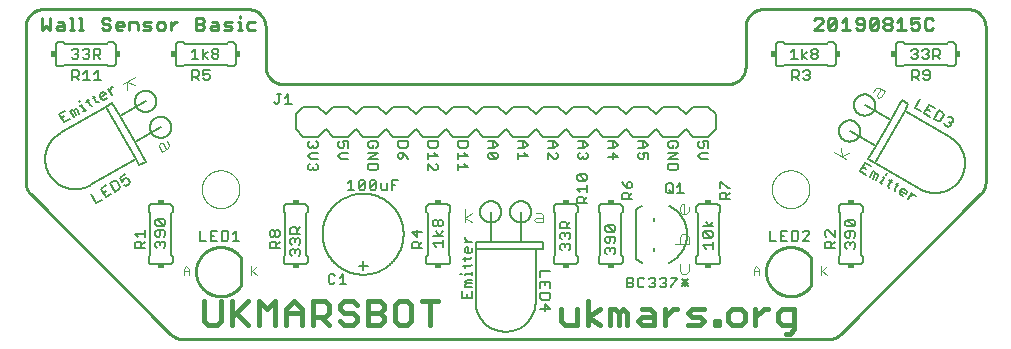
<source format=gto>
G75*
%MOIN*%
%OFA0B0*%
%FSLAX25Y25*%
%IPPOS*%
%LPD*%
%AMOC8*
5,1,8,0,0,1.08239X$1,22.5*
%
%ADD10C,0.00000*%
%ADD11C,0.01000*%
%ADD12C,0.00700*%
%ADD13C,0.01700*%
%ADD14C,0.00900*%
%ADD15C,0.00600*%
%ADD16C,0.00800*%
%ADD17C,0.00500*%
%ADD18C,0.00400*%
%ADD19R,0.01500X0.02000*%
%ADD20R,0.02000X0.01500*%
%ADD21C,0.00984*%
%ADD22C,0.00300*%
D10*
X0063801Y0055100D02*
X0063803Y0055258D01*
X0063809Y0055416D01*
X0063819Y0055574D01*
X0063833Y0055732D01*
X0063851Y0055889D01*
X0063872Y0056046D01*
X0063898Y0056202D01*
X0063928Y0056358D01*
X0063961Y0056513D01*
X0063999Y0056666D01*
X0064040Y0056819D01*
X0064085Y0056971D01*
X0064134Y0057122D01*
X0064187Y0057271D01*
X0064243Y0057419D01*
X0064303Y0057565D01*
X0064367Y0057710D01*
X0064435Y0057853D01*
X0064506Y0057995D01*
X0064580Y0058135D01*
X0064658Y0058272D01*
X0064740Y0058408D01*
X0064824Y0058542D01*
X0064913Y0058673D01*
X0065004Y0058802D01*
X0065099Y0058929D01*
X0065196Y0059054D01*
X0065297Y0059176D01*
X0065401Y0059295D01*
X0065508Y0059412D01*
X0065618Y0059526D01*
X0065731Y0059637D01*
X0065846Y0059746D01*
X0065964Y0059851D01*
X0066085Y0059953D01*
X0066208Y0060053D01*
X0066334Y0060149D01*
X0066462Y0060242D01*
X0066592Y0060332D01*
X0066725Y0060418D01*
X0066860Y0060502D01*
X0066996Y0060581D01*
X0067135Y0060658D01*
X0067276Y0060730D01*
X0067418Y0060800D01*
X0067562Y0060865D01*
X0067708Y0060927D01*
X0067855Y0060985D01*
X0068004Y0061040D01*
X0068154Y0061091D01*
X0068305Y0061138D01*
X0068457Y0061181D01*
X0068610Y0061220D01*
X0068765Y0061256D01*
X0068920Y0061287D01*
X0069076Y0061315D01*
X0069232Y0061339D01*
X0069389Y0061359D01*
X0069547Y0061375D01*
X0069704Y0061387D01*
X0069863Y0061395D01*
X0070021Y0061399D01*
X0070179Y0061399D01*
X0070337Y0061395D01*
X0070496Y0061387D01*
X0070653Y0061375D01*
X0070811Y0061359D01*
X0070968Y0061339D01*
X0071124Y0061315D01*
X0071280Y0061287D01*
X0071435Y0061256D01*
X0071590Y0061220D01*
X0071743Y0061181D01*
X0071895Y0061138D01*
X0072046Y0061091D01*
X0072196Y0061040D01*
X0072345Y0060985D01*
X0072492Y0060927D01*
X0072638Y0060865D01*
X0072782Y0060800D01*
X0072924Y0060730D01*
X0073065Y0060658D01*
X0073204Y0060581D01*
X0073340Y0060502D01*
X0073475Y0060418D01*
X0073608Y0060332D01*
X0073738Y0060242D01*
X0073866Y0060149D01*
X0073992Y0060053D01*
X0074115Y0059953D01*
X0074236Y0059851D01*
X0074354Y0059746D01*
X0074469Y0059637D01*
X0074582Y0059526D01*
X0074692Y0059412D01*
X0074799Y0059295D01*
X0074903Y0059176D01*
X0075004Y0059054D01*
X0075101Y0058929D01*
X0075196Y0058802D01*
X0075287Y0058673D01*
X0075376Y0058542D01*
X0075460Y0058408D01*
X0075542Y0058272D01*
X0075620Y0058135D01*
X0075694Y0057995D01*
X0075765Y0057853D01*
X0075833Y0057710D01*
X0075897Y0057565D01*
X0075957Y0057419D01*
X0076013Y0057271D01*
X0076066Y0057122D01*
X0076115Y0056971D01*
X0076160Y0056819D01*
X0076201Y0056666D01*
X0076239Y0056513D01*
X0076272Y0056358D01*
X0076302Y0056202D01*
X0076328Y0056046D01*
X0076349Y0055889D01*
X0076367Y0055732D01*
X0076381Y0055574D01*
X0076391Y0055416D01*
X0076397Y0055258D01*
X0076399Y0055100D01*
X0076397Y0054942D01*
X0076391Y0054784D01*
X0076381Y0054626D01*
X0076367Y0054468D01*
X0076349Y0054311D01*
X0076328Y0054154D01*
X0076302Y0053998D01*
X0076272Y0053842D01*
X0076239Y0053687D01*
X0076201Y0053534D01*
X0076160Y0053381D01*
X0076115Y0053229D01*
X0076066Y0053078D01*
X0076013Y0052929D01*
X0075957Y0052781D01*
X0075897Y0052635D01*
X0075833Y0052490D01*
X0075765Y0052347D01*
X0075694Y0052205D01*
X0075620Y0052065D01*
X0075542Y0051928D01*
X0075460Y0051792D01*
X0075376Y0051658D01*
X0075287Y0051527D01*
X0075196Y0051398D01*
X0075101Y0051271D01*
X0075004Y0051146D01*
X0074903Y0051024D01*
X0074799Y0050905D01*
X0074692Y0050788D01*
X0074582Y0050674D01*
X0074469Y0050563D01*
X0074354Y0050454D01*
X0074236Y0050349D01*
X0074115Y0050247D01*
X0073992Y0050147D01*
X0073866Y0050051D01*
X0073738Y0049958D01*
X0073608Y0049868D01*
X0073475Y0049782D01*
X0073340Y0049698D01*
X0073204Y0049619D01*
X0073065Y0049542D01*
X0072924Y0049470D01*
X0072782Y0049400D01*
X0072638Y0049335D01*
X0072492Y0049273D01*
X0072345Y0049215D01*
X0072196Y0049160D01*
X0072046Y0049109D01*
X0071895Y0049062D01*
X0071743Y0049019D01*
X0071590Y0048980D01*
X0071435Y0048944D01*
X0071280Y0048913D01*
X0071124Y0048885D01*
X0070968Y0048861D01*
X0070811Y0048841D01*
X0070653Y0048825D01*
X0070496Y0048813D01*
X0070337Y0048805D01*
X0070179Y0048801D01*
X0070021Y0048801D01*
X0069863Y0048805D01*
X0069704Y0048813D01*
X0069547Y0048825D01*
X0069389Y0048841D01*
X0069232Y0048861D01*
X0069076Y0048885D01*
X0068920Y0048913D01*
X0068765Y0048944D01*
X0068610Y0048980D01*
X0068457Y0049019D01*
X0068305Y0049062D01*
X0068154Y0049109D01*
X0068004Y0049160D01*
X0067855Y0049215D01*
X0067708Y0049273D01*
X0067562Y0049335D01*
X0067418Y0049400D01*
X0067276Y0049470D01*
X0067135Y0049542D01*
X0066996Y0049619D01*
X0066860Y0049698D01*
X0066725Y0049782D01*
X0066592Y0049868D01*
X0066462Y0049958D01*
X0066334Y0050051D01*
X0066208Y0050147D01*
X0066085Y0050247D01*
X0065964Y0050349D01*
X0065846Y0050454D01*
X0065731Y0050563D01*
X0065618Y0050674D01*
X0065508Y0050788D01*
X0065401Y0050905D01*
X0065297Y0051024D01*
X0065196Y0051146D01*
X0065099Y0051271D01*
X0065004Y0051398D01*
X0064913Y0051527D01*
X0064824Y0051658D01*
X0064740Y0051792D01*
X0064658Y0051928D01*
X0064580Y0052065D01*
X0064506Y0052205D01*
X0064435Y0052347D01*
X0064367Y0052490D01*
X0064303Y0052635D01*
X0064243Y0052781D01*
X0064187Y0052929D01*
X0064134Y0053078D01*
X0064085Y0053229D01*
X0064040Y0053381D01*
X0063999Y0053534D01*
X0063961Y0053687D01*
X0063928Y0053842D01*
X0063898Y0053998D01*
X0063872Y0054154D01*
X0063851Y0054311D01*
X0063833Y0054468D01*
X0063819Y0054626D01*
X0063809Y0054784D01*
X0063803Y0054942D01*
X0063801Y0055100D01*
X0253801Y0055100D02*
X0253803Y0055258D01*
X0253809Y0055416D01*
X0253819Y0055574D01*
X0253833Y0055732D01*
X0253851Y0055889D01*
X0253872Y0056046D01*
X0253898Y0056202D01*
X0253928Y0056358D01*
X0253961Y0056513D01*
X0253999Y0056666D01*
X0254040Y0056819D01*
X0254085Y0056971D01*
X0254134Y0057122D01*
X0254187Y0057271D01*
X0254243Y0057419D01*
X0254303Y0057565D01*
X0254367Y0057710D01*
X0254435Y0057853D01*
X0254506Y0057995D01*
X0254580Y0058135D01*
X0254658Y0058272D01*
X0254740Y0058408D01*
X0254824Y0058542D01*
X0254913Y0058673D01*
X0255004Y0058802D01*
X0255099Y0058929D01*
X0255196Y0059054D01*
X0255297Y0059176D01*
X0255401Y0059295D01*
X0255508Y0059412D01*
X0255618Y0059526D01*
X0255731Y0059637D01*
X0255846Y0059746D01*
X0255964Y0059851D01*
X0256085Y0059953D01*
X0256208Y0060053D01*
X0256334Y0060149D01*
X0256462Y0060242D01*
X0256592Y0060332D01*
X0256725Y0060418D01*
X0256860Y0060502D01*
X0256996Y0060581D01*
X0257135Y0060658D01*
X0257276Y0060730D01*
X0257418Y0060800D01*
X0257562Y0060865D01*
X0257708Y0060927D01*
X0257855Y0060985D01*
X0258004Y0061040D01*
X0258154Y0061091D01*
X0258305Y0061138D01*
X0258457Y0061181D01*
X0258610Y0061220D01*
X0258765Y0061256D01*
X0258920Y0061287D01*
X0259076Y0061315D01*
X0259232Y0061339D01*
X0259389Y0061359D01*
X0259547Y0061375D01*
X0259704Y0061387D01*
X0259863Y0061395D01*
X0260021Y0061399D01*
X0260179Y0061399D01*
X0260337Y0061395D01*
X0260496Y0061387D01*
X0260653Y0061375D01*
X0260811Y0061359D01*
X0260968Y0061339D01*
X0261124Y0061315D01*
X0261280Y0061287D01*
X0261435Y0061256D01*
X0261590Y0061220D01*
X0261743Y0061181D01*
X0261895Y0061138D01*
X0262046Y0061091D01*
X0262196Y0061040D01*
X0262345Y0060985D01*
X0262492Y0060927D01*
X0262638Y0060865D01*
X0262782Y0060800D01*
X0262924Y0060730D01*
X0263065Y0060658D01*
X0263204Y0060581D01*
X0263340Y0060502D01*
X0263475Y0060418D01*
X0263608Y0060332D01*
X0263738Y0060242D01*
X0263866Y0060149D01*
X0263992Y0060053D01*
X0264115Y0059953D01*
X0264236Y0059851D01*
X0264354Y0059746D01*
X0264469Y0059637D01*
X0264582Y0059526D01*
X0264692Y0059412D01*
X0264799Y0059295D01*
X0264903Y0059176D01*
X0265004Y0059054D01*
X0265101Y0058929D01*
X0265196Y0058802D01*
X0265287Y0058673D01*
X0265376Y0058542D01*
X0265460Y0058408D01*
X0265542Y0058272D01*
X0265620Y0058135D01*
X0265694Y0057995D01*
X0265765Y0057853D01*
X0265833Y0057710D01*
X0265897Y0057565D01*
X0265957Y0057419D01*
X0266013Y0057271D01*
X0266066Y0057122D01*
X0266115Y0056971D01*
X0266160Y0056819D01*
X0266201Y0056666D01*
X0266239Y0056513D01*
X0266272Y0056358D01*
X0266302Y0056202D01*
X0266328Y0056046D01*
X0266349Y0055889D01*
X0266367Y0055732D01*
X0266381Y0055574D01*
X0266391Y0055416D01*
X0266397Y0055258D01*
X0266399Y0055100D01*
X0266397Y0054942D01*
X0266391Y0054784D01*
X0266381Y0054626D01*
X0266367Y0054468D01*
X0266349Y0054311D01*
X0266328Y0054154D01*
X0266302Y0053998D01*
X0266272Y0053842D01*
X0266239Y0053687D01*
X0266201Y0053534D01*
X0266160Y0053381D01*
X0266115Y0053229D01*
X0266066Y0053078D01*
X0266013Y0052929D01*
X0265957Y0052781D01*
X0265897Y0052635D01*
X0265833Y0052490D01*
X0265765Y0052347D01*
X0265694Y0052205D01*
X0265620Y0052065D01*
X0265542Y0051928D01*
X0265460Y0051792D01*
X0265376Y0051658D01*
X0265287Y0051527D01*
X0265196Y0051398D01*
X0265101Y0051271D01*
X0265004Y0051146D01*
X0264903Y0051024D01*
X0264799Y0050905D01*
X0264692Y0050788D01*
X0264582Y0050674D01*
X0264469Y0050563D01*
X0264354Y0050454D01*
X0264236Y0050349D01*
X0264115Y0050247D01*
X0263992Y0050147D01*
X0263866Y0050051D01*
X0263738Y0049958D01*
X0263608Y0049868D01*
X0263475Y0049782D01*
X0263340Y0049698D01*
X0263204Y0049619D01*
X0263065Y0049542D01*
X0262924Y0049470D01*
X0262782Y0049400D01*
X0262638Y0049335D01*
X0262492Y0049273D01*
X0262345Y0049215D01*
X0262196Y0049160D01*
X0262046Y0049109D01*
X0261895Y0049062D01*
X0261743Y0049019D01*
X0261590Y0048980D01*
X0261435Y0048944D01*
X0261280Y0048913D01*
X0261124Y0048885D01*
X0260968Y0048861D01*
X0260811Y0048841D01*
X0260653Y0048825D01*
X0260496Y0048813D01*
X0260337Y0048805D01*
X0260179Y0048801D01*
X0260021Y0048801D01*
X0259863Y0048805D01*
X0259704Y0048813D01*
X0259547Y0048825D01*
X0259389Y0048841D01*
X0259232Y0048861D01*
X0259076Y0048885D01*
X0258920Y0048913D01*
X0258765Y0048944D01*
X0258610Y0048980D01*
X0258457Y0049019D01*
X0258305Y0049062D01*
X0258154Y0049109D01*
X0258004Y0049160D01*
X0257855Y0049215D01*
X0257708Y0049273D01*
X0257562Y0049335D01*
X0257418Y0049400D01*
X0257276Y0049470D01*
X0257135Y0049542D01*
X0256996Y0049619D01*
X0256860Y0049698D01*
X0256725Y0049782D01*
X0256592Y0049868D01*
X0256462Y0049958D01*
X0256334Y0050051D01*
X0256208Y0050147D01*
X0256085Y0050247D01*
X0255964Y0050349D01*
X0255846Y0050454D01*
X0255731Y0050563D01*
X0255618Y0050674D01*
X0255508Y0050788D01*
X0255401Y0050905D01*
X0255297Y0051024D01*
X0255196Y0051146D01*
X0255099Y0051271D01*
X0255004Y0051398D01*
X0254913Y0051527D01*
X0254824Y0051658D01*
X0254740Y0051792D01*
X0254658Y0051928D01*
X0254580Y0052065D01*
X0254506Y0052205D01*
X0254435Y0052347D01*
X0254367Y0052490D01*
X0254303Y0052635D01*
X0254243Y0052781D01*
X0254187Y0052929D01*
X0254134Y0053078D01*
X0254085Y0053229D01*
X0254040Y0053381D01*
X0253999Y0053534D01*
X0253961Y0053687D01*
X0253928Y0053842D01*
X0253898Y0053998D01*
X0253872Y0054154D01*
X0253851Y0054311D01*
X0253833Y0054468D01*
X0253819Y0054626D01*
X0253809Y0054784D01*
X0253803Y0054942D01*
X0253801Y0055100D01*
D11*
X0053370Y0006830D02*
X0006830Y0053370D01*
X0005100Y0057546D02*
X0005100Y0109194D01*
X0005102Y0109346D01*
X0005108Y0109498D01*
X0005118Y0109650D01*
X0005131Y0109801D01*
X0005149Y0109952D01*
X0005170Y0110103D01*
X0005196Y0110253D01*
X0005225Y0110402D01*
X0005258Y0110551D01*
X0005295Y0110698D01*
X0005335Y0110845D01*
X0005380Y0110990D01*
X0005428Y0111134D01*
X0005480Y0111277D01*
X0005535Y0111419D01*
X0005594Y0111559D01*
X0005657Y0111698D01*
X0005723Y0111835D01*
X0005793Y0111970D01*
X0005866Y0112103D01*
X0005943Y0112234D01*
X0006023Y0112364D01*
X0006106Y0112491D01*
X0006192Y0112616D01*
X0006282Y0112739D01*
X0006375Y0112859D01*
X0006471Y0112977D01*
X0006570Y0113093D01*
X0006672Y0113206D01*
X0006776Y0113316D01*
X0006884Y0113424D01*
X0006994Y0113528D01*
X0007107Y0113630D01*
X0007223Y0113729D01*
X0007341Y0113825D01*
X0007461Y0113918D01*
X0007584Y0114008D01*
X0007709Y0114094D01*
X0007836Y0114177D01*
X0007966Y0114257D01*
X0008097Y0114334D01*
X0008230Y0114407D01*
X0008365Y0114477D01*
X0008502Y0114543D01*
X0008641Y0114606D01*
X0008781Y0114665D01*
X0008923Y0114720D01*
X0009066Y0114772D01*
X0009210Y0114820D01*
X0009355Y0114865D01*
X0009502Y0114905D01*
X0009649Y0114942D01*
X0009798Y0114975D01*
X0009947Y0115004D01*
X0010097Y0115030D01*
X0010248Y0115051D01*
X0010399Y0115069D01*
X0010550Y0115082D01*
X0010702Y0115092D01*
X0010854Y0115098D01*
X0011006Y0115100D01*
X0079194Y0115100D01*
X0079346Y0115098D01*
X0079498Y0115092D01*
X0079650Y0115082D01*
X0079801Y0115069D01*
X0079952Y0115051D01*
X0080103Y0115030D01*
X0080253Y0115004D01*
X0080402Y0114975D01*
X0080551Y0114942D01*
X0080698Y0114905D01*
X0080845Y0114865D01*
X0080990Y0114820D01*
X0081134Y0114772D01*
X0081277Y0114720D01*
X0081419Y0114665D01*
X0081559Y0114606D01*
X0081698Y0114543D01*
X0081835Y0114477D01*
X0081970Y0114407D01*
X0082103Y0114334D01*
X0082234Y0114257D01*
X0082364Y0114177D01*
X0082491Y0114094D01*
X0082616Y0114008D01*
X0082739Y0113918D01*
X0082859Y0113825D01*
X0082977Y0113729D01*
X0083093Y0113630D01*
X0083206Y0113528D01*
X0083316Y0113424D01*
X0083424Y0113316D01*
X0083528Y0113206D01*
X0083630Y0113093D01*
X0083729Y0112977D01*
X0083825Y0112859D01*
X0083918Y0112739D01*
X0084008Y0112616D01*
X0084094Y0112491D01*
X0084177Y0112364D01*
X0084257Y0112234D01*
X0084334Y0112103D01*
X0084407Y0111970D01*
X0084477Y0111835D01*
X0084543Y0111698D01*
X0084606Y0111559D01*
X0084665Y0111419D01*
X0084720Y0111277D01*
X0084772Y0111134D01*
X0084820Y0110990D01*
X0084865Y0110845D01*
X0084905Y0110698D01*
X0084942Y0110551D01*
X0084975Y0110402D01*
X0085004Y0110253D01*
X0085030Y0110103D01*
X0085051Y0109952D01*
X0085069Y0109801D01*
X0085082Y0109650D01*
X0085092Y0109498D01*
X0085098Y0109346D01*
X0085100Y0109194D01*
X0085100Y0096006D01*
X0085102Y0095854D01*
X0085108Y0095702D01*
X0085118Y0095550D01*
X0085131Y0095399D01*
X0085149Y0095248D01*
X0085170Y0095097D01*
X0085196Y0094947D01*
X0085225Y0094798D01*
X0085258Y0094649D01*
X0085295Y0094502D01*
X0085335Y0094355D01*
X0085380Y0094210D01*
X0085428Y0094066D01*
X0085480Y0093923D01*
X0085535Y0093781D01*
X0085594Y0093641D01*
X0085657Y0093502D01*
X0085723Y0093365D01*
X0085793Y0093230D01*
X0085866Y0093097D01*
X0085943Y0092966D01*
X0086023Y0092836D01*
X0086106Y0092709D01*
X0086192Y0092584D01*
X0086282Y0092461D01*
X0086375Y0092341D01*
X0086471Y0092223D01*
X0086570Y0092107D01*
X0086672Y0091994D01*
X0086776Y0091884D01*
X0086884Y0091776D01*
X0086994Y0091672D01*
X0087107Y0091570D01*
X0087223Y0091471D01*
X0087341Y0091375D01*
X0087461Y0091282D01*
X0087584Y0091192D01*
X0087709Y0091106D01*
X0087836Y0091023D01*
X0087966Y0090943D01*
X0088097Y0090866D01*
X0088230Y0090793D01*
X0088365Y0090723D01*
X0088502Y0090657D01*
X0088641Y0090594D01*
X0088781Y0090535D01*
X0088923Y0090480D01*
X0089066Y0090428D01*
X0089210Y0090380D01*
X0089355Y0090335D01*
X0089502Y0090295D01*
X0089649Y0090258D01*
X0089798Y0090225D01*
X0089947Y0090196D01*
X0090097Y0090170D01*
X0090248Y0090149D01*
X0090399Y0090131D01*
X0090550Y0090118D01*
X0090702Y0090108D01*
X0090854Y0090102D01*
X0091006Y0090100D01*
X0239194Y0090100D01*
X0239346Y0090102D01*
X0239498Y0090108D01*
X0239650Y0090118D01*
X0239801Y0090131D01*
X0239952Y0090149D01*
X0240103Y0090170D01*
X0240253Y0090196D01*
X0240402Y0090225D01*
X0240551Y0090258D01*
X0240698Y0090295D01*
X0240845Y0090335D01*
X0240990Y0090380D01*
X0241134Y0090428D01*
X0241277Y0090480D01*
X0241419Y0090535D01*
X0241559Y0090594D01*
X0241698Y0090657D01*
X0241835Y0090723D01*
X0241970Y0090793D01*
X0242103Y0090866D01*
X0242234Y0090943D01*
X0242364Y0091023D01*
X0242491Y0091106D01*
X0242616Y0091192D01*
X0242739Y0091282D01*
X0242859Y0091375D01*
X0242977Y0091471D01*
X0243093Y0091570D01*
X0243206Y0091672D01*
X0243316Y0091776D01*
X0243424Y0091884D01*
X0243528Y0091994D01*
X0243630Y0092107D01*
X0243729Y0092223D01*
X0243825Y0092341D01*
X0243918Y0092461D01*
X0244008Y0092584D01*
X0244094Y0092709D01*
X0244177Y0092836D01*
X0244257Y0092966D01*
X0244334Y0093097D01*
X0244407Y0093230D01*
X0244477Y0093365D01*
X0244543Y0093502D01*
X0244606Y0093641D01*
X0244665Y0093781D01*
X0244720Y0093923D01*
X0244772Y0094066D01*
X0244820Y0094210D01*
X0244865Y0094355D01*
X0244905Y0094502D01*
X0244942Y0094649D01*
X0244975Y0094798D01*
X0245004Y0094947D01*
X0245030Y0095097D01*
X0245051Y0095248D01*
X0245069Y0095399D01*
X0245082Y0095550D01*
X0245092Y0095702D01*
X0245098Y0095854D01*
X0245100Y0096006D01*
X0245100Y0109194D01*
X0245102Y0109346D01*
X0245108Y0109498D01*
X0245118Y0109650D01*
X0245131Y0109801D01*
X0245149Y0109952D01*
X0245170Y0110103D01*
X0245196Y0110253D01*
X0245225Y0110402D01*
X0245258Y0110551D01*
X0245295Y0110698D01*
X0245335Y0110845D01*
X0245380Y0110990D01*
X0245428Y0111134D01*
X0245480Y0111277D01*
X0245535Y0111419D01*
X0245594Y0111559D01*
X0245657Y0111698D01*
X0245723Y0111835D01*
X0245793Y0111970D01*
X0245866Y0112103D01*
X0245943Y0112234D01*
X0246023Y0112364D01*
X0246106Y0112491D01*
X0246192Y0112616D01*
X0246282Y0112739D01*
X0246375Y0112859D01*
X0246471Y0112977D01*
X0246570Y0113093D01*
X0246672Y0113206D01*
X0246776Y0113316D01*
X0246884Y0113424D01*
X0246994Y0113528D01*
X0247107Y0113630D01*
X0247223Y0113729D01*
X0247341Y0113825D01*
X0247461Y0113918D01*
X0247584Y0114008D01*
X0247709Y0114094D01*
X0247836Y0114177D01*
X0247966Y0114257D01*
X0248097Y0114334D01*
X0248230Y0114407D01*
X0248365Y0114477D01*
X0248502Y0114543D01*
X0248641Y0114606D01*
X0248781Y0114665D01*
X0248923Y0114720D01*
X0249066Y0114772D01*
X0249210Y0114820D01*
X0249355Y0114865D01*
X0249502Y0114905D01*
X0249649Y0114942D01*
X0249798Y0114975D01*
X0249947Y0115004D01*
X0250097Y0115030D01*
X0250248Y0115051D01*
X0250399Y0115069D01*
X0250550Y0115082D01*
X0250702Y0115092D01*
X0250854Y0115098D01*
X0251006Y0115100D01*
X0319194Y0115100D01*
X0319346Y0115098D01*
X0319498Y0115092D01*
X0319650Y0115082D01*
X0319801Y0115069D01*
X0319952Y0115051D01*
X0320103Y0115030D01*
X0320253Y0115004D01*
X0320402Y0114975D01*
X0320551Y0114942D01*
X0320698Y0114905D01*
X0320845Y0114865D01*
X0320990Y0114820D01*
X0321134Y0114772D01*
X0321277Y0114720D01*
X0321419Y0114665D01*
X0321559Y0114606D01*
X0321698Y0114543D01*
X0321835Y0114477D01*
X0321970Y0114407D01*
X0322103Y0114334D01*
X0322234Y0114257D01*
X0322364Y0114177D01*
X0322491Y0114094D01*
X0322616Y0114008D01*
X0322739Y0113918D01*
X0322859Y0113825D01*
X0322977Y0113729D01*
X0323093Y0113630D01*
X0323206Y0113528D01*
X0323316Y0113424D01*
X0323424Y0113316D01*
X0323528Y0113206D01*
X0323630Y0113093D01*
X0323729Y0112977D01*
X0323825Y0112859D01*
X0323918Y0112739D01*
X0324008Y0112616D01*
X0324094Y0112491D01*
X0324177Y0112364D01*
X0324257Y0112234D01*
X0324334Y0112103D01*
X0324407Y0111970D01*
X0324477Y0111835D01*
X0324543Y0111698D01*
X0324606Y0111559D01*
X0324665Y0111419D01*
X0324720Y0111277D01*
X0324772Y0111134D01*
X0324820Y0110990D01*
X0324865Y0110845D01*
X0324905Y0110698D01*
X0324942Y0110551D01*
X0324975Y0110402D01*
X0325004Y0110253D01*
X0325030Y0110103D01*
X0325051Y0109952D01*
X0325069Y0109801D01*
X0325082Y0109650D01*
X0325092Y0109498D01*
X0325098Y0109346D01*
X0325100Y0109194D01*
X0325100Y0057546D01*
X0325098Y0057396D01*
X0325092Y0057247D01*
X0325083Y0057098D01*
X0325070Y0056949D01*
X0325053Y0056800D01*
X0325032Y0056652D01*
X0325007Y0056504D01*
X0324979Y0056357D01*
X0324947Y0056211D01*
X0324911Y0056066D01*
X0324872Y0055921D01*
X0324829Y0055778D01*
X0324783Y0055636D01*
X0324732Y0055495D01*
X0324679Y0055355D01*
X0324621Y0055217D01*
X0324561Y0055080D01*
X0324496Y0054945D01*
X0324429Y0054812D01*
X0324358Y0054680D01*
X0324284Y0054550D01*
X0324206Y0054422D01*
X0324125Y0054296D01*
X0324041Y0054172D01*
X0323954Y0054050D01*
X0323864Y0053931D01*
X0323771Y0053814D01*
X0323675Y0053699D01*
X0323576Y0053587D01*
X0323475Y0053477D01*
X0323370Y0053370D01*
X0276830Y0006830D01*
X0272654Y0005100D02*
X0057546Y0005100D01*
X0057396Y0005102D01*
X0057247Y0005108D01*
X0057098Y0005117D01*
X0056949Y0005130D01*
X0056800Y0005147D01*
X0056652Y0005168D01*
X0056504Y0005193D01*
X0056357Y0005221D01*
X0056211Y0005253D01*
X0056066Y0005289D01*
X0055921Y0005328D01*
X0055778Y0005371D01*
X0055636Y0005417D01*
X0055495Y0005468D01*
X0055355Y0005521D01*
X0055217Y0005579D01*
X0055080Y0005639D01*
X0054945Y0005704D01*
X0054812Y0005771D01*
X0054680Y0005842D01*
X0054550Y0005916D01*
X0054422Y0005994D01*
X0054296Y0006075D01*
X0054172Y0006159D01*
X0054050Y0006246D01*
X0053931Y0006336D01*
X0053814Y0006429D01*
X0053699Y0006525D01*
X0053587Y0006624D01*
X0053477Y0006725D01*
X0053370Y0006830D01*
X0006829Y0053370D02*
X0006724Y0053477D01*
X0006623Y0053587D01*
X0006524Y0053699D01*
X0006428Y0053814D01*
X0006335Y0053931D01*
X0006245Y0054050D01*
X0006158Y0054172D01*
X0006074Y0054296D01*
X0005993Y0054422D01*
X0005915Y0054550D01*
X0005841Y0054680D01*
X0005770Y0054812D01*
X0005703Y0054945D01*
X0005638Y0055080D01*
X0005578Y0055217D01*
X0005520Y0055355D01*
X0005467Y0055495D01*
X0005416Y0055636D01*
X0005370Y0055778D01*
X0005327Y0055921D01*
X0005288Y0056066D01*
X0005252Y0056211D01*
X0005220Y0056357D01*
X0005192Y0056504D01*
X0005167Y0056652D01*
X0005146Y0056800D01*
X0005129Y0056949D01*
X0005116Y0057098D01*
X0005107Y0057247D01*
X0005101Y0057396D01*
X0005099Y0057546D01*
X0272654Y0005099D02*
X0272804Y0005101D01*
X0272953Y0005107D01*
X0273102Y0005116D01*
X0273251Y0005129D01*
X0273400Y0005146D01*
X0273548Y0005167D01*
X0273696Y0005192D01*
X0273843Y0005220D01*
X0273989Y0005252D01*
X0274134Y0005288D01*
X0274279Y0005327D01*
X0274422Y0005370D01*
X0274564Y0005416D01*
X0274705Y0005467D01*
X0274845Y0005520D01*
X0274983Y0005578D01*
X0275120Y0005638D01*
X0275255Y0005703D01*
X0275388Y0005770D01*
X0275520Y0005841D01*
X0275650Y0005915D01*
X0275778Y0005993D01*
X0275904Y0006074D01*
X0276028Y0006158D01*
X0276150Y0006245D01*
X0276269Y0006335D01*
X0276386Y0006428D01*
X0276501Y0006524D01*
X0276613Y0006623D01*
X0276723Y0006724D01*
X0276830Y0006829D01*
D12*
X0226068Y0022875D02*
X0223866Y0025077D01*
X0223866Y0023976D02*
X0226068Y0023976D01*
X0226068Y0025077D02*
X0223866Y0022875D01*
X0224967Y0022875D02*
X0224967Y0025077D01*
X0222384Y0025077D02*
X0222384Y0025628D01*
X0220183Y0025628D01*
X0218701Y0025077D02*
X0218151Y0025628D01*
X0217050Y0025628D01*
X0216499Y0025077D01*
X0215018Y0025077D02*
X0215018Y0024527D01*
X0214468Y0023976D01*
X0215018Y0023426D01*
X0215018Y0022875D01*
X0214468Y0022325D01*
X0213367Y0022325D01*
X0212816Y0022875D01*
X0211335Y0022875D02*
X0210785Y0022325D01*
X0209684Y0022325D01*
X0209133Y0022875D01*
X0209133Y0025077D01*
X0209684Y0025628D01*
X0210785Y0025628D01*
X0211335Y0025077D01*
X0212816Y0025077D02*
X0213367Y0025628D01*
X0214468Y0025628D01*
X0215018Y0025077D01*
X0214468Y0023976D02*
X0213917Y0023976D01*
X0216499Y0022875D02*
X0217050Y0022325D01*
X0218151Y0022325D01*
X0218701Y0022875D01*
X0218701Y0023426D01*
X0218151Y0023976D01*
X0217600Y0023976D01*
X0218151Y0023976D02*
X0218701Y0024527D01*
X0218701Y0025077D01*
X0220183Y0022875D02*
X0220183Y0022325D01*
X0220183Y0022875D02*
X0222384Y0025077D01*
X0207652Y0025077D02*
X0207652Y0024527D01*
X0207101Y0023976D01*
X0205450Y0023976D01*
X0205450Y0022325D02*
X0207101Y0022325D01*
X0207652Y0022875D01*
X0207652Y0023426D01*
X0207101Y0023976D01*
X0207652Y0025077D02*
X0207101Y0025628D01*
X0205450Y0025628D01*
X0205450Y0022325D01*
X0180003Y0021990D02*
X0180003Y0024192D01*
X0176700Y0024192D01*
X0176700Y0021990D01*
X0176700Y0020509D02*
X0176700Y0018857D01*
X0177250Y0018307D01*
X0179452Y0018307D01*
X0180003Y0018857D01*
X0180003Y0020509D01*
X0176700Y0020509D01*
X0178351Y0023091D02*
X0178351Y0024192D01*
X0176700Y0025673D02*
X0176700Y0027875D01*
X0180003Y0027875D01*
X0183898Y0034675D02*
X0183347Y0035225D01*
X0183347Y0036326D01*
X0183898Y0036877D01*
X0184448Y0036877D01*
X0184999Y0036326D01*
X0185549Y0036877D01*
X0186100Y0036877D01*
X0186650Y0036326D01*
X0186650Y0035225D01*
X0186100Y0034675D01*
X0184999Y0035776D02*
X0184999Y0036326D01*
X0186100Y0038358D02*
X0186650Y0038909D01*
X0186650Y0040010D01*
X0186100Y0040560D01*
X0185549Y0040560D01*
X0184999Y0040010D01*
X0184999Y0039459D01*
X0184999Y0040010D02*
X0184448Y0040560D01*
X0183898Y0040560D01*
X0183347Y0040010D01*
X0183347Y0038909D01*
X0183898Y0038358D01*
X0183347Y0042041D02*
X0183347Y0043693D01*
X0183898Y0044243D01*
X0184999Y0044243D01*
X0185549Y0043693D01*
X0185549Y0042041D01*
X0186650Y0042041D02*
X0183347Y0042041D01*
X0185549Y0043142D02*
X0186650Y0044243D01*
X0198347Y0042443D02*
X0198347Y0041342D01*
X0198898Y0040791D01*
X0201100Y0040791D01*
X0198898Y0042993D01*
X0201100Y0042993D01*
X0201650Y0042443D01*
X0201650Y0041342D01*
X0201100Y0040791D01*
X0201100Y0039310D02*
X0198898Y0039310D01*
X0198347Y0038760D01*
X0198347Y0037659D01*
X0198898Y0037108D01*
X0199448Y0037108D01*
X0199999Y0037659D01*
X0199999Y0039310D01*
X0201100Y0039310D02*
X0201650Y0038760D01*
X0201650Y0037659D01*
X0201100Y0037108D01*
X0201100Y0035627D02*
X0201650Y0035076D01*
X0201650Y0033975D01*
X0201100Y0033425D01*
X0199999Y0034526D02*
X0199999Y0035076D01*
X0200549Y0035627D01*
X0201100Y0035627D01*
X0199999Y0035076D02*
X0199448Y0035627D01*
X0198898Y0035627D01*
X0198347Y0035076D01*
X0198347Y0033975D01*
X0198898Y0033425D01*
X0198347Y0042443D02*
X0198898Y0042993D01*
X0192250Y0050450D02*
X0188947Y0050450D01*
X0188947Y0052101D01*
X0189498Y0052652D01*
X0190599Y0052652D01*
X0191149Y0052101D01*
X0191149Y0050450D01*
X0191149Y0051551D02*
X0192250Y0052652D01*
X0192250Y0054133D02*
X0192250Y0056335D01*
X0192250Y0055234D02*
X0188947Y0055234D01*
X0190048Y0054133D01*
X0189498Y0057816D02*
X0188947Y0058367D01*
X0188947Y0059468D01*
X0189498Y0060018D01*
X0191700Y0057816D01*
X0192250Y0058367D01*
X0192250Y0059468D01*
X0191700Y0060018D01*
X0189498Y0060018D01*
X0189498Y0057816D02*
X0191700Y0057816D01*
X0203947Y0057585D02*
X0204498Y0056484D01*
X0205599Y0055383D01*
X0205599Y0057035D01*
X0206149Y0057585D01*
X0206700Y0057585D01*
X0207250Y0057035D01*
X0207250Y0055934D01*
X0206700Y0055383D01*
X0205599Y0055383D01*
X0205599Y0053902D02*
X0204498Y0053902D01*
X0203947Y0053351D01*
X0203947Y0051700D01*
X0207250Y0051700D01*
X0206149Y0051700D02*
X0206149Y0053351D01*
X0205599Y0053902D01*
X0206149Y0052801D02*
X0207250Y0053902D01*
X0218575Y0054250D02*
X0219125Y0053700D01*
X0220226Y0053700D01*
X0220777Y0054250D01*
X0220777Y0056452D01*
X0220226Y0057003D01*
X0219125Y0057003D01*
X0218575Y0056452D01*
X0218575Y0054250D01*
X0219676Y0054801D02*
X0220777Y0053700D01*
X0222258Y0053700D02*
X0224460Y0053700D01*
X0223359Y0053700D02*
X0223359Y0057003D01*
X0222258Y0055902D01*
X0236447Y0055383D02*
X0236447Y0057585D01*
X0236998Y0057585D01*
X0239200Y0055383D01*
X0239750Y0055383D01*
X0239750Y0053902D02*
X0238649Y0052801D01*
X0238649Y0053351D02*
X0238649Y0051700D01*
X0239750Y0051700D02*
X0236447Y0051700D01*
X0236447Y0053351D01*
X0236998Y0053902D01*
X0238099Y0053902D01*
X0238649Y0053351D01*
X0222503Y0061982D02*
X0222503Y0063634D01*
X0219200Y0063634D01*
X0219200Y0061982D01*
X0219750Y0061432D01*
X0221952Y0061432D01*
X0222503Y0061982D01*
X0222503Y0065115D02*
X0219200Y0065115D01*
X0222503Y0067317D01*
X0219200Y0067317D01*
X0219750Y0068798D02*
X0220851Y0068798D01*
X0220851Y0069899D01*
X0219750Y0068798D02*
X0219200Y0069349D01*
X0219200Y0070450D01*
X0219750Y0071000D01*
X0221952Y0071000D01*
X0222503Y0070450D01*
X0222503Y0069349D01*
X0221952Y0068798D01*
X0229200Y0069349D02*
X0229200Y0070450D01*
X0229750Y0071000D01*
X0230851Y0071000D02*
X0231402Y0069899D01*
X0231402Y0069349D01*
X0230851Y0068798D01*
X0229750Y0068798D01*
X0229200Y0069349D01*
X0230301Y0067317D02*
X0229200Y0066216D01*
X0230301Y0065115D01*
X0232503Y0065115D01*
X0232503Y0067317D02*
X0230301Y0067317D01*
X0232503Y0068798D02*
X0232503Y0071000D01*
X0230851Y0071000D01*
X0212503Y0069899D02*
X0211402Y0068798D01*
X0209200Y0068798D01*
X0209750Y0067317D02*
X0209200Y0066766D01*
X0209200Y0065665D01*
X0209750Y0065115D01*
X0210851Y0065115D01*
X0211402Y0065665D01*
X0211402Y0066216D01*
X0210851Y0067317D01*
X0212503Y0067317D01*
X0212503Y0065115D01*
X0210851Y0068798D02*
X0210851Y0071000D01*
X0211402Y0071000D02*
X0209200Y0071000D01*
X0211402Y0071000D02*
X0212503Y0069899D01*
X0202503Y0069899D02*
X0201402Y0068798D01*
X0199200Y0068798D01*
X0200851Y0068798D02*
X0200851Y0071000D01*
X0201402Y0071000D02*
X0202503Y0069899D01*
X0201402Y0071000D02*
X0199200Y0071000D01*
X0192503Y0069899D02*
X0191402Y0068798D01*
X0189200Y0068798D01*
X0189750Y0067317D02*
X0189200Y0066766D01*
X0189200Y0065665D01*
X0189750Y0065115D01*
X0190301Y0065115D01*
X0190851Y0065665D01*
X0190851Y0066216D01*
X0190851Y0065665D02*
X0191402Y0065115D01*
X0191952Y0065115D01*
X0192503Y0065665D01*
X0192503Y0066766D01*
X0191952Y0067317D01*
X0190851Y0068798D02*
X0190851Y0071000D01*
X0191402Y0071000D02*
X0192503Y0069899D01*
X0191402Y0071000D02*
X0189200Y0071000D01*
X0182503Y0069899D02*
X0181402Y0068798D01*
X0179200Y0068798D01*
X0179200Y0067317D02*
X0181402Y0065115D01*
X0181952Y0065115D01*
X0182503Y0065665D01*
X0182503Y0066766D01*
X0181952Y0067317D01*
X0180851Y0068798D02*
X0180851Y0071000D01*
X0181402Y0071000D02*
X0182503Y0069899D01*
X0181402Y0071000D02*
X0179200Y0071000D01*
X0172503Y0069899D02*
X0171402Y0068798D01*
X0169200Y0068798D01*
X0169200Y0067317D02*
X0169200Y0065115D01*
X0169200Y0066216D02*
X0172503Y0066216D01*
X0171402Y0067317D01*
X0170851Y0068798D02*
X0170851Y0071000D01*
X0171402Y0071000D02*
X0172503Y0069899D01*
X0171402Y0071000D02*
X0169200Y0071000D01*
X0162503Y0069899D02*
X0161402Y0068798D01*
X0159200Y0068798D01*
X0159750Y0067317D02*
X0161952Y0065115D01*
X0159750Y0065115D01*
X0159200Y0065665D01*
X0159200Y0066766D01*
X0159750Y0067317D01*
X0161952Y0067317D01*
X0162503Y0066766D01*
X0162503Y0065665D01*
X0161952Y0065115D01*
X0160851Y0068798D02*
X0160851Y0071000D01*
X0161402Y0071000D02*
X0162503Y0069899D01*
X0161402Y0071000D02*
X0159200Y0071000D01*
X0152503Y0071000D02*
X0152503Y0069349D01*
X0151952Y0068798D01*
X0149750Y0068798D01*
X0149200Y0069349D01*
X0149200Y0071000D01*
X0152503Y0071000D01*
X0151402Y0067317D02*
X0152503Y0066216D01*
X0149200Y0066216D01*
X0149200Y0067317D02*
X0149200Y0065115D01*
X0149200Y0063634D02*
X0149200Y0061432D01*
X0149200Y0062533D02*
X0152503Y0062533D01*
X0151402Y0063634D01*
X0142503Y0063083D02*
X0142503Y0061982D01*
X0141952Y0061432D01*
X0141402Y0061432D01*
X0139200Y0063634D01*
X0139200Y0061432D01*
X0141952Y0063634D02*
X0142503Y0063083D01*
X0139200Y0065115D02*
X0139200Y0067317D01*
X0139200Y0066216D02*
X0142503Y0066216D01*
X0141402Y0067317D01*
X0141952Y0068798D02*
X0142503Y0069349D01*
X0142503Y0071000D01*
X0139200Y0071000D01*
X0139200Y0069349D01*
X0139750Y0068798D01*
X0141952Y0068798D01*
X0132503Y0069349D02*
X0132503Y0071000D01*
X0129200Y0071000D01*
X0129200Y0069349D01*
X0129750Y0068798D01*
X0131952Y0068798D01*
X0132503Y0069349D01*
X0130851Y0067317D02*
X0130851Y0065665D01*
X0130301Y0065115D01*
X0129750Y0065115D01*
X0129200Y0065665D01*
X0129200Y0066766D01*
X0129750Y0067317D01*
X0130851Y0067317D01*
X0131952Y0066216D01*
X0132503Y0065115D01*
X0122503Y0065115D02*
X0119200Y0065115D01*
X0122503Y0067317D01*
X0119200Y0067317D01*
X0119750Y0068798D02*
X0120851Y0068798D01*
X0120851Y0069899D01*
X0119750Y0068798D02*
X0119200Y0069349D01*
X0119200Y0070450D01*
X0119750Y0071000D01*
X0121952Y0071000D01*
X0122503Y0070450D01*
X0122503Y0069349D01*
X0121952Y0068798D01*
X0112503Y0068798D02*
X0112503Y0071000D01*
X0110851Y0071000D01*
X0111402Y0069899D01*
X0111402Y0069349D01*
X0110851Y0068798D01*
X0109750Y0068798D01*
X0109200Y0069349D01*
X0109200Y0070450D01*
X0109750Y0071000D01*
X0102503Y0070450D02*
X0102503Y0069349D01*
X0101952Y0068798D01*
X0101402Y0068798D01*
X0100851Y0069349D01*
X0100301Y0068798D01*
X0099750Y0068798D01*
X0099200Y0069349D01*
X0099200Y0070450D01*
X0099750Y0071000D01*
X0100851Y0069899D02*
X0100851Y0069349D01*
X0101952Y0071000D02*
X0102503Y0070450D01*
X0102503Y0067317D02*
X0100301Y0067317D01*
X0099200Y0066216D01*
X0100301Y0065115D01*
X0102503Y0065115D01*
X0101952Y0063634D02*
X0102503Y0063083D01*
X0102503Y0061982D01*
X0101952Y0061432D01*
X0101402Y0061432D01*
X0100851Y0061982D01*
X0100301Y0061432D01*
X0099750Y0061432D01*
X0099200Y0061982D01*
X0099200Y0063083D01*
X0099750Y0063634D01*
X0100851Y0062533D02*
X0100851Y0061982D01*
X0109200Y0066216D02*
X0110301Y0065115D01*
X0112503Y0065115D01*
X0110301Y0067317D02*
X0109200Y0066216D01*
X0110301Y0067317D02*
X0112503Y0067317D01*
X0119200Y0063634D02*
X0119200Y0061982D01*
X0119750Y0061432D01*
X0121952Y0061432D01*
X0122503Y0061982D01*
X0122503Y0063634D01*
X0119200Y0063634D01*
X0120367Y0058128D02*
X0121468Y0058128D01*
X0122018Y0057577D01*
X0119816Y0055375D01*
X0120367Y0054825D01*
X0121468Y0054825D01*
X0122018Y0055375D01*
X0122018Y0057577D01*
X0123499Y0057027D02*
X0123499Y0055375D01*
X0124050Y0054825D01*
X0125701Y0054825D01*
X0125701Y0057027D01*
X0127183Y0056476D02*
X0128284Y0056476D01*
X0127183Y0054825D02*
X0127183Y0058128D01*
X0129384Y0058128D01*
X0120367Y0058128D02*
X0119816Y0057577D01*
X0119816Y0055375D01*
X0118335Y0055375D02*
X0117785Y0054825D01*
X0116684Y0054825D01*
X0116133Y0055375D01*
X0118335Y0057577D01*
X0118335Y0055375D01*
X0116133Y0055375D02*
X0116133Y0057577D01*
X0116684Y0058128D01*
X0117785Y0058128D01*
X0118335Y0057577D01*
X0113551Y0058128D02*
X0113551Y0054825D01*
X0112450Y0054825D02*
X0114652Y0054825D01*
X0112450Y0057027D02*
X0113551Y0058128D01*
X0140847Y0044329D02*
X0141398Y0044879D01*
X0141948Y0044879D01*
X0142499Y0044329D01*
X0142499Y0043228D01*
X0141948Y0042677D01*
X0141398Y0042677D01*
X0140847Y0043228D01*
X0140847Y0044329D01*
X0142499Y0044329D02*
X0143049Y0044879D01*
X0143600Y0044879D01*
X0144150Y0044329D01*
X0144150Y0043228D01*
X0143600Y0042677D01*
X0143049Y0042677D01*
X0142499Y0043228D01*
X0141948Y0041260D02*
X0143049Y0039608D01*
X0144150Y0041260D01*
X0144150Y0039608D02*
X0140847Y0039608D01*
X0144150Y0038127D02*
X0144150Y0035925D01*
X0144150Y0037026D02*
X0140847Y0037026D01*
X0141948Y0035925D01*
X0137250Y0035450D02*
X0133947Y0035450D01*
X0133947Y0037101D01*
X0134498Y0037652D01*
X0135599Y0037652D01*
X0136149Y0037101D01*
X0136149Y0035450D01*
X0136149Y0036551D02*
X0137250Y0037652D01*
X0135599Y0039133D02*
X0135599Y0041335D01*
X0137250Y0040785D02*
X0133947Y0040785D01*
X0135599Y0039133D01*
X0151548Y0039032D02*
X0151548Y0038482D01*
X0152649Y0037381D01*
X0153750Y0037381D02*
X0151548Y0037381D01*
X0152099Y0035899D02*
X0151548Y0035349D01*
X0151548Y0034248D01*
X0152099Y0033698D01*
X0153200Y0033698D01*
X0153750Y0034248D01*
X0153750Y0035349D01*
X0152649Y0035899D02*
X0152649Y0033698D01*
X0152649Y0035899D02*
X0152099Y0035899D01*
X0151548Y0032343D02*
X0151548Y0031242D01*
X0150998Y0031793D02*
X0153200Y0031793D01*
X0153750Y0032343D01*
X0153750Y0029888D02*
X0153200Y0029337D01*
X0150998Y0029337D01*
X0151548Y0028787D02*
X0151548Y0029888D01*
X0151548Y0026882D02*
X0153750Y0026882D01*
X0153750Y0027432D02*
X0153750Y0026331D01*
X0153750Y0024850D02*
X0152099Y0024850D01*
X0151548Y0024300D01*
X0152099Y0023749D01*
X0153750Y0023749D01*
X0153750Y0022648D02*
X0151548Y0022648D01*
X0151548Y0023199D01*
X0152099Y0023749D01*
X0151548Y0026331D02*
X0151548Y0026882D01*
X0150447Y0026882D02*
X0149897Y0026882D01*
X0150447Y0021167D02*
X0150447Y0018965D01*
X0153750Y0018965D01*
X0153750Y0021167D01*
X0152099Y0020066D02*
X0152099Y0018965D01*
X0176700Y0015174D02*
X0180003Y0015174D01*
X0178351Y0016826D01*
X0178351Y0014624D01*
X0230847Y0036401D02*
X0231948Y0035300D01*
X0230847Y0036401D02*
X0234150Y0036401D01*
X0234150Y0035300D02*
X0234150Y0037502D01*
X0233600Y0038983D02*
X0231398Y0041185D01*
X0233600Y0041185D01*
X0234150Y0040635D01*
X0234150Y0039534D01*
X0233600Y0038983D01*
X0231398Y0038983D01*
X0230847Y0039534D01*
X0230847Y0040635D01*
X0231398Y0041185D01*
X0230847Y0042666D02*
X0234150Y0042666D01*
X0233049Y0042666D02*
X0231948Y0044318D01*
X0233049Y0042666D02*
X0234150Y0044318D01*
X0253084Y0041253D02*
X0253084Y0037950D01*
X0255286Y0037950D01*
X0256767Y0037950D02*
X0258969Y0037950D01*
X0260450Y0037950D02*
X0262101Y0037950D01*
X0262652Y0038500D01*
X0262652Y0040702D01*
X0262101Y0041253D01*
X0260450Y0041253D01*
X0260450Y0037950D01*
X0257868Y0039601D02*
X0256767Y0039601D01*
X0256767Y0037950D02*
X0256767Y0041253D01*
X0258969Y0041253D01*
X0264133Y0040702D02*
X0264684Y0041253D01*
X0265785Y0041253D01*
X0266335Y0040702D01*
X0266335Y0040152D01*
X0264133Y0037950D01*
X0266335Y0037950D01*
X0271447Y0037101D02*
X0271447Y0035450D01*
X0274750Y0035450D01*
X0273649Y0035450D02*
X0273649Y0037101D01*
X0273099Y0037652D01*
X0271998Y0037652D01*
X0271447Y0037101D01*
X0273649Y0036551D02*
X0274750Y0037652D01*
X0274750Y0039133D02*
X0272548Y0041335D01*
X0271998Y0041335D01*
X0271447Y0040785D01*
X0271447Y0039684D01*
X0271998Y0039133D01*
X0274750Y0039133D02*
X0274750Y0041335D01*
X0278347Y0040635D02*
X0278347Y0039534D01*
X0278898Y0038983D01*
X0279448Y0038983D01*
X0279999Y0039534D01*
X0279999Y0041185D01*
X0281100Y0041185D02*
X0278898Y0041185D01*
X0278347Y0040635D01*
X0281100Y0041185D02*
X0281650Y0040635D01*
X0281650Y0039534D01*
X0281100Y0038983D01*
X0281100Y0037502D02*
X0280549Y0037502D01*
X0279999Y0036951D01*
X0279999Y0036401D01*
X0279999Y0036951D02*
X0279448Y0037502D01*
X0278898Y0037502D01*
X0278347Y0036951D01*
X0278347Y0035850D01*
X0278898Y0035300D01*
X0281100Y0035300D02*
X0281650Y0035850D01*
X0281650Y0036951D01*
X0281100Y0037502D01*
X0281100Y0042666D02*
X0278898Y0042666D01*
X0278347Y0043217D01*
X0278347Y0044318D01*
X0278898Y0044868D01*
X0281100Y0042666D01*
X0281650Y0043217D01*
X0281650Y0044318D01*
X0281100Y0044868D01*
X0278898Y0044868D01*
X0296618Y0053386D02*
X0297572Y0052835D01*
X0296618Y0053386D02*
X0296417Y0054137D01*
X0296967Y0055091D01*
X0297719Y0055292D01*
X0298673Y0054742D01*
X0298874Y0053990D01*
X0298599Y0053513D01*
X0296692Y0054614D01*
X0294969Y0054338D02*
X0294767Y0055090D01*
X0295868Y0056997D01*
X0295116Y0056795D02*
X0296070Y0056245D01*
X0293943Y0057473D02*
X0292990Y0058023D01*
X0293742Y0058225D02*
X0292641Y0056318D01*
X0292842Y0055566D01*
X0290716Y0056793D02*
X0289762Y0057344D01*
X0290239Y0057069D02*
X0291340Y0058976D01*
X0290863Y0059251D01*
X0291890Y0059929D02*
X0292166Y0060406D01*
X0289305Y0059515D02*
X0288479Y0058085D01*
X0287526Y0058635D02*
X0288352Y0060065D01*
X0289104Y0060267D01*
X0289305Y0059515D01*
X0288352Y0060065D02*
X0288150Y0060817D01*
X0287673Y0061092D01*
X0286573Y0059185D01*
X0285290Y0059926D02*
X0283383Y0061027D01*
X0285034Y0063887D01*
X0286941Y0062786D01*
X0285162Y0061907D02*
X0284209Y0062457D01*
X0300432Y0053726D02*
X0299331Y0051819D01*
X0299882Y0052773D02*
X0301386Y0053176D01*
X0301862Y0052900D01*
X0312507Y0075837D02*
X0311554Y0076387D01*
X0311352Y0077139D01*
X0310069Y0077880D02*
X0311170Y0079787D01*
X0310969Y0080539D01*
X0309539Y0081364D01*
X0307887Y0078504D01*
X0309317Y0077678D01*
X0310069Y0077880D01*
X0312453Y0079046D02*
X0313205Y0079248D01*
X0314158Y0078697D01*
X0314360Y0077945D01*
X0314085Y0077469D01*
X0313333Y0077267D01*
X0313534Y0076515D01*
X0313259Y0076038D01*
X0312507Y0075837D01*
X0313333Y0077267D02*
X0312856Y0077542D01*
X0306604Y0079245D02*
X0304698Y0080346D01*
X0306349Y0083206D01*
X0308256Y0082105D01*
X0306477Y0081225D02*
X0305523Y0081776D01*
X0303415Y0081086D02*
X0301508Y0082187D01*
X0303159Y0085048D01*
X0302786Y0091450D02*
X0301685Y0092551D01*
X0302235Y0092551D02*
X0300584Y0092551D01*
X0300584Y0091450D02*
X0300584Y0094753D01*
X0302235Y0094753D01*
X0302786Y0094202D01*
X0302786Y0093101D01*
X0302235Y0092551D01*
X0304267Y0092000D02*
X0304817Y0091450D01*
X0305918Y0091450D01*
X0306469Y0092000D01*
X0306469Y0094202D01*
X0305918Y0094753D01*
X0304817Y0094753D01*
X0304267Y0094202D01*
X0304267Y0093652D01*
X0304817Y0093101D01*
X0306469Y0093101D01*
X0305635Y0098550D02*
X0304534Y0098550D01*
X0303983Y0099100D01*
X0302502Y0099100D02*
X0301951Y0098550D01*
X0300850Y0098550D01*
X0300300Y0099100D01*
X0301401Y0100201D02*
X0301951Y0100201D01*
X0302502Y0099651D01*
X0302502Y0099100D01*
X0301951Y0100201D02*
X0302502Y0100752D01*
X0302502Y0101302D01*
X0301951Y0101853D01*
X0300850Y0101853D01*
X0300300Y0101302D01*
X0303983Y0101302D02*
X0304534Y0101853D01*
X0305635Y0101853D01*
X0306185Y0101302D01*
X0306185Y0100752D01*
X0305635Y0100201D01*
X0306185Y0099651D01*
X0306185Y0099100D01*
X0305635Y0098550D01*
X0307666Y0098550D02*
X0307666Y0101853D01*
X0309318Y0101853D01*
X0309868Y0101302D01*
X0309868Y0100201D01*
X0309318Y0099651D01*
X0307666Y0099651D01*
X0308767Y0099651D02*
X0309868Y0098550D01*
X0305635Y0100201D02*
X0305084Y0100201D01*
X0269254Y0099651D02*
X0269254Y0099100D01*
X0268704Y0098550D01*
X0267603Y0098550D01*
X0267052Y0099100D01*
X0267052Y0099651D01*
X0267603Y0100201D01*
X0268704Y0100201D01*
X0269254Y0099651D01*
X0268704Y0100201D02*
X0269254Y0100752D01*
X0269254Y0101302D01*
X0268704Y0101853D01*
X0267603Y0101853D01*
X0267052Y0101302D01*
X0267052Y0100752D01*
X0267603Y0100201D01*
X0265635Y0100752D02*
X0263983Y0099651D01*
X0265635Y0098550D01*
X0263983Y0098550D02*
X0263983Y0101853D01*
X0261401Y0101853D02*
X0261401Y0098550D01*
X0260300Y0098550D02*
X0262502Y0098550D01*
X0260300Y0100752D02*
X0261401Y0101853D01*
X0260584Y0094753D02*
X0262235Y0094753D01*
X0262786Y0094202D01*
X0262786Y0093101D01*
X0262235Y0092551D01*
X0260584Y0092551D01*
X0261685Y0092551D02*
X0262786Y0091450D01*
X0264267Y0092000D02*
X0264817Y0091450D01*
X0265918Y0091450D01*
X0266469Y0092000D01*
X0266469Y0092551D01*
X0265918Y0093101D01*
X0265368Y0093101D01*
X0265918Y0093101D02*
X0266469Y0093652D01*
X0266469Y0094202D01*
X0265918Y0094753D01*
X0264817Y0094753D01*
X0264267Y0094202D01*
X0260584Y0094753D02*
X0260584Y0091450D01*
X0202503Y0065665D02*
X0200851Y0067317D01*
X0200851Y0065115D01*
X0199200Y0065665D02*
X0202503Y0065665D01*
X0179200Y0065115D02*
X0179200Y0067317D01*
X0096650Y0042368D02*
X0095549Y0041267D01*
X0095549Y0041818D02*
X0095549Y0040166D01*
X0096650Y0040166D02*
X0093347Y0040166D01*
X0093347Y0041818D01*
X0093898Y0042368D01*
X0094999Y0042368D01*
X0095549Y0041818D01*
X0089750Y0040785D02*
X0089750Y0039684D01*
X0089200Y0039133D01*
X0088649Y0039133D01*
X0088099Y0039684D01*
X0088099Y0040785D01*
X0088649Y0041335D01*
X0089200Y0041335D01*
X0089750Y0040785D01*
X0088099Y0040785D02*
X0087548Y0041335D01*
X0086998Y0041335D01*
X0086447Y0040785D01*
X0086447Y0039684D01*
X0086998Y0039133D01*
X0087548Y0039133D01*
X0088099Y0039684D01*
X0088099Y0037652D02*
X0088649Y0037101D01*
X0088649Y0035450D01*
X0088649Y0036551D02*
X0089750Y0037652D01*
X0088099Y0037652D02*
X0086998Y0037652D01*
X0086447Y0037101D01*
X0086447Y0035450D01*
X0089750Y0035450D01*
X0093347Y0034451D02*
X0093898Y0035002D01*
X0094448Y0035002D01*
X0094999Y0034451D01*
X0095549Y0035002D01*
X0096100Y0035002D01*
X0096650Y0034451D01*
X0096650Y0033350D01*
X0096100Y0032800D01*
X0094999Y0033901D02*
X0094999Y0034451D01*
X0093347Y0034451D02*
X0093347Y0033350D01*
X0093898Y0032800D01*
X0093898Y0036483D02*
X0093347Y0037034D01*
X0093347Y0038135D01*
X0093898Y0038685D01*
X0094448Y0038685D01*
X0094999Y0038135D01*
X0095549Y0038685D01*
X0096100Y0038685D01*
X0096650Y0038135D01*
X0096650Y0037034D01*
X0096100Y0036483D01*
X0094999Y0037584D02*
X0094999Y0038135D01*
X0076335Y0037950D02*
X0074133Y0037950D01*
X0075234Y0037950D02*
X0075234Y0041253D01*
X0074133Y0040152D01*
X0072652Y0040702D02*
X0072101Y0041253D01*
X0070450Y0041253D01*
X0070450Y0037950D01*
X0072101Y0037950D01*
X0072652Y0038500D01*
X0072652Y0040702D01*
X0068969Y0041253D02*
X0066767Y0041253D01*
X0066767Y0037950D01*
X0068969Y0037950D01*
X0067868Y0039601D02*
X0066767Y0039601D01*
X0065286Y0037950D02*
X0063084Y0037950D01*
X0063084Y0041253D01*
X0051625Y0040785D02*
X0051075Y0041335D01*
X0048873Y0041335D01*
X0048322Y0040785D01*
X0048322Y0039684D01*
X0048873Y0039133D01*
X0049423Y0039133D01*
X0049974Y0039684D01*
X0049974Y0041335D01*
X0051625Y0040785D02*
X0051625Y0039684D01*
X0051075Y0039133D01*
X0051075Y0037652D02*
X0051625Y0037101D01*
X0051625Y0036000D01*
X0051075Y0035450D01*
X0049974Y0036551D02*
X0049974Y0037101D01*
X0050524Y0037652D01*
X0051075Y0037652D01*
X0049974Y0037101D02*
X0049423Y0037652D01*
X0048873Y0037652D01*
X0048322Y0037101D01*
X0048322Y0036000D01*
X0048873Y0035450D01*
X0044750Y0035450D02*
X0041447Y0035450D01*
X0041447Y0037101D01*
X0041998Y0037652D01*
X0043099Y0037652D01*
X0043649Y0037101D01*
X0043649Y0035450D01*
X0043649Y0036551D02*
X0044750Y0037652D01*
X0044750Y0039133D02*
X0044750Y0041335D01*
X0044750Y0040234D02*
X0041447Y0040234D01*
X0042548Y0039133D01*
X0048322Y0043367D02*
X0048873Y0042816D01*
X0051075Y0042816D01*
X0048873Y0045018D01*
X0051075Y0045018D01*
X0051625Y0044468D01*
X0051625Y0043367D01*
X0051075Y0042816D01*
X0048322Y0043367D02*
X0048322Y0044468D01*
X0048873Y0045018D01*
X0030482Y0051622D02*
X0028575Y0050521D01*
X0026923Y0053381D01*
X0030113Y0055223D02*
X0031764Y0052362D01*
X0033671Y0053463D01*
X0034954Y0054204D02*
X0036384Y0055030D01*
X0036586Y0055782D01*
X0035485Y0057688D01*
X0034733Y0057890D01*
X0033303Y0057064D01*
X0034954Y0054204D01*
X0031892Y0054343D02*
X0030939Y0053792D01*
X0030113Y0055223D02*
X0032020Y0056324D01*
X0036492Y0058906D02*
X0037318Y0057476D01*
X0037996Y0058503D01*
X0038473Y0058778D01*
X0039225Y0058577D01*
X0039776Y0057623D01*
X0039574Y0056871D01*
X0038621Y0056321D01*
X0037869Y0056522D01*
X0036492Y0058906D02*
X0038399Y0060007D01*
X0019795Y0078445D02*
X0017889Y0077344D01*
X0016237Y0080204D01*
X0018144Y0081305D01*
X0019977Y0081092D02*
X0020454Y0081368D01*
X0021206Y0081166D01*
X0021408Y0081918D01*
X0022159Y0081717D01*
X0022985Y0080286D01*
X0022032Y0079736D02*
X0021206Y0081166D01*
X0019977Y0081092D02*
X0021078Y0079185D01*
X0018016Y0079325D02*
X0017063Y0078774D01*
X0024268Y0081027D02*
X0025221Y0081578D01*
X0024745Y0081302D02*
X0023644Y0083209D01*
X0023167Y0082934D01*
X0025495Y0084914D02*
X0026596Y0083007D01*
X0027348Y0082805D01*
X0028722Y0084234D02*
X0029474Y0084033D01*
X0028722Y0084234D02*
X0027621Y0086141D01*
X0027420Y0085389D02*
X0028373Y0085940D01*
X0029822Y0086140D02*
X0030372Y0085187D01*
X0031124Y0084985D01*
X0032078Y0085536D01*
X0032004Y0086765D02*
X0030097Y0085664D01*
X0029822Y0086140D02*
X0030023Y0086892D01*
X0030977Y0087443D01*
X0031729Y0087241D01*
X0032004Y0086765D01*
X0033287Y0087505D02*
X0033690Y0089009D01*
X0034166Y0089284D01*
X0032736Y0088459D02*
X0033837Y0086552D01*
X0026247Y0084712D02*
X0025294Y0084162D01*
X0023093Y0084163D02*
X0022818Y0084639D01*
X0022852Y0091450D02*
X0021752Y0092551D01*
X0022302Y0092551D02*
X0020651Y0092551D01*
X0020651Y0091450D02*
X0020651Y0094753D01*
X0022302Y0094753D01*
X0022852Y0094202D01*
X0022852Y0093101D01*
X0022302Y0092551D01*
X0024334Y0093652D02*
X0025435Y0094753D01*
X0025435Y0091450D01*
X0024334Y0091450D02*
X0026536Y0091450D01*
X0028017Y0091450D02*
X0030219Y0091450D01*
X0029118Y0091450D02*
X0029118Y0094753D01*
X0028017Y0093652D01*
X0027816Y0098575D02*
X0027816Y0101878D01*
X0029468Y0101878D01*
X0030018Y0101327D01*
X0030018Y0100226D01*
X0029468Y0099676D01*
X0027816Y0099676D01*
X0028917Y0099676D02*
X0030018Y0098575D01*
X0026335Y0099125D02*
X0025785Y0098575D01*
X0024684Y0098575D01*
X0024133Y0099125D01*
X0022652Y0099125D02*
X0022101Y0098575D01*
X0021000Y0098575D01*
X0020450Y0099125D01*
X0021551Y0100226D02*
X0022101Y0100226D01*
X0022652Y0099676D01*
X0022652Y0099125D01*
X0022101Y0100226D02*
X0022652Y0100777D01*
X0022652Y0101327D01*
X0022101Y0101878D01*
X0021000Y0101878D01*
X0020450Y0101327D01*
X0024133Y0101327D02*
X0024684Y0101878D01*
X0025785Y0101878D01*
X0026335Y0101327D01*
X0026335Y0100777D01*
X0025785Y0100226D01*
X0026335Y0099676D01*
X0026335Y0099125D01*
X0025785Y0100226D02*
X0025234Y0100226D01*
X0060450Y0100777D02*
X0061551Y0101878D01*
X0061551Y0098575D01*
X0060450Y0098575D02*
X0062652Y0098575D01*
X0064133Y0098575D02*
X0064133Y0101878D01*
X0065785Y0100777D02*
X0064133Y0099676D01*
X0065785Y0098575D01*
X0067202Y0099125D02*
X0067202Y0099676D01*
X0067753Y0100226D01*
X0068854Y0100226D01*
X0069404Y0099676D01*
X0069404Y0099125D01*
X0068854Y0098575D01*
X0067753Y0098575D01*
X0067202Y0099125D01*
X0067753Y0100226D02*
X0067202Y0100777D01*
X0067202Y0101327D01*
X0067753Y0101878D01*
X0068854Y0101878D01*
X0069404Y0101327D01*
X0069404Y0100777D01*
X0068854Y0100226D01*
X0066469Y0094753D02*
X0064267Y0094753D01*
X0064267Y0093101D01*
X0065368Y0093652D01*
X0065918Y0093652D01*
X0066469Y0093101D01*
X0066469Y0092000D01*
X0065918Y0091450D01*
X0064817Y0091450D01*
X0064267Y0092000D01*
X0062786Y0091450D02*
X0061685Y0092551D01*
X0062235Y0092551D02*
X0060584Y0092551D01*
X0060584Y0091450D02*
X0060584Y0094753D01*
X0062235Y0094753D01*
X0062786Y0094202D01*
X0062786Y0093101D01*
X0062235Y0092551D01*
X0087950Y0084000D02*
X0088500Y0083450D01*
X0089051Y0083450D01*
X0089601Y0084000D01*
X0089601Y0086753D01*
X0089051Y0086753D02*
X0090152Y0086753D01*
X0091633Y0085652D02*
X0092734Y0086753D01*
X0092734Y0083450D01*
X0091633Y0083450D02*
X0093835Y0083450D01*
X0106634Y0026753D02*
X0106084Y0026202D01*
X0106084Y0024000D01*
X0106634Y0023450D01*
X0107735Y0023450D01*
X0108286Y0024000D01*
X0109767Y0023450D02*
X0111969Y0023450D01*
X0110868Y0023450D02*
X0110868Y0026753D01*
X0109767Y0025652D01*
X0108286Y0026202D02*
X0107735Y0026753D01*
X0106634Y0026753D01*
D13*
X0105026Y0017849D02*
X0100951Y0017849D01*
X0100951Y0009700D01*
X0097322Y0009700D02*
X0097322Y0015133D01*
X0094605Y0017849D01*
X0091889Y0015133D01*
X0091889Y0009700D01*
X0088259Y0009700D02*
X0088259Y0017849D01*
X0085542Y0015133D01*
X0082826Y0017849D01*
X0082826Y0009700D01*
X0079196Y0009700D02*
X0075121Y0013775D01*
X0073763Y0012416D02*
X0079196Y0017849D01*
X0073763Y0017849D02*
X0073763Y0009700D01*
X0070133Y0011058D02*
X0070133Y0017849D01*
X0064700Y0017849D02*
X0064700Y0011058D01*
X0066058Y0009700D01*
X0068775Y0009700D01*
X0070133Y0011058D01*
X0091889Y0013775D02*
X0097322Y0013775D01*
X0100951Y0012416D02*
X0105026Y0012416D01*
X0106384Y0013775D01*
X0106384Y0016491D01*
X0105026Y0017849D01*
X0110014Y0016491D02*
X0110014Y0015133D01*
X0111373Y0013775D01*
X0114089Y0013775D01*
X0115447Y0012416D01*
X0115447Y0011058D01*
X0114089Y0009700D01*
X0111373Y0009700D01*
X0110014Y0011058D01*
X0106384Y0009700D02*
X0103668Y0012416D01*
X0110014Y0016491D02*
X0111373Y0017849D01*
X0114089Y0017849D01*
X0115447Y0016491D01*
X0119077Y0017849D02*
X0123152Y0017849D01*
X0124510Y0016491D01*
X0124510Y0015133D01*
X0123152Y0013775D01*
X0119077Y0013775D01*
X0123152Y0013775D02*
X0124510Y0012416D01*
X0124510Y0011058D01*
X0123152Y0009700D01*
X0119077Y0009700D01*
X0119077Y0017849D01*
X0128140Y0016491D02*
X0128140Y0011058D01*
X0129498Y0009700D01*
X0132215Y0009700D01*
X0133573Y0011058D01*
X0133573Y0016491D01*
X0132215Y0017849D01*
X0129498Y0017849D01*
X0128140Y0016491D01*
X0137203Y0017849D02*
X0142636Y0017849D01*
X0139919Y0017849D02*
X0139919Y0009700D01*
X0183450Y0011058D02*
X0184808Y0009700D01*
X0188883Y0009700D01*
X0188883Y0015133D01*
X0192513Y0017849D02*
X0192513Y0009700D01*
X0192513Y0012416D02*
X0196588Y0009700D01*
X0200065Y0009700D02*
X0200065Y0015133D01*
X0201423Y0015133D01*
X0202782Y0013775D01*
X0204140Y0015133D01*
X0205498Y0013775D01*
X0205498Y0009700D01*
X0202782Y0009700D02*
X0202782Y0013775D01*
X0196588Y0015133D02*
X0192513Y0012416D01*
X0183450Y0011058D02*
X0183450Y0015133D01*
X0209128Y0011058D02*
X0210486Y0009700D01*
X0214561Y0009700D01*
X0214561Y0013775D01*
X0213203Y0015133D01*
X0210486Y0015133D01*
X0210486Y0012416D02*
X0214561Y0012416D01*
X0210486Y0012416D02*
X0209128Y0011058D01*
X0218191Y0009700D02*
X0218191Y0015133D01*
X0220907Y0015133D02*
X0222266Y0015133D01*
X0220907Y0015133D02*
X0218191Y0012416D01*
X0225743Y0013775D02*
X0227102Y0015133D01*
X0231176Y0015133D01*
X0229818Y0012416D02*
X0227102Y0012416D01*
X0225743Y0013775D01*
X0229818Y0012416D02*
X0231176Y0011058D01*
X0229818Y0009700D01*
X0225743Y0009700D01*
X0234806Y0009700D02*
X0236164Y0009700D01*
X0236164Y0011058D01*
X0234806Y0011058D01*
X0234806Y0009700D01*
X0239338Y0011058D02*
X0240696Y0009700D01*
X0243412Y0009700D01*
X0244771Y0011058D01*
X0244771Y0013775D01*
X0243412Y0015133D01*
X0240696Y0015133D01*
X0239338Y0013775D01*
X0239338Y0011058D01*
X0248400Y0009700D02*
X0248400Y0015133D01*
X0248400Y0012416D02*
X0251117Y0015133D01*
X0252475Y0015133D01*
X0255953Y0013775D02*
X0255953Y0011058D01*
X0257311Y0009700D01*
X0261386Y0009700D01*
X0261386Y0008342D02*
X0261386Y0015133D01*
X0257311Y0015133D01*
X0255953Y0013775D01*
X0261386Y0008342D02*
X0260028Y0006984D01*
X0258669Y0006984D01*
D14*
X0268050Y0108050D02*
X0270786Y0110786D01*
X0270786Y0111470D01*
X0270102Y0112154D01*
X0268734Y0112154D01*
X0268050Y0111470D01*
X0272654Y0111470D02*
X0273338Y0112154D01*
X0274706Y0112154D01*
X0275390Y0111470D01*
X0272654Y0108734D01*
X0273338Y0108050D01*
X0274706Y0108050D01*
X0275390Y0108734D01*
X0275390Y0111470D01*
X0277258Y0110786D02*
X0278626Y0112154D01*
X0278626Y0108050D01*
X0277258Y0108050D02*
X0279994Y0108050D01*
X0281862Y0108734D02*
X0282546Y0108050D01*
X0283914Y0108050D01*
X0284597Y0108734D01*
X0284597Y0111470D01*
X0283914Y0112154D01*
X0282546Y0112154D01*
X0281862Y0111470D01*
X0281862Y0110786D01*
X0282546Y0110102D01*
X0284597Y0110102D01*
X0286466Y0108734D02*
X0286466Y0111470D01*
X0287150Y0112154D01*
X0288517Y0112154D01*
X0289201Y0111470D01*
X0286466Y0108734D01*
X0287150Y0108050D01*
X0288517Y0108050D01*
X0289201Y0108734D01*
X0289201Y0111470D01*
X0291070Y0111470D02*
X0291754Y0112154D01*
X0293121Y0112154D01*
X0293805Y0111470D01*
X0293805Y0110786D01*
X0293121Y0110102D01*
X0291754Y0110102D01*
X0291070Y0110786D01*
X0291070Y0111470D01*
X0291754Y0110102D02*
X0291070Y0109418D01*
X0291070Y0108734D01*
X0291754Y0108050D01*
X0293121Y0108050D01*
X0293805Y0108734D01*
X0293805Y0109418D01*
X0293121Y0110102D01*
X0295674Y0110786D02*
X0297041Y0112154D01*
X0297041Y0108050D01*
X0295674Y0108050D02*
X0298409Y0108050D01*
X0300277Y0108734D02*
X0300961Y0108050D01*
X0302329Y0108050D01*
X0303013Y0108734D01*
X0303013Y0110102D01*
X0302329Y0110786D01*
X0301645Y0110786D01*
X0300277Y0110102D01*
X0300277Y0112154D01*
X0303013Y0112154D01*
X0304881Y0111470D02*
X0304881Y0108734D01*
X0305565Y0108050D01*
X0306933Y0108050D01*
X0307617Y0108734D01*
X0307617Y0111470D02*
X0306933Y0112154D01*
X0305565Y0112154D01*
X0304881Y0111470D01*
X0272654Y0111470D02*
X0272654Y0108734D01*
X0270786Y0108050D02*
X0268050Y0108050D01*
X0081577Y0108050D02*
X0079525Y0108050D01*
X0078842Y0108734D01*
X0078842Y0110102D01*
X0079525Y0110786D01*
X0081577Y0110786D01*
X0076456Y0110786D02*
X0076456Y0108050D01*
X0075772Y0108050D02*
X0077140Y0108050D01*
X0073904Y0108734D02*
X0073220Y0109418D01*
X0071852Y0109418D01*
X0071168Y0110102D01*
X0071852Y0110786D01*
X0073904Y0110786D01*
X0075772Y0110786D02*
X0076456Y0110786D01*
X0076456Y0112154D02*
X0076456Y0112837D01*
X0073904Y0108734D02*
X0073220Y0108050D01*
X0071168Y0108050D01*
X0069300Y0108050D02*
X0067248Y0108050D01*
X0066564Y0108734D01*
X0067248Y0109418D01*
X0069300Y0109418D01*
X0069300Y0110102D02*
X0069300Y0108050D01*
X0064696Y0108734D02*
X0064012Y0108050D01*
X0061960Y0108050D01*
X0061960Y0112154D01*
X0064012Y0112154D01*
X0064696Y0111470D01*
X0064696Y0110786D01*
X0064012Y0110102D01*
X0061960Y0110102D01*
X0064012Y0110102D02*
X0064696Y0109418D01*
X0064696Y0108734D01*
X0068616Y0110786D02*
X0069300Y0110102D01*
X0068616Y0110786D02*
X0067248Y0110786D01*
X0055572Y0110786D02*
X0054888Y0110786D01*
X0053520Y0109418D01*
X0053520Y0108050D02*
X0053520Y0110786D01*
X0051652Y0110102D02*
X0050968Y0110786D01*
X0049600Y0110786D01*
X0048916Y0110102D01*
X0048916Y0108734D01*
X0049600Y0108050D01*
X0050968Y0108050D01*
X0051652Y0108734D01*
X0051652Y0110102D01*
X0047048Y0110786D02*
X0044996Y0110786D01*
X0044312Y0110102D01*
X0044996Y0109418D01*
X0046364Y0109418D01*
X0047048Y0108734D01*
X0046364Y0108050D01*
X0044312Y0108050D01*
X0042444Y0108050D02*
X0042444Y0110102D01*
X0041760Y0110786D01*
X0039708Y0110786D01*
X0039708Y0108050D01*
X0037156Y0108050D02*
X0035788Y0108050D01*
X0035104Y0108734D01*
X0035104Y0110102D01*
X0035788Y0110786D01*
X0037156Y0110786D01*
X0037840Y0110102D01*
X0037840Y0109418D01*
X0035104Y0109418D01*
X0033236Y0109418D02*
X0033236Y0108734D01*
X0032552Y0108050D01*
X0031184Y0108050D01*
X0030500Y0108734D01*
X0031184Y0110102D02*
X0032552Y0110102D01*
X0033236Y0109418D01*
X0033236Y0111470D02*
X0032552Y0112154D01*
X0031184Y0112154D01*
X0030500Y0111470D01*
X0030500Y0110786D01*
X0031184Y0110102D01*
X0024195Y0108050D02*
X0022827Y0108050D01*
X0023511Y0108050D02*
X0023511Y0112154D01*
X0022827Y0112154D01*
X0020442Y0112154D02*
X0020442Y0108050D01*
X0019758Y0108050D02*
X0021126Y0108050D01*
X0017890Y0108050D02*
X0015838Y0108050D01*
X0015154Y0108734D01*
X0015838Y0109418D01*
X0017890Y0109418D01*
X0017890Y0110102D02*
X0017890Y0108050D01*
X0013286Y0108050D02*
X0013286Y0112154D01*
X0010550Y0112154D02*
X0010550Y0108050D01*
X0011918Y0109418D01*
X0013286Y0108050D01*
X0017206Y0110786D02*
X0017890Y0110102D01*
X0017206Y0110786D02*
X0015838Y0110786D01*
X0019758Y0112154D02*
X0020442Y0112154D01*
D15*
X0017600Y0104100D02*
X0016100Y0104100D01*
X0016040Y0104098D01*
X0015979Y0104093D01*
X0015920Y0104084D01*
X0015861Y0104071D01*
X0015802Y0104055D01*
X0015745Y0104035D01*
X0015690Y0104012D01*
X0015635Y0103985D01*
X0015583Y0103956D01*
X0015532Y0103923D01*
X0015483Y0103887D01*
X0015437Y0103849D01*
X0015393Y0103807D01*
X0015351Y0103763D01*
X0015313Y0103717D01*
X0015277Y0103668D01*
X0015244Y0103617D01*
X0015215Y0103565D01*
X0015188Y0103510D01*
X0015165Y0103455D01*
X0015145Y0103398D01*
X0015129Y0103339D01*
X0015116Y0103280D01*
X0015107Y0103221D01*
X0015102Y0103160D01*
X0015100Y0103100D01*
X0015100Y0097100D01*
X0015102Y0097040D01*
X0015107Y0096979D01*
X0015116Y0096920D01*
X0015129Y0096861D01*
X0015145Y0096802D01*
X0015165Y0096745D01*
X0015188Y0096690D01*
X0015215Y0096635D01*
X0015244Y0096583D01*
X0015277Y0096532D01*
X0015313Y0096483D01*
X0015351Y0096437D01*
X0015393Y0096393D01*
X0015437Y0096351D01*
X0015483Y0096313D01*
X0015532Y0096277D01*
X0015583Y0096244D01*
X0015635Y0096215D01*
X0015690Y0096188D01*
X0015745Y0096165D01*
X0015802Y0096145D01*
X0015861Y0096129D01*
X0015920Y0096116D01*
X0015979Y0096107D01*
X0016040Y0096102D01*
X0016100Y0096100D01*
X0017600Y0096100D01*
X0018100Y0096600D01*
X0032100Y0096600D01*
X0032600Y0096100D01*
X0034100Y0096100D01*
X0034160Y0096102D01*
X0034221Y0096107D01*
X0034280Y0096116D01*
X0034339Y0096129D01*
X0034398Y0096145D01*
X0034455Y0096165D01*
X0034510Y0096188D01*
X0034565Y0096215D01*
X0034617Y0096244D01*
X0034668Y0096277D01*
X0034717Y0096313D01*
X0034763Y0096351D01*
X0034807Y0096393D01*
X0034849Y0096437D01*
X0034887Y0096483D01*
X0034923Y0096532D01*
X0034956Y0096583D01*
X0034985Y0096635D01*
X0035012Y0096690D01*
X0035035Y0096745D01*
X0035055Y0096802D01*
X0035071Y0096861D01*
X0035084Y0096920D01*
X0035093Y0096979D01*
X0035098Y0097040D01*
X0035100Y0097100D01*
X0035100Y0103100D01*
X0035098Y0103160D01*
X0035093Y0103221D01*
X0035084Y0103280D01*
X0035071Y0103339D01*
X0035055Y0103398D01*
X0035035Y0103455D01*
X0035012Y0103510D01*
X0034985Y0103565D01*
X0034956Y0103617D01*
X0034923Y0103668D01*
X0034887Y0103717D01*
X0034849Y0103763D01*
X0034807Y0103807D01*
X0034763Y0103849D01*
X0034717Y0103887D01*
X0034668Y0103923D01*
X0034617Y0103956D01*
X0034565Y0103985D01*
X0034510Y0104012D01*
X0034455Y0104035D01*
X0034398Y0104055D01*
X0034339Y0104071D01*
X0034280Y0104084D01*
X0034221Y0104093D01*
X0034160Y0104098D01*
X0034100Y0104100D01*
X0032600Y0104100D01*
X0032100Y0103600D01*
X0018100Y0103600D01*
X0017600Y0104100D01*
X0055100Y0103100D02*
X0055100Y0097100D01*
X0055102Y0097040D01*
X0055107Y0096979D01*
X0055116Y0096920D01*
X0055129Y0096861D01*
X0055145Y0096802D01*
X0055165Y0096745D01*
X0055188Y0096690D01*
X0055215Y0096635D01*
X0055244Y0096583D01*
X0055277Y0096532D01*
X0055313Y0096483D01*
X0055351Y0096437D01*
X0055393Y0096393D01*
X0055437Y0096351D01*
X0055483Y0096313D01*
X0055532Y0096277D01*
X0055583Y0096244D01*
X0055635Y0096215D01*
X0055690Y0096188D01*
X0055745Y0096165D01*
X0055802Y0096145D01*
X0055861Y0096129D01*
X0055920Y0096116D01*
X0055979Y0096107D01*
X0056040Y0096102D01*
X0056100Y0096100D01*
X0057600Y0096100D01*
X0058100Y0096600D01*
X0072100Y0096600D01*
X0072600Y0096100D01*
X0074100Y0096100D01*
X0074160Y0096102D01*
X0074221Y0096107D01*
X0074280Y0096116D01*
X0074339Y0096129D01*
X0074398Y0096145D01*
X0074455Y0096165D01*
X0074510Y0096188D01*
X0074565Y0096215D01*
X0074617Y0096244D01*
X0074668Y0096277D01*
X0074717Y0096313D01*
X0074763Y0096351D01*
X0074807Y0096393D01*
X0074849Y0096437D01*
X0074887Y0096483D01*
X0074923Y0096532D01*
X0074956Y0096583D01*
X0074985Y0096635D01*
X0075012Y0096690D01*
X0075035Y0096745D01*
X0075055Y0096802D01*
X0075071Y0096861D01*
X0075084Y0096920D01*
X0075093Y0096979D01*
X0075098Y0097040D01*
X0075100Y0097100D01*
X0075100Y0103100D01*
X0075098Y0103160D01*
X0075093Y0103221D01*
X0075084Y0103280D01*
X0075071Y0103339D01*
X0075055Y0103398D01*
X0075035Y0103455D01*
X0075012Y0103510D01*
X0074985Y0103565D01*
X0074956Y0103617D01*
X0074923Y0103668D01*
X0074887Y0103717D01*
X0074849Y0103763D01*
X0074807Y0103807D01*
X0074763Y0103849D01*
X0074717Y0103887D01*
X0074668Y0103923D01*
X0074617Y0103956D01*
X0074565Y0103985D01*
X0074510Y0104012D01*
X0074455Y0104035D01*
X0074398Y0104055D01*
X0074339Y0104071D01*
X0074280Y0104084D01*
X0074221Y0104093D01*
X0074160Y0104098D01*
X0074100Y0104100D01*
X0072600Y0104100D01*
X0072100Y0103600D01*
X0058100Y0103600D01*
X0057600Y0104100D01*
X0056100Y0104100D01*
X0056040Y0104098D01*
X0055979Y0104093D01*
X0055920Y0104084D01*
X0055861Y0104071D01*
X0055802Y0104055D01*
X0055745Y0104035D01*
X0055690Y0104012D01*
X0055635Y0103985D01*
X0055583Y0103956D01*
X0055532Y0103923D01*
X0055483Y0103887D01*
X0055437Y0103849D01*
X0055393Y0103807D01*
X0055351Y0103763D01*
X0055313Y0103717D01*
X0055277Y0103668D01*
X0055244Y0103617D01*
X0055215Y0103565D01*
X0055188Y0103510D01*
X0055165Y0103455D01*
X0055145Y0103398D01*
X0055129Y0103339D01*
X0055116Y0103280D01*
X0055107Y0103221D01*
X0055102Y0103160D01*
X0055100Y0103100D01*
X0053100Y0050100D02*
X0047100Y0050100D01*
X0047040Y0050098D01*
X0046979Y0050093D01*
X0046920Y0050084D01*
X0046861Y0050071D01*
X0046802Y0050055D01*
X0046745Y0050035D01*
X0046690Y0050012D01*
X0046635Y0049985D01*
X0046583Y0049956D01*
X0046532Y0049923D01*
X0046483Y0049887D01*
X0046437Y0049849D01*
X0046393Y0049807D01*
X0046351Y0049763D01*
X0046313Y0049717D01*
X0046277Y0049668D01*
X0046244Y0049617D01*
X0046215Y0049565D01*
X0046188Y0049510D01*
X0046165Y0049455D01*
X0046145Y0049398D01*
X0046129Y0049339D01*
X0046116Y0049280D01*
X0046107Y0049221D01*
X0046102Y0049160D01*
X0046100Y0049100D01*
X0046100Y0047600D01*
X0046600Y0047100D01*
X0046600Y0033100D01*
X0046100Y0032600D01*
X0046100Y0031100D01*
X0046102Y0031040D01*
X0046107Y0030979D01*
X0046116Y0030920D01*
X0046129Y0030861D01*
X0046145Y0030802D01*
X0046165Y0030745D01*
X0046188Y0030690D01*
X0046215Y0030635D01*
X0046244Y0030583D01*
X0046277Y0030532D01*
X0046313Y0030483D01*
X0046351Y0030437D01*
X0046393Y0030393D01*
X0046437Y0030351D01*
X0046483Y0030313D01*
X0046532Y0030277D01*
X0046583Y0030244D01*
X0046635Y0030215D01*
X0046690Y0030188D01*
X0046745Y0030165D01*
X0046802Y0030145D01*
X0046861Y0030129D01*
X0046920Y0030116D01*
X0046979Y0030107D01*
X0047040Y0030102D01*
X0047100Y0030100D01*
X0053100Y0030100D01*
X0053160Y0030102D01*
X0053221Y0030107D01*
X0053280Y0030116D01*
X0053339Y0030129D01*
X0053398Y0030145D01*
X0053455Y0030165D01*
X0053510Y0030188D01*
X0053565Y0030215D01*
X0053617Y0030244D01*
X0053668Y0030277D01*
X0053717Y0030313D01*
X0053763Y0030351D01*
X0053807Y0030393D01*
X0053849Y0030437D01*
X0053887Y0030483D01*
X0053923Y0030532D01*
X0053956Y0030583D01*
X0053985Y0030635D01*
X0054012Y0030690D01*
X0054035Y0030745D01*
X0054055Y0030802D01*
X0054071Y0030861D01*
X0054084Y0030920D01*
X0054093Y0030979D01*
X0054098Y0031040D01*
X0054100Y0031100D01*
X0054100Y0032600D01*
X0053600Y0033100D01*
X0053600Y0047100D01*
X0054100Y0047600D01*
X0054100Y0049100D01*
X0054098Y0049160D01*
X0054093Y0049221D01*
X0054084Y0049280D01*
X0054071Y0049339D01*
X0054055Y0049398D01*
X0054035Y0049455D01*
X0054012Y0049510D01*
X0053985Y0049565D01*
X0053956Y0049617D01*
X0053923Y0049668D01*
X0053887Y0049717D01*
X0053849Y0049763D01*
X0053807Y0049807D01*
X0053763Y0049849D01*
X0053717Y0049887D01*
X0053668Y0049923D01*
X0053617Y0049956D01*
X0053565Y0049985D01*
X0053510Y0050012D01*
X0053455Y0050035D01*
X0053398Y0050055D01*
X0053339Y0050071D01*
X0053280Y0050084D01*
X0053221Y0050093D01*
X0053160Y0050098D01*
X0053100Y0050100D01*
X0091100Y0049100D02*
X0091100Y0047600D01*
X0091600Y0047100D01*
X0091600Y0033100D01*
X0091100Y0032600D01*
X0091100Y0031100D01*
X0091102Y0031040D01*
X0091107Y0030979D01*
X0091116Y0030920D01*
X0091129Y0030861D01*
X0091145Y0030802D01*
X0091165Y0030745D01*
X0091188Y0030690D01*
X0091215Y0030635D01*
X0091244Y0030583D01*
X0091277Y0030532D01*
X0091313Y0030483D01*
X0091351Y0030437D01*
X0091393Y0030393D01*
X0091437Y0030351D01*
X0091483Y0030313D01*
X0091532Y0030277D01*
X0091583Y0030244D01*
X0091635Y0030215D01*
X0091690Y0030188D01*
X0091745Y0030165D01*
X0091802Y0030145D01*
X0091861Y0030129D01*
X0091920Y0030116D01*
X0091979Y0030107D01*
X0092040Y0030102D01*
X0092100Y0030100D01*
X0098100Y0030100D01*
X0098160Y0030102D01*
X0098221Y0030107D01*
X0098280Y0030116D01*
X0098339Y0030129D01*
X0098398Y0030145D01*
X0098455Y0030165D01*
X0098510Y0030188D01*
X0098565Y0030215D01*
X0098617Y0030244D01*
X0098668Y0030277D01*
X0098717Y0030313D01*
X0098763Y0030351D01*
X0098807Y0030393D01*
X0098849Y0030437D01*
X0098887Y0030483D01*
X0098923Y0030532D01*
X0098956Y0030583D01*
X0098985Y0030635D01*
X0099012Y0030690D01*
X0099035Y0030745D01*
X0099055Y0030802D01*
X0099071Y0030861D01*
X0099084Y0030920D01*
X0099093Y0030979D01*
X0099098Y0031040D01*
X0099100Y0031100D01*
X0099100Y0032600D01*
X0098600Y0033100D01*
X0098600Y0047100D01*
X0099100Y0047600D01*
X0099100Y0049100D01*
X0099098Y0049160D01*
X0099093Y0049221D01*
X0099084Y0049280D01*
X0099071Y0049339D01*
X0099055Y0049398D01*
X0099035Y0049455D01*
X0099012Y0049510D01*
X0098985Y0049565D01*
X0098956Y0049617D01*
X0098923Y0049668D01*
X0098887Y0049717D01*
X0098849Y0049763D01*
X0098807Y0049807D01*
X0098763Y0049849D01*
X0098717Y0049887D01*
X0098668Y0049923D01*
X0098617Y0049956D01*
X0098565Y0049985D01*
X0098510Y0050012D01*
X0098455Y0050035D01*
X0098398Y0050055D01*
X0098339Y0050071D01*
X0098280Y0050084D01*
X0098221Y0050093D01*
X0098160Y0050098D01*
X0098100Y0050100D01*
X0092100Y0050100D01*
X0092040Y0050098D01*
X0091979Y0050093D01*
X0091920Y0050084D01*
X0091861Y0050071D01*
X0091802Y0050055D01*
X0091745Y0050035D01*
X0091690Y0050012D01*
X0091635Y0049985D01*
X0091583Y0049956D01*
X0091532Y0049923D01*
X0091483Y0049887D01*
X0091437Y0049849D01*
X0091393Y0049807D01*
X0091351Y0049763D01*
X0091313Y0049717D01*
X0091277Y0049668D01*
X0091244Y0049617D01*
X0091215Y0049565D01*
X0091188Y0049510D01*
X0091165Y0049455D01*
X0091145Y0049398D01*
X0091129Y0049339D01*
X0091116Y0049280D01*
X0091107Y0049221D01*
X0091102Y0049160D01*
X0091100Y0049100D01*
X0104100Y0040100D02*
X0104104Y0040431D01*
X0104116Y0040762D01*
X0104137Y0041093D01*
X0104165Y0041423D01*
X0104202Y0041753D01*
X0104246Y0042081D01*
X0104299Y0042408D01*
X0104359Y0042734D01*
X0104428Y0043058D01*
X0104505Y0043380D01*
X0104589Y0043701D01*
X0104681Y0044019D01*
X0104781Y0044335D01*
X0104889Y0044648D01*
X0105005Y0044959D01*
X0105128Y0045266D01*
X0105258Y0045571D01*
X0105396Y0045872D01*
X0105541Y0046170D01*
X0105694Y0046464D01*
X0105854Y0046754D01*
X0106021Y0047040D01*
X0106194Y0047322D01*
X0106375Y0047600D01*
X0106563Y0047873D01*
X0106757Y0048142D01*
X0106957Y0048406D01*
X0107164Y0048664D01*
X0107378Y0048918D01*
X0107597Y0049166D01*
X0107823Y0049409D01*
X0108054Y0049646D01*
X0108291Y0049877D01*
X0108534Y0050103D01*
X0108782Y0050322D01*
X0109036Y0050536D01*
X0109294Y0050743D01*
X0109558Y0050943D01*
X0109827Y0051137D01*
X0110100Y0051325D01*
X0110378Y0051506D01*
X0110660Y0051679D01*
X0110946Y0051846D01*
X0111236Y0052006D01*
X0111530Y0052159D01*
X0111828Y0052304D01*
X0112129Y0052442D01*
X0112434Y0052572D01*
X0112741Y0052695D01*
X0113052Y0052811D01*
X0113365Y0052919D01*
X0113681Y0053019D01*
X0113999Y0053111D01*
X0114320Y0053195D01*
X0114642Y0053272D01*
X0114966Y0053341D01*
X0115292Y0053401D01*
X0115619Y0053454D01*
X0115947Y0053498D01*
X0116277Y0053535D01*
X0116607Y0053563D01*
X0116938Y0053584D01*
X0117269Y0053596D01*
X0117600Y0053600D01*
X0117931Y0053596D01*
X0118262Y0053584D01*
X0118593Y0053563D01*
X0118923Y0053535D01*
X0119253Y0053498D01*
X0119581Y0053454D01*
X0119908Y0053401D01*
X0120234Y0053341D01*
X0120558Y0053272D01*
X0120880Y0053195D01*
X0121201Y0053111D01*
X0121519Y0053019D01*
X0121835Y0052919D01*
X0122148Y0052811D01*
X0122459Y0052695D01*
X0122766Y0052572D01*
X0123071Y0052442D01*
X0123372Y0052304D01*
X0123670Y0052159D01*
X0123964Y0052006D01*
X0124254Y0051846D01*
X0124540Y0051679D01*
X0124822Y0051506D01*
X0125100Y0051325D01*
X0125373Y0051137D01*
X0125642Y0050943D01*
X0125906Y0050743D01*
X0126164Y0050536D01*
X0126418Y0050322D01*
X0126666Y0050103D01*
X0126909Y0049877D01*
X0127146Y0049646D01*
X0127377Y0049409D01*
X0127603Y0049166D01*
X0127822Y0048918D01*
X0128036Y0048664D01*
X0128243Y0048406D01*
X0128443Y0048142D01*
X0128637Y0047873D01*
X0128825Y0047600D01*
X0129006Y0047322D01*
X0129179Y0047040D01*
X0129346Y0046754D01*
X0129506Y0046464D01*
X0129659Y0046170D01*
X0129804Y0045872D01*
X0129942Y0045571D01*
X0130072Y0045266D01*
X0130195Y0044959D01*
X0130311Y0044648D01*
X0130419Y0044335D01*
X0130519Y0044019D01*
X0130611Y0043701D01*
X0130695Y0043380D01*
X0130772Y0043058D01*
X0130841Y0042734D01*
X0130901Y0042408D01*
X0130954Y0042081D01*
X0130998Y0041753D01*
X0131035Y0041423D01*
X0131063Y0041093D01*
X0131084Y0040762D01*
X0131096Y0040431D01*
X0131100Y0040100D01*
X0131096Y0039769D01*
X0131084Y0039438D01*
X0131063Y0039107D01*
X0131035Y0038777D01*
X0130998Y0038447D01*
X0130954Y0038119D01*
X0130901Y0037792D01*
X0130841Y0037466D01*
X0130772Y0037142D01*
X0130695Y0036820D01*
X0130611Y0036499D01*
X0130519Y0036181D01*
X0130419Y0035865D01*
X0130311Y0035552D01*
X0130195Y0035241D01*
X0130072Y0034934D01*
X0129942Y0034629D01*
X0129804Y0034328D01*
X0129659Y0034030D01*
X0129506Y0033736D01*
X0129346Y0033446D01*
X0129179Y0033160D01*
X0129006Y0032878D01*
X0128825Y0032600D01*
X0128637Y0032327D01*
X0128443Y0032058D01*
X0128243Y0031794D01*
X0128036Y0031536D01*
X0127822Y0031282D01*
X0127603Y0031034D01*
X0127377Y0030791D01*
X0127146Y0030554D01*
X0126909Y0030323D01*
X0126666Y0030097D01*
X0126418Y0029878D01*
X0126164Y0029664D01*
X0125906Y0029457D01*
X0125642Y0029257D01*
X0125373Y0029063D01*
X0125100Y0028875D01*
X0124822Y0028694D01*
X0124540Y0028521D01*
X0124254Y0028354D01*
X0123964Y0028194D01*
X0123670Y0028041D01*
X0123372Y0027896D01*
X0123071Y0027758D01*
X0122766Y0027628D01*
X0122459Y0027505D01*
X0122148Y0027389D01*
X0121835Y0027281D01*
X0121519Y0027181D01*
X0121201Y0027089D01*
X0120880Y0027005D01*
X0120558Y0026928D01*
X0120234Y0026859D01*
X0119908Y0026799D01*
X0119581Y0026746D01*
X0119253Y0026702D01*
X0118923Y0026665D01*
X0118593Y0026637D01*
X0118262Y0026616D01*
X0117931Y0026604D01*
X0117600Y0026600D01*
X0117269Y0026604D01*
X0116938Y0026616D01*
X0116607Y0026637D01*
X0116277Y0026665D01*
X0115947Y0026702D01*
X0115619Y0026746D01*
X0115292Y0026799D01*
X0114966Y0026859D01*
X0114642Y0026928D01*
X0114320Y0027005D01*
X0113999Y0027089D01*
X0113681Y0027181D01*
X0113365Y0027281D01*
X0113052Y0027389D01*
X0112741Y0027505D01*
X0112434Y0027628D01*
X0112129Y0027758D01*
X0111828Y0027896D01*
X0111530Y0028041D01*
X0111236Y0028194D01*
X0110946Y0028354D01*
X0110660Y0028521D01*
X0110378Y0028694D01*
X0110100Y0028875D01*
X0109827Y0029063D01*
X0109558Y0029257D01*
X0109294Y0029457D01*
X0109036Y0029664D01*
X0108782Y0029878D01*
X0108534Y0030097D01*
X0108291Y0030323D01*
X0108054Y0030554D01*
X0107823Y0030791D01*
X0107597Y0031034D01*
X0107378Y0031282D01*
X0107164Y0031536D01*
X0106957Y0031794D01*
X0106757Y0032058D01*
X0106563Y0032327D01*
X0106375Y0032600D01*
X0106194Y0032878D01*
X0106021Y0033160D01*
X0105854Y0033446D01*
X0105694Y0033736D01*
X0105541Y0034030D01*
X0105396Y0034328D01*
X0105258Y0034629D01*
X0105128Y0034934D01*
X0105005Y0035241D01*
X0104889Y0035552D01*
X0104781Y0035865D01*
X0104681Y0036181D01*
X0104589Y0036499D01*
X0104505Y0036820D01*
X0104428Y0037142D01*
X0104359Y0037466D01*
X0104299Y0037792D01*
X0104246Y0038119D01*
X0104202Y0038447D01*
X0104165Y0038777D01*
X0104137Y0039107D01*
X0104116Y0039438D01*
X0104104Y0039769D01*
X0104100Y0040100D01*
X0117600Y0031100D02*
X0117600Y0028100D01*
X0119100Y0029600D02*
X0116100Y0029600D01*
X0138600Y0031100D02*
X0138600Y0032600D01*
X0139100Y0033100D01*
X0139100Y0047100D01*
X0138600Y0047600D01*
X0138600Y0049100D01*
X0138602Y0049160D01*
X0138607Y0049221D01*
X0138616Y0049280D01*
X0138629Y0049339D01*
X0138645Y0049398D01*
X0138665Y0049455D01*
X0138688Y0049510D01*
X0138715Y0049565D01*
X0138744Y0049617D01*
X0138777Y0049668D01*
X0138813Y0049717D01*
X0138851Y0049763D01*
X0138893Y0049807D01*
X0138937Y0049849D01*
X0138983Y0049887D01*
X0139032Y0049923D01*
X0139083Y0049956D01*
X0139135Y0049985D01*
X0139190Y0050012D01*
X0139245Y0050035D01*
X0139302Y0050055D01*
X0139361Y0050071D01*
X0139420Y0050084D01*
X0139479Y0050093D01*
X0139540Y0050098D01*
X0139600Y0050100D01*
X0145600Y0050100D01*
X0145660Y0050098D01*
X0145721Y0050093D01*
X0145780Y0050084D01*
X0145839Y0050071D01*
X0145898Y0050055D01*
X0145955Y0050035D01*
X0146010Y0050012D01*
X0146065Y0049985D01*
X0146117Y0049956D01*
X0146168Y0049923D01*
X0146217Y0049887D01*
X0146263Y0049849D01*
X0146307Y0049807D01*
X0146349Y0049763D01*
X0146387Y0049717D01*
X0146423Y0049668D01*
X0146456Y0049617D01*
X0146485Y0049565D01*
X0146512Y0049510D01*
X0146535Y0049455D01*
X0146555Y0049398D01*
X0146571Y0049339D01*
X0146584Y0049280D01*
X0146593Y0049221D01*
X0146598Y0049160D01*
X0146600Y0049100D01*
X0146600Y0047600D01*
X0146100Y0047100D01*
X0146100Y0033100D01*
X0146600Y0032600D01*
X0146600Y0031100D01*
X0146598Y0031040D01*
X0146593Y0030979D01*
X0146584Y0030920D01*
X0146571Y0030861D01*
X0146555Y0030802D01*
X0146535Y0030745D01*
X0146512Y0030690D01*
X0146485Y0030635D01*
X0146456Y0030583D01*
X0146423Y0030532D01*
X0146387Y0030483D01*
X0146349Y0030437D01*
X0146307Y0030393D01*
X0146263Y0030351D01*
X0146217Y0030313D01*
X0146168Y0030277D01*
X0146117Y0030244D01*
X0146065Y0030215D01*
X0146010Y0030188D01*
X0145955Y0030165D01*
X0145898Y0030145D01*
X0145839Y0030129D01*
X0145780Y0030116D01*
X0145721Y0030107D01*
X0145660Y0030102D01*
X0145600Y0030100D01*
X0139600Y0030100D01*
X0139540Y0030102D01*
X0139479Y0030107D01*
X0139420Y0030116D01*
X0139361Y0030129D01*
X0139302Y0030145D01*
X0139245Y0030165D01*
X0139190Y0030188D01*
X0139135Y0030215D01*
X0139083Y0030244D01*
X0139032Y0030277D01*
X0138983Y0030313D01*
X0138937Y0030351D01*
X0138893Y0030393D01*
X0138851Y0030437D01*
X0138813Y0030483D01*
X0138777Y0030532D01*
X0138744Y0030583D01*
X0138715Y0030635D01*
X0138688Y0030690D01*
X0138665Y0030745D01*
X0138645Y0030802D01*
X0138629Y0030861D01*
X0138616Y0030920D01*
X0138607Y0030979D01*
X0138602Y0031040D01*
X0138600Y0031100D01*
X0181100Y0031100D02*
X0181100Y0032600D01*
X0181600Y0033100D01*
X0181600Y0047100D01*
X0181100Y0047600D01*
X0181100Y0049100D01*
X0181102Y0049160D01*
X0181107Y0049221D01*
X0181116Y0049280D01*
X0181129Y0049339D01*
X0181145Y0049398D01*
X0181165Y0049455D01*
X0181188Y0049510D01*
X0181215Y0049565D01*
X0181244Y0049617D01*
X0181277Y0049668D01*
X0181313Y0049717D01*
X0181351Y0049763D01*
X0181393Y0049807D01*
X0181437Y0049849D01*
X0181483Y0049887D01*
X0181532Y0049923D01*
X0181583Y0049956D01*
X0181635Y0049985D01*
X0181690Y0050012D01*
X0181745Y0050035D01*
X0181802Y0050055D01*
X0181861Y0050071D01*
X0181920Y0050084D01*
X0181979Y0050093D01*
X0182040Y0050098D01*
X0182100Y0050100D01*
X0188100Y0050100D01*
X0188160Y0050098D01*
X0188221Y0050093D01*
X0188280Y0050084D01*
X0188339Y0050071D01*
X0188398Y0050055D01*
X0188455Y0050035D01*
X0188510Y0050012D01*
X0188565Y0049985D01*
X0188617Y0049956D01*
X0188668Y0049923D01*
X0188717Y0049887D01*
X0188763Y0049849D01*
X0188807Y0049807D01*
X0188849Y0049763D01*
X0188887Y0049717D01*
X0188923Y0049668D01*
X0188956Y0049617D01*
X0188985Y0049565D01*
X0189012Y0049510D01*
X0189035Y0049455D01*
X0189055Y0049398D01*
X0189071Y0049339D01*
X0189084Y0049280D01*
X0189093Y0049221D01*
X0189098Y0049160D01*
X0189100Y0049100D01*
X0189100Y0047600D01*
X0188600Y0047100D01*
X0188600Y0033100D01*
X0189100Y0032600D01*
X0189100Y0031100D01*
X0189098Y0031040D01*
X0189093Y0030979D01*
X0189084Y0030920D01*
X0189071Y0030861D01*
X0189055Y0030802D01*
X0189035Y0030745D01*
X0189012Y0030690D01*
X0188985Y0030635D01*
X0188956Y0030583D01*
X0188923Y0030532D01*
X0188887Y0030483D01*
X0188849Y0030437D01*
X0188807Y0030393D01*
X0188763Y0030351D01*
X0188717Y0030313D01*
X0188668Y0030277D01*
X0188617Y0030244D01*
X0188565Y0030215D01*
X0188510Y0030188D01*
X0188455Y0030165D01*
X0188398Y0030145D01*
X0188339Y0030129D01*
X0188280Y0030116D01*
X0188221Y0030107D01*
X0188160Y0030102D01*
X0188100Y0030100D01*
X0182100Y0030100D01*
X0182040Y0030102D01*
X0181979Y0030107D01*
X0181920Y0030116D01*
X0181861Y0030129D01*
X0181802Y0030145D01*
X0181745Y0030165D01*
X0181690Y0030188D01*
X0181635Y0030215D01*
X0181583Y0030244D01*
X0181532Y0030277D01*
X0181483Y0030313D01*
X0181437Y0030351D01*
X0181393Y0030393D01*
X0181351Y0030437D01*
X0181313Y0030483D01*
X0181277Y0030532D01*
X0181244Y0030583D01*
X0181215Y0030635D01*
X0181188Y0030690D01*
X0181165Y0030745D01*
X0181145Y0030802D01*
X0181129Y0030861D01*
X0181116Y0030920D01*
X0181107Y0030979D01*
X0181102Y0031040D01*
X0181100Y0031100D01*
X0196100Y0031100D02*
X0196100Y0032600D01*
X0196600Y0033100D01*
X0196600Y0047100D01*
X0196100Y0047600D01*
X0196100Y0049100D01*
X0196102Y0049160D01*
X0196107Y0049221D01*
X0196116Y0049280D01*
X0196129Y0049339D01*
X0196145Y0049398D01*
X0196165Y0049455D01*
X0196188Y0049510D01*
X0196215Y0049565D01*
X0196244Y0049617D01*
X0196277Y0049668D01*
X0196313Y0049717D01*
X0196351Y0049763D01*
X0196393Y0049807D01*
X0196437Y0049849D01*
X0196483Y0049887D01*
X0196532Y0049923D01*
X0196583Y0049956D01*
X0196635Y0049985D01*
X0196690Y0050012D01*
X0196745Y0050035D01*
X0196802Y0050055D01*
X0196861Y0050071D01*
X0196920Y0050084D01*
X0196979Y0050093D01*
X0197040Y0050098D01*
X0197100Y0050100D01*
X0203100Y0050100D01*
X0203160Y0050098D01*
X0203221Y0050093D01*
X0203280Y0050084D01*
X0203339Y0050071D01*
X0203398Y0050055D01*
X0203455Y0050035D01*
X0203510Y0050012D01*
X0203565Y0049985D01*
X0203617Y0049956D01*
X0203668Y0049923D01*
X0203717Y0049887D01*
X0203763Y0049849D01*
X0203807Y0049807D01*
X0203849Y0049763D01*
X0203887Y0049717D01*
X0203923Y0049668D01*
X0203956Y0049617D01*
X0203985Y0049565D01*
X0204012Y0049510D01*
X0204035Y0049455D01*
X0204055Y0049398D01*
X0204071Y0049339D01*
X0204084Y0049280D01*
X0204093Y0049221D01*
X0204098Y0049160D01*
X0204100Y0049100D01*
X0204100Y0047600D01*
X0203600Y0047100D01*
X0203600Y0033100D01*
X0204100Y0032600D01*
X0204100Y0031100D01*
X0204098Y0031040D01*
X0204093Y0030979D01*
X0204084Y0030920D01*
X0204071Y0030861D01*
X0204055Y0030802D01*
X0204035Y0030745D01*
X0204012Y0030690D01*
X0203985Y0030635D01*
X0203956Y0030583D01*
X0203923Y0030532D01*
X0203887Y0030483D01*
X0203849Y0030437D01*
X0203807Y0030393D01*
X0203763Y0030351D01*
X0203717Y0030313D01*
X0203668Y0030277D01*
X0203617Y0030244D01*
X0203565Y0030215D01*
X0203510Y0030188D01*
X0203455Y0030165D01*
X0203398Y0030145D01*
X0203339Y0030129D01*
X0203280Y0030116D01*
X0203221Y0030107D01*
X0203160Y0030102D01*
X0203100Y0030100D01*
X0197100Y0030100D01*
X0197040Y0030102D01*
X0196979Y0030107D01*
X0196920Y0030116D01*
X0196861Y0030129D01*
X0196802Y0030145D01*
X0196745Y0030165D01*
X0196690Y0030188D01*
X0196635Y0030215D01*
X0196583Y0030244D01*
X0196532Y0030277D01*
X0196483Y0030313D01*
X0196437Y0030351D01*
X0196393Y0030393D01*
X0196351Y0030437D01*
X0196313Y0030483D01*
X0196277Y0030532D01*
X0196244Y0030583D01*
X0196215Y0030635D01*
X0196188Y0030690D01*
X0196165Y0030745D01*
X0196145Y0030802D01*
X0196129Y0030861D01*
X0196116Y0030920D01*
X0196107Y0030979D01*
X0196102Y0031040D01*
X0196100Y0031100D01*
X0228600Y0031100D02*
X0228600Y0032600D01*
X0229100Y0033100D01*
X0229100Y0047100D01*
X0228600Y0047600D01*
X0228600Y0049100D01*
X0228602Y0049160D01*
X0228607Y0049221D01*
X0228616Y0049280D01*
X0228629Y0049339D01*
X0228645Y0049398D01*
X0228665Y0049455D01*
X0228688Y0049510D01*
X0228715Y0049565D01*
X0228744Y0049617D01*
X0228777Y0049668D01*
X0228813Y0049717D01*
X0228851Y0049763D01*
X0228893Y0049807D01*
X0228937Y0049849D01*
X0228983Y0049887D01*
X0229032Y0049923D01*
X0229083Y0049956D01*
X0229135Y0049985D01*
X0229190Y0050012D01*
X0229245Y0050035D01*
X0229302Y0050055D01*
X0229361Y0050071D01*
X0229420Y0050084D01*
X0229479Y0050093D01*
X0229540Y0050098D01*
X0229600Y0050100D01*
X0235600Y0050100D01*
X0235660Y0050098D01*
X0235721Y0050093D01*
X0235780Y0050084D01*
X0235839Y0050071D01*
X0235898Y0050055D01*
X0235955Y0050035D01*
X0236010Y0050012D01*
X0236065Y0049985D01*
X0236117Y0049956D01*
X0236168Y0049923D01*
X0236217Y0049887D01*
X0236263Y0049849D01*
X0236307Y0049807D01*
X0236349Y0049763D01*
X0236387Y0049717D01*
X0236423Y0049668D01*
X0236456Y0049617D01*
X0236485Y0049565D01*
X0236512Y0049510D01*
X0236535Y0049455D01*
X0236555Y0049398D01*
X0236571Y0049339D01*
X0236584Y0049280D01*
X0236593Y0049221D01*
X0236598Y0049160D01*
X0236600Y0049100D01*
X0236600Y0047600D01*
X0236100Y0047100D01*
X0236100Y0033100D01*
X0236600Y0032600D01*
X0236600Y0031100D01*
X0236598Y0031040D01*
X0236593Y0030979D01*
X0236584Y0030920D01*
X0236571Y0030861D01*
X0236555Y0030802D01*
X0236535Y0030745D01*
X0236512Y0030690D01*
X0236485Y0030635D01*
X0236456Y0030583D01*
X0236423Y0030532D01*
X0236387Y0030483D01*
X0236349Y0030437D01*
X0236307Y0030393D01*
X0236263Y0030351D01*
X0236217Y0030313D01*
X0236168Y0030277D01*
X0236117Y0030244D01*
X0236065Y0030215D01*
X0236010Y0030188D01*
X0235955Y0030165D01*
X0235898Y0030145D01*
X0235839Y0030129D01*
X0235780Y0030116D01*
X0235721Y0030107D01*
X0235660Y0030102D01*
X0235600Y0030100D01*
X0229600Y0030100D01*
X0229540Y0030102D01*
X0229479Y0030107D01*
X0229420Y0030116D01*
X0229361Y0030129D01*
X0229302Y0030145D01*
X0229245Y0030165D01*
X0229190Y0030188D01*
X0229135Y0030215D01*
X0229083Y0030244D01*
X0229032Y0030277D01*
X0228983Y0030313D01*
X0228937Y0030351D01*
X0228893Y0030393D01*
X0228851Y0030437D01*
X0228813Y0030483D01*
X0228777Y0030532D01*
X0228744Y0030583D01*
X0228715Y0030635D01*
X0228688Y0030690D01*
X0228665Y0030745D01*
X0228645Y0030802D01*
X0228629Y0030861D01*
X0228616Y0030920D01*
X0228607Y0030979D01*
X0228602Y0031040D01*
X0228600Y0031100D01*
X0276100Y0031100D02*
X0276100Y0032600D01*
X0276600Y0033100D01*
X0276600Y0047100D01*
X0276100Y0047600D01*
X0276100Y0049100D01*
X0276102Y0049160D01*
X0276107Y0049221D01*
X0276116Y0049280D01*
X0276129Y0049339D01*
X0276145Y0049398D01*
X0276165Y0049455D01*
X0276188Y0049510D01*
X0276215Y0049565D01*
X0276244Y0049617D01*
X0276277Y0049668D01*
X0276313Y0049717D01*
X0276351Y0049763D01*
X0276393Y0049807D01*
X0276437Y0049849D01*
X0276483Y0049887D01*
X0276532Y0049923D01*
X0276583Y0049956D01*
X0276635Y0049985D01*
X0276690Y0050012D01*
X0276745Y0050035D01*
X0276802Y0050055D01*
X0276861Y0050071D01*
X0276920Y0050084D01*
X0276979Y0050093D01*
X0277040Y0050098D01*
X0277100Y0050100D01*
X0283100Y0050100D01*
X0283160Y0050098D01*
X0283221Y0050093D01*
X0283280Y0050084D01*
X0283339Y0050071D01*
X0283398Y0050055D01*
X0283455Y0050035D01*
X0283510Y0050012D01*
X0283565Y0049985D01*
X0283617Y0049956D01*
X0283668Y0049923D01*
X0283717Y0049887D01*
X0283763Y0049849D01*
X0283807Y0049807D01*
X0283849Y0049763D01*
X0283887Y0049717D01*
X0283923Y0049668D01*
X0283956Y0049617D01*
X0283985Y0049565D01*
X0284012Y0049510D01*
X0284035Y0049455D01*
X0284055Y0049398D01*
X0284071Y0049339D01*
X0284084Y0049280D01*
X0284093Y0049221D01*
X0284098Y0049160D01*
X0284100Y0049100D01*
X0284100Y0047600D01*
X0283600Y0047100D01*
X0283600Y0033100D01*
X0284100Y0032600D01*
X0284100Y0031100D01*
X0284098Y0031040D01*
X0284093Y0030979D01*
X0284084Y0030920D01*
X0284071Y0030861D01*
X0284055Y0030802D01*
X0284035Y0030745D01*
X0284012Y0030690D01*
X0283985Y0030635D01*
X0283956Y0030583D01*
X0283923Y0030532D01*
X0283887Y0030483D01*
X0283849Y0030437D01*
X0283807Y0030393D01*
X0283763Y0030351D01*
X0283717Y0030313D01*
X0283668Y0030277D01*
X0283617Y0030244D01*
X0283565Y0030215D01*
X0283510Y0030188D01*
X0283455Y0030165D01*
X0283398Y0030145D01*
X0283339Y0030129D01*
X0283280Y0030116D01*
X0283221Y0030107D01*
X0283160Y0030102D01*
X0283100Y0030100D01*
X0277100Y0030100D01*
X0277040Y0030102D01*
X0276979Y0030107D01*
X0276920Y0030116D01*
X0276861Y0030129D01*
X0276802Y0030145D01*
X0276745Y0030165D01*
X0276690Y0030188D01*
X0276635Y0030215D01*
X0276583Y0030244D01*
X0276532Y0030277D01*
X0276483Y0030313D01*
X0276437Y0030351D01*
X0276393Y0030393D01*
X0276351Y0030437D01*
X0276313Y0030483D01*
X0276277Y0030532D01*
X0276244Y0030583D01*
X0276215Y0030635D01*
X0276188Y0030690D01*
X0276165Y0030745D01*
X0276145Y0030802D01*
X0276129Y0030861D01*
X0276116Y0030920D01*
X0276107Y0030979D01*
X0276102Y0031040D01*
X0276100Y0031100D01*
X0274100Y0096100D02*
X0272600Y0096100D01*
X0272100Y0096600D01*
X0258100Y0096600D01*
X0257600Y0096100D01*
X0256100Y0096100D01*
X0256040Y0096102D01*
X0255979Y0096107D01*
X0255920Y0096116D01*
X0255861Y0096129D01*
X0255802Y0096145D01*
X0255745Y0096165D01*
X0255690Y0096188D01*
X0255635Y0096215D01*
X0255583Y0096244D01*
X0255532Y0096277D01*
X0255483Y0096313D01*
X0255437Y0096351D01*
X0255393Y0096393D01*
X0255351Y0096437D01*
X0255313Y0096483D01*
X0255277Y0096532D01*
X0255244Y0096583D01*
X0255215Y0096635D01*
X0255188Y0096690D01*
X0255165Y0096745D01*
X0255145Y0096802D01*
X0255129Y0096861D01*
X0255116Y0096920D01*
X0255107Y0096979D01*
X0255102Y0097040D01*
X0255100Y0097100D01*
X0255100Y0103100D01*
X0255102Y0103160D01*
X0255107Y0103221D01*
X0255116Y0103280D01*
X0255129Y0103339D01*
X0255145Y0103398D01*
X0255165Y0103455D01*
X0255188Y0103510D01*
X0255215Y0103565D01*
X0255244Y0103617D01*
X0255277Y0103668D01*
X0255313Y0103717D01*
X0255351Y0103763D01*
X0255393Y0103807D01*
X0255437Y0103849D01*
X0255483Y0103887D01*
X0255532Y0103923D01*
X0255583Y0103956D01*
X0255635Y0103985D01*
X0255690Y0104012D01*
X0255745Y0104035D01*
X0255802Y0104055D01*
X0255861Y0104071D01*
X0255920Y0104084D01*
X0255979Y0104093D01*
X0256040Y0104098D01*
X0256100Y0104100D01*
X0257600Y0104100D01*
X0258100Y0103600D01*
X0272100Y0103600D01*
X0272600Y0104100D01*
X0274100Y0104100D01*
X0274160Y0104098D01*
X0274221Y0104093D01*
X0274280Y0104084D01*
X0274339Y0104071D01*
X0274398Y0104055D01*
X0274455Y0104035D01*
X0274510Y0104012D01*
X0274565Y0103985D01*
X0274617Y0103956D01*
X0274668Y0103923D01*
X0274717Y0103887D01*
X0274763Y0103849D01*
X0274807Y0103807D01*
X0274849Y0103763D01*
X0274887Y0103717D01*
X0274923Y0103668D01*
X0274956Y0103617D01*
X0274985Y0103565D01*
X0275012Y0103510D01*
X0275035Y0103455D01*
X0275055Y0103398D01*
X0275071Y0103339D01*
X0275084Y0103280D01*
X0275093Y0103221D01*
X0275098Y0103160D01*
X0275100Y0103100D01*
X0275100Y0097100D01*
X0275098Y0097040D01*
X0275093Y0096979D01*
X0275084Y0096920D01*
X0275071Y0096861D01*
X0275055Y0096802D01*
X0275035Y0096745D01*
X0275012Y0096690D01*
X0274985Y0096635D01*
X0274956Y0096583D01*
X0274923Y0096532D01*
X0274887Y0096483D01*
X0274849Y0096437D01*
X0274807Y0096393D01*
X0274763Y0096351D01*
X0274717Y0096313D01*
X0274668Y0096277D01*
X0274617Y0096244D01*
X0274565Y0096215D01*
X0274510Y0096188D01*
X0274455Y0096165D01*
X0274398Y0096145D01*
X0274339Y0096129D01*
X0274280Y0096116D01*
X0274221Y0096107D01*
X0274160Y0096102D01*
X0274100Y0096100D01*
X0295100Y0097100D02*
X0295100Y0103100D01*
X0295102Y0103160D01*
X0295107Y0103221D01*
X0295116Y0103280D01*
X0295129Y0103339D01*
X0295145Y0103398D01*
X0295165Y0103455D01*
X0295188Y0103510D01*
X0295215Y0103565D01*
X0295244Y0103617D01*
X0295277Y0103668D01*
X0295313Y0103717D01*
X0295351Y0103763D01*
X0295393Y0103807D01*
X0295437Y0103849D01*
X0295483Y0103887D01*
X0295532Y0103923D01*
X0295583Y0103956D01*
X0295635Y0103985D01*
X0295690Y0104012D01*
X0295745Y0104035D01*
X0295802Y0104055D01*
X0295861Y0104071D01*
X0295920Y0104084D01*
X0295979Y0104093D01*
X0296040Y0104098D01*
X0296100Y0104100D01*
X0297600Y0104100D01*
X0298100Y0103600D01*
X0312100Y0103600D01*
X0312600Y0104100D01*
X0314100Y0104100D01*
X0314160Y0104098D01*
X0314221Y0104093D01*
X0314280Y0104084D01*
X0314339Y0104071D01*
X0314398Y0104055D01*
X0314455Y0104035D01*
X0314510Y0104012D01*
X0314565Y0103985D01*
X0314617Y0103956D01*
X0314668Y0103923D01*
X0314717Y0103887D01*
X0314763Y0103849D01*
X0314807Y0103807D01*
X0314849Y0103763D01*
X0314887Y0103717D01*
X0314923Y0103668D01*
X0314956Y0103617D01*
X0314985Y0103565D01*
X0315012Y0103510D01*
X0315035Y0103455D01*
X0315055Y0103398D01*
X0315071Y0103339D01*
X0315084Y0103280D01*
X0315093Y0103221D01*
X0315098Y0103160D01*
X0315100Y0103100D01*
X0315100Y0097100D01*
X0315098Y0097040D01*
X0315093Y0096979D01*
X0315084Y0096920D01*
X0315071Y0096861D01*
X0315055Y0096802D01*
X0315035Y0096745D01*
X0315012Y0096690D01*
X0314985Y0096635D01*
X0314956Y0096583D01*
X0314923Y0096532D01*
X0314887Y0096483D01*
X0314849Y0096437D01*
X0314807Y0096393D01*
X0314763Y0096351D01*
X0314717Y0096313D01*
X0314668Y0096277D01*
X0314617Y0096244D01*
X0314565Y0096215D01*
X0314510Y0096188D01*
X0314455Y0096165D01*
X0314398Y0096145D01*
X0314339Y0096129D01*
X0314280Y0096116D01*
X0314221Y0096107D01*
X0314160Y0096102D01*
X0314100Y0096100D01*
X0312600Y0096100D01*
X0312100Y0096600D01*
X0298100Y0096600D01*
X0297600Y0096100D01*
X0296100Y0096100D01*
X0296040Y0096102D01*
X0295979Y0096107D01*
X0295920Y0096116D01*
X0295861Y0096129D01*
X0295802Y0096145D01*
X0295745Y0096165D01*
X0295690Y0096188D01*
X0295635Y0096215D01*
X0295583Y0096244D01*
X0295532Y0096277D01*
X0295483Y0096313D01*
X0295437Y0096351D01*
X0295393Y0096393D01*
X0295351Y0096437D01*
X0295313Y0096483D01*
X0295277Y0096532D01*
X0295244Y0096583D01*
X0295215Y0096635D01*
X0295188Y0096690D01*
X0295165Y0096745D01*
X0295145Y0096802D01*
X0295129Y0096861D01*
X0295116Y0096920D01*
X0295107Y0096979D01*
X0295102Y0097040D01*
X0295100Y0097100D01*
D16*
X0235100Y0080100D02*
X0235100Y0075100D01*
X0232600Y0072600D01*
X0227600Y0072600D01*
X0225100Y0075100D01*
X0222600Y0072600D01*
X0217600Y0072600D01*
X0215100Y0075100D01*
X0212600Y0072600D01*
X0207600Y0072600D01*
X0205100Y0075100D01*
X0202600Y0072600D01*
X0197600Y0072600D01*
X0195100Y0075100D01*
X0192600Y0072600D01*
X0187600Y0072600D01*
X0185100Y0075100D01*
X0182600Y0072600D01*
X0177600Y0072600D01*
X0175100Y0075100D01*
X0172600Y0072600D01*
X0167600Y0072600D01*
X0165100Y0075100D01*
X0162600Y0072600D01*
X0157600Y0072600D01*
X0155100Y0075100D01*
X0152600Y0072600D01*
X0147600Y0072600D01*
X0145100Y0075100D01*
X0142600Y0072600D01*
X0137600Y0072600D01*
X0135100Y0075100D01*
X0132600Y0072600D01*
X0127600Y0072600D01*
X0125100Y0075100D01*
X0122600Y0072600D01*
X0117600Y0072600D01*
X0115100Y0075100D01*
X0112600Y0072600D01*
X0107600Y0072600D01*
X0105100Y0075100D01*
X0102600Y0072600D01*
X0097600Y0072600D01*
X0095100Y0075100D01*
X0095100Y0080100D01*
X0097600Y0082600D01*
X0102600Y0082600D01*
X0105100Y0080100D01*
X0107600Y0082600D01*
X0112600Y0082600D01*
X0115100Y0080100D01*
X0117600Y0082600D01*
X0122600Y0082600D01*
X0125100Y0080100D01*
X0127600Y0082600D01*
X0132600Y0082600D01*
X0135100Y0080100D01*
X0137600Y0082600D01*
X0142600Y0082600D01*
X0145100Y0080100D01*
X0147600Y0082600D01*
X0152600Y0082600D01*
X0155100Y0080100D01*
X0157600Y0082600D01*
X0162600Y0082600D01*
X0165100Y0080100D01*
X0167600Y0082600D01*
X0172600Y0082600D01*
X0175100Y0080100D01*
X0177600Y0082600D01*
X0182600Y0082600D01*
X0185100Y0080100D01*
X0187600Y0082600D01*
X0192600Y0082600D01*
X0195100Y0080100D01*
X0197600Y0082600D01*
X0202600Y0082600D01*
X0205100Y0080100D01*
X0207600Y0082600D01*
X0212600Y0082600D01*
X0215100Y0080100D01*
X0217600Y0082600D01*
X0222600Y0082600D01*
X0225100Y0080100D01*
X0227600Y0082600D01*
X0232600Y0082600D01*
X0235100Y0080100D01*
D17*
X0276229Y0074520D02*
X0276231Y0074639D01*
X0276237Y0074757D01*
X0276247Y0074876D01*
X0276261Y0074994D01*
X0276279Y0075111D01*
X0276301Y0075228D01*
X0276326Y0075344D01*
X0276356Y0075459D01*
X0276389Y0075573D01*
X0276427Y0075686D01*
X0276468Y0075797D01*
X0276513Y0075907D01*
X0276561Y0076016D01*
X0276613Y0076123D01*
X0276669Y0076228D01*
X0276728Y0076331D01*
X0276790Y0076432D01*
X0276856Y0076531D01*
X0276925Y0076627D01*
X0276998Y0076721D01*
X0277073Y0076813D01*
X0277152Y0076902D01*
X0277233Y0076989D01*
X0277318Y0077072D01*
X0277405Y0077153D01*
X0277495Y0077231D01*
X0277587Y0077306D01*
X0277682Y0077377D01*
X0277779Y0077446D01*
X0277878Y0077511D01*
X0277980Y0077572D01*
X0278083Y0077631D01*
X0278189Y0077685D01*
X0278296Y0077736D01*
X0278405Y0077784D01*
X0278515Y0077828D01*
X0278627Y0077868D01*
X0278740Y0077904D01*
X0278855Y0077937D01*
X0278970Y0077965D01*
X0279086Y0077990D01*
X0279203Y0078011D01*
X0279321Y0078028D01*
X0279439Y0078041D01*
X0279557Y0078050D01*
X0279676Y0078055D01*
X0279795Y0078056D01*
X0279913Y0078053D01*
X0280032Y0078046D01*
X0280150Y0078035D01*
X0280268Y0078020D01*
X0280386Y0078001D01*
X0280502Y0077978D01*
X0280618Y0077952D01*
X0280733Y0077921D01*
X0280846Y0077887D01*
X0280959Y0077848D01*
X0281070Y0077806D01*
X0281180Y0077761D01*
X0281288Y0077711D01*
X0281394Y0077658D01*
X0281499Y0077602D01*
X0281601Y0077542D01*
X0281702Y0077479D01*
X0281800Y0077412D01*
X0281896Y0077342D01*
X0281990Y0077269D01*
X0282081Y0077192D01*
X0282169Y0077113D01*
X0282255Y0077031D01*
X0282338Y0076946D01*
X0282418Y0076858D01*
X0282495Y0076768D01*
X0282569Y0076675D01*
X0282640Y0076579D01*
X0282707Y0076481D01*
X0282771Y0076381D01*
X0282832Y0076279D01*
X0282890Y0076175D01*
X0282943Y0076069D01*
X0282994Y0075962D01*
X0283040Y0075853D01*
X0283083Y0075742D01*
X0283122Y0075630D01*
X0283158Y0075516D01*
X0283189Y0075402D01*
X0283217Y0075286D01*
X0283241Y0075170D01*
X0283261Y0075053D01*
X0283277Y0074935D01*
X0283289Y0074817D01*
X0283297Y0074698D01*
X0283301Y0074579D01*
X0283301Y0074461D01*
X0283297Y0074342D01*
X0283289Y0074223D01*
X0283277Y0074105D01*
X0283261Y0073987D01*
X0283241Y0073870D01*
X0283217Y0073754D01*
X0283189Y0073638D01*
X0283158Y0073524D01*
X0283122Y0073410D01*
X0283083Y0073298D01*
X0283040Y0073187D01*
X0282994Y0073078D01*
X0282943Y0072971D01*
X0282890Y0072865D01*
X0282832Y0072761D01*
X0282771Y0072659D01*
X0282707Y0072559D01*
X0282640Y0072461D01*
X0282569Y0072365D01*
X0282495Y0072272D01*
X0282418Y0072182D01*
X0282338Y0072094D01*
X0282255Y0072009D01*
X0282169Y0071927D01*
X0282081Y0071848D01*
X0281990Y0071771D01*
X0281896Y0071698D01*
X0281800Y0071628D01*
X0281702Y0071561D01*
X0281601Y0071498D01*
X0281499Y0071438D01*
X0281394Y0071382D01*
X0281288Y0071329D01*
X0281180Y0071279D01*
X0281070Y0071234D01*
X0280959Y0071192D01*
X0280846Y0071153D01*
X0280733Y0071119D01*
X0280618Y0071088D01*
X0280502Y0071062D01*
X0280386Y0071039D01*
X0280268Y0071020D01*
X0280150Y0071005D01*
X0280032Y0070994D01*
X0279913Y0070987D01*
X0279795Y0070984D01*
X0279676Y0070985D01*
X0279557Y0070990D01*
X0279439Y0070999D01*
X0279321Y0071012D01*
X0279203Y0071029D01*
X0279086Y0071050D01*
X0278970Y0071075D01*
X0278855Y0071103D01*
X0278740Y0071136D01*
X0278627Y0071172D01*
X0278515Y0071212D01*
X0278405Y0071256D01*
X0278296Y0071304D01*
X0278189Y0071355D01*
X0278083Y0071409D01*
X0277980Y0071468D01*
X0277878Y0071529D01*
X0277779Y0071594D01*
X0277682Y0071663D01*
X0277587Y0071734D01*
X0277495Y0071809D01*
X0277405Y0071887D01*
X0277318Y0071968D01*
X0277233Y0072051D01*
X0277152Y0072138D01*
X0277073Y0072227D01*
X0276998Y0072319D01*
X0276925Y0072413D01*
X0276856Y0072509D01*
X0276790Y0072608D01*
X0276728Y0072709D01*
X0276669Y0072812D01*
X0276613Y0072917D01*
X0276561Y0073024D01*
X0276513Y0073133D01*
X0276468Y0073243D01*
X0276427Y0073354D01*
X0276389Y0073467D01*
X0276356Y0073581D01*
X0276326Y0073696D01*
X0276301Y0073812D01*
X0276279Y0073929D01*
X0276261Y0074046D01*
X0276247Y0074164D01*
X0276237Y0074283D01*
X0276231Y0074401D01*
X0276229Y0074520D01*
X0279765Y0074520D02*
X0288425Y0069520D01*
X0293425Y0078180D01*
X0284765Y0083180D01*
X0281229Y0083180D02*
X0281231Y0083299D01*
X0281237Y0083417D01*
X0281247Y0083536D01*
X0281261Y0083654D01*
X0281279Y0083771D01*
X0281301Y0083888D01*
X0281326Y0084004D01*
X0281356Y0084119D01*
X0281389Y0084233D01*
X0281427Y0084346D01*
X0281468Y0084457D01*
X0281513Y0084567D01*
X0281561Y0084676D01*
X0281613Y0084783D01*
X0281669Y0084888D01*
X0281728Y0084991D01*
X0281790Y0085092D01*
X0281856Y0085191D01*
X0281925Y0085287D01*
X0281998Y0085381D01*
X0282073Y0085473D01*
X0282152Y0085562D01*
X0282233Y0085649D01*
X0282318Y0085732D01*
X0282405Y0085813D01*
X0282495Y0085891D01*
X0282587Y0085966D01*
X0282682Y0086037D01*
X0282779Y0086106D01*
X0282878Y0086171D01*
X0282980Y0086232D01*
X0283083Y0086291D01*
X0283189Y0086345D01*
X0283296Y0086396D01*
X0283405Y0086444D01*
X0283515Y0086488D01*
X0283627Y0086528D01*
X0283740Y0086564D01*
X0283855Y0086597D01*
X0283970Y0086625D01*
X0284086Y0086650D01*
X0284203Y0086671D01*
X0284321Y0086688D01*
X0284439Y0086701D01*
X0284557Y0086710D01*
X0284676Y0086715D01*
X0284795Y0086716D01*
X0284913Y0086713D01*
X0285032Y0086706D01*
X0285150Y0086695D01*
X0285268Y0086680D01*
X0285386Y0086661D01*
X0285502Y0086638D01*
X0285618Y0086612D01*
X0285733Y0086581D01*
X0285846Y0086547D01*
X0285959Y0086508D01*
X0286070Y0086466D01*
X0286180Y0086421D01*
X0286288Y0086371D01*
X0286394Y0086318D01*
X0286499Y0086262D01*
X0286601Y0086202D01*
X0286702Y0086139D01*
X0286800Y0086072D01*
X0286896Y0086002D01*
X0286990Y0085929D01*
X0287081Y0085852D01*
X0287169Y0085773D01*
X0287255Y0085691D01*
X0287338Y0085606D01*
X0287418Y0085518D01*
X0287495Y0085428D01*
X0287569Y0085335D01*
X0287640Y0085239D01*
X0287707Y0085141D01*
X0287771Y0085041D01*
X0287832Y0084939D01*
X0287890Y0084835D01*
X0287943Y0084729D01*
X0287994Y0084622D01*
X0288040Y0084513D01*
X0288083Y0084402D01*
X0288122Y0084290D01*
X0288158Y0084176D01*
X0288189Y0084062D01*
X0288217Y0083946D01*
X0288241Y0083830D01*
X0288261Y0083713D01*
X0288277Y0083595D01*
X0288289Y0083477D01*
X0288297Y0083358D01*
X0288301Y0083239D01*
X0288301Y0083121D01*
X0288297Y0083002D01*
X0288289Y0082883D01*
X0288277Y0082765D01*
X0288261Y0082647D01*
X0288241Y0082530D01*
X0288217Y0082414D01*
X0288189Y0082298D01*
X0288158Y0082184D01*
X0288122Y0082070D01*
X0288083Y0081958D01*
X0288040Y0081847D01*
X0287994Y0081738D01*
X0287943Y0081631D01*
X0287890Y0081525D01*
X0287832Y0081421D01*
X0287771Y0081319D01*
X0287707Y0081219D01*
X0287640Y0081121D01*
X0287569Y0081025D01*
X0287495Y0080932D01*
X0287418Y0080842D01*
X0287338Y0080754D01*
X0287255Y0080669D01*
X0287169Y0080587D01*
X0287081Y0080508D01*
X0286990Y0080431D01*
X0286896Y0080358D01*
X0286800Y0080288D01*
X0286702Y0080221D01*
X0286601Y0080158D01*
X0286499Y0080098D01*
X0286394Y0080042D01*
X0286288Y0079989D01*
X0286180Y0079939D01*
X0286070Y0079894D01*
X0285959Y0079852D01*
X0285846Y0079813D01*
X0285733Y0079779D01*
X0285618Y0079748D01*
X0285502Y0079722D01*
X0285386Y0079699D01*
X0285268Y0079680D01*
X0285150Y0079665D01*
X0285032Y0079654D01*
X0284913Y0079647D01*
X0284795Y0079644D01*
X0284676Y0079645D01*
X0284557Y0079650D01*
X0284439Y0079659D01*
X0284321Y0079672D01*
X0284203Y0079689D01*
X0284086Y0079710D01*
X0283970Y0079735D01*
X0283855Y0079763D01*
X0283740Y0079796D01*
X0283627Y0079832D01*
X0283515Y0079872D01*
X0283405Y0079916D01*
X0283296Y0079964D01*
X0283189Y0080015D01*
X0283083Y0080069D01*
X0282980Y0080128D01*
X0282878Y0080189D01*
X0282779Y0080254D01*
X0282682Y0080323D01*
X0282587Y0080394D01*
X0282495Y0080469D01*
X0282405Y0080547D01*
X0282318Y0080628D01*
X0282233Y0080711D01*
X0282152Y0080798D01*
X0282073Y0080887D01*
X0281998Y0080979D01*
X0281925Y0081073D01*
X0281856Y0081169D01*
X0281790Y0081268D01*
X0281728Y0081369D01*
X0281669Y0081472D01*
X0281613Y0081577D01*
X0281561Y0081684D01*
X0281513Y0081793D01*
X0281468Y0081903D01*
X0281427Y0082014D01*
X0281389Y0082127D01*
X0281356Y0082241D01*
X0281326Y0082356D01*
X0281301Y0082472D01*
X0281279Y0082589D01*
X0281261Y0082706D01*
X0281247Y0082824D01*
X0281237Y0082943D01*
X0281231Y0083061D01*
X0281229Y0083180D01*
X0293425Y0078180D02*
X0288425Y0069520D01*
X0285925Y0065190D01*
X0288090Y0063940D01*
X0298090Y0081260D01*
X0313246Y0072510D01*
X0295925Y0082510D02*
X0293425Y0078180D01*
X0298090Y0081260D02*
X0299340Y0083425D01*
X0297175Y0084675D01*
X0295925Y0082510D01*
X0288090Y0063940D02*
X0303246Y0055190D01*
X0303457Y0055071D01*
X0303670Y0054958D01*
X0303886Y0054850D01*
X0304105Y0054748D01*
X0304326Y0054650D01*
X0304550Y0054558D01*
X0304775Y0054472D01*
X0305003Y0054390D01*
X0305233Y0054315D01*
X0305464Y0054245D01*
X0305697Y0054180D01*
X0305931Y0054122D01*
X0306167Y0054069D01*
X0306404Y0054021D01*
X0306642Y0053979D01*
X0306881Y0053944D01*
X0307121Y0053914D01*
X0307361Y0053889D01*
X0307602Y0053871D01*
X0307843Y0053858D01*
X0308085Y0053851D01*
X0308327Y0053850D01*
X0308568Y0053855D01*
X0308810Y0053866D01*
X0309051Y0053882D01*
X0309291Y0053905D01*
X0309531Y0053933D01*
X0309771Y0053967D01*
X0310009Y0054007D01*
X0310246Y0054052D01*
X0310482Y0054103D01*
X0310717Y0054160D01*
X0310951Y0054223D01*
X0311183Y0054291D01*
X0311413Y0054365D01*
X0311641Y0054444D01*
X0311867Y0054529D01*
X0312091Y0054619D01*
X0312313Y0054715D01*
X0312533Y0054815D01*
X0312750Y0054922D01*
X0312964Y0055033D01*
X0313176Y0055150D01*
X0313385Y0055271D01*
X0313591Y0055398D01*
X0313793Y0055530D01*
X0313993Y0055666D01*
X0314189Y0055807D01*
X0314381Y0055953D01*
X0314570Y0056104D01*
X0314756Y0056259D01*
X0314937Y0056419D01*
X0315115Y0056582D01*
X0315289Y0056751D01*
X0315458Y0056923D01*
X0315623Y0057099D01*
X0315784Y0057279D01*
X0315941Y0057463D01*
X0316093Y0057651D01*
X0316240Y0057843D01*
X0316383Y0058038D01*
X0316521Y0058236D01*
X0316655Y0058437D01*
X0316783Y0058642D01*
X0316906Y0058850D01*
X0317025Y0059061D01*
X0317138Y0059274D01*
X0317246Y0059490D01*
X0317348Y0059709D01*
X0317446Y0059930D01*
X0317538Y0060154D01*
X0317624Y0060379D01*
X0317706Y0060607D01*
X0317781Y0060837D01*
X0317851Y0061068D01*
X0317916Y0061301D01*
X0317974Y0061535D01*
X0318027Y0061771D01*
X0318075Y0062008D01*
X0318117Y0062246D01*
X0318152Y0062485D01*
X0318182Y0062725D01*
X0318207Y0062965D01*
X0318225Y0063206D01*
X0318238Y0063447D01*
X0318245Y0063689D01*
X0318246Y0063931D01*
X0318241Y0064172D01*
X0318230Y0064414D01*
X0318214Y0064655D01*
X0318191Y0064895D01*
X0318163Y0065135D01*
X0318129Y0065375D01*
X0318089Y0065613D01*
X0318044Y0065850D01*
X0317993Y0066086D01*
X0317936Y0066321D01*
X0317873Y0066555D01*
X0317805Y0066787D01*
X0317731Y0067017D01*
X0317652Y0067245D01*
X0317567Y0067471D01*
X0317477Y0067695D01*
X0317381Y0067917D01*
X0317281Y0068137D01*
X0317174Y0068354D01*
X0317063Y0068568D01*
X0316946Y0068780D01*
X0316825Y0068989D01*
X0316698Y0069195D01*
X0316566Y0069397D01*
X0316430Y0069597D01*
X0316289Y0069793D01*
X0316143Y0069985D01*
X0315992Y0070174D01*
X0315837Y0070360D01*
X0315677Y0070541D01*
X0315514Y0070719D01*
X0315345Y0070893D01*
X0315173Y0071062D01*
X0314997Y0071227D01*
X0314817Y0071388D01*
X0314633Y0071545D01*
X0314445Y0071697D01*
X0314253Y0071844D01*
X0314058Y0071987D01*
X0313860Y0072125D01*
X0313659Y0072259D01*
X0313454Y0072387D01*
X0313246Y0072510D01*
X0210628Y0049602D02*
X0210413Y0049498D01*
X0210200Y0049389D01*
X0209990Y0049275D01*
X0209783Y0049156D01*
X0209578Y0049033D01*
X0209376Y0048905D01*
X0209177Y0048772D01*
X0208982Y0048635D01*
X0208789Y0048494D01*
X0208600Y0048348D01*
X0208600Y0031852D01*
X0214600Y0034572D02*
X0214600Y0035628D01*
X0210722Y0030554D02*
X0210497Y0030661D01*
X0210274Y0030773D01*
X0210054Y0030890D01*
X0209837Y0031012D01*
X0209622Y0031140D01*
X0209411Y0031273D01*
X0209203Y0031410D01*
X0208999Y0031553D01*
X0208797Y0031700D01*
X0208600Y0031852D01*
X0219572Y0030600D02*
X0219802Y0030712D01*
X0220029Y0030829D01*
X0220253Y0030951D01*
X0220474Y0031079D01*
X0220691Y0031213D01*
X0220906Y0031351D01*
X0221117Y0031495D01*
X0221324Y0031644D01*
X0221528Y0031798D01*
X0221728Y0031956D01*
X0221924Y0032120D01*
X0222116Y0032288D01*
X0222304Y0032461D01*
X0222488Y0032639D01*
X0222667Y0032820D01*
X0222842Y0033007D01*
X0223012Y0033197D01*
X0223177Y0033391D01*
X0223338Y0033590D01*
X0223494Y0033792D01*
X0223645Y0033998D01*
X0223791Y0034208D01*
X0223931Y0034421D01*
X0224067Y0034637D01*
X0224197Y0034857D01*
X0224322Y0035080D01*
X0224441Y0035305D01*
X0224555Y0035534D01*
X0224663Y0035765D01*
X0224766Y0035999D01*
X0224863Y0036235D01*
X0224954Y0036474D01*
X0225039Y0036714D01*
X0225119Y0036957D01*
X0225192Y0037202D01*
X0225260Y0037448D01*
X0225321Y0037696D01*
X0225376Y0037945D01*
X0225426Y0038195D01*
X0225469Y0038447D01*
X0225506Y0038700D01*
X0225537Y0038953D01*
X0225562Y0039207D01*
X0225581Y0039462D01*
X0225593Y0039717D01*
X0225599Y0039972D01*
X0225599Y0040228D01*
X0225593Y0040483D01*
X0225581Y0040738D01*
X0225562Y0040993D01*
X0225537Y0041247D01*
X0225506Y0041500D01*
X0225469Y0041753D01*
X0225426Y0042005D01*
X0225376Y0042255D01*
X0225321Y0042504D01*
X0225260Y0042752D01*
X0225192Y0042998D01*
X0225119Y0043243D01*
X0225039Y0043486D01*
X0224954Y0043726D01*
X0224863Y0043965D01*
X0224766Y0044201D01*
X0224663Y0044435D01*
X0224555Y0044666D01*
X0224441Y0044895D01*
X0224322Y0045120D01*
X0224197Y0045343D01*
X0224067Y0045563D01*
X0223931Y0045779D01*
X0223791Y0045992D01*
X0223645Y0046202D01*
X0223494Y0046408D01*
X0223338Y0046610D01*
X0223177Y0046809D01*
X0223012Y0047003D01*
X0222842Y0047193D01*
X0222667Y0047380D01*
X0222488Y0047561D01*
X0222304Y0047739D01*
X0222116Y0047912D01*
X0221924Y0048080D01*
X0221728Y0048244D01*
X0221528Y0048402D01*
X0221324Y0048556D01*
X0221117Y0048705D01*
X0220906Y0048849D01*
X0220691Y0048987D01*
X0220474Y0049121D01*
X0220253Y0049249D01*
X0220029Y0049371D01*
X0219802Y0049488D01*
X0219572Y0049600D01*
X0214600Y0045628D02*
X0214600Y0044572D01*
X0177600Y0037600D02*
X0177600Y0035100D01*
X0175100Y0035100D01*
X0175100Y0017600D01*
X0165100Y0007600D02*
X0164858Y0007603D01*
X0164617Y0007612D01*
X0164376Y0007626D01*
X0164135Y0007647D01*
X0163895Y0007673D01*
X0163655Y0007705D01*
X0163416Y0007743D01*
X0163179Y0007786D01*
X0162942Y0007836D01*
X0162707Y0007891D01*
X0162473Y0007951D01*
X0162241Y0008018D01*
X0162010Y0008089D01*
X0161781Y0008167D01*
X0161554Y0008250D01*
X0161329Y0008338D01*
X0161106Y0008432D01*
X0160886Y0008531D01*
X0160668Y0008636D01*
X0160453Y0008745D01*
X0160240Y0008860D01*
X0160030Y0008980D01*
X0159824Y0009105D01*
X0159620Y0009235D01*
X0159419Y0009370D01*
X0159222Y0009510D01*
X0159028Y0009654D01*
X0158838Y0009803D01*
X0158652Y0009957D01*
X0158469Y0010115D01*
X0158290Y0010277D01*
X0158115Y0010444D01*
X0157944Y0010615D01*
X0157777Y0010790D01*
X0157615Y0010969D01*
X0157457Y0011152D01*
X0157303Y0011338D01*
X0157154Y0011528D01*
X0157010Y0011722D01*
X0156870Y0011919D01*
X0156735Y0012120D01*
X0156605Y0012324D01*
X0156480Y0012530D01*
X0156360Y0012740D01*
X0156245Y0012953D01*
X0156136Y0013168D01*
X0156031Y0013386D01*
X0155932Y0013606D01*
X0155838Y0013829D01*
X0155750Y0014054D01*
X0155667Y0014281D01*
X0155589Y0014510D01*
X0155518Y0014741D01*
X0155451Y0014973D01*
X0155391Y0015207D01*
X0155336Y0015442D01*
X0155286Y0015679D01*
X0155243Y0015916D01*
X0155205Y0016155D01*
X0155173Y0016395D01*
X0155147Y0016635D01*
X0155126Y0016876D01*
X0155112Y0017117D01*
X0155103Y0017358D01*
X0155100Y0017600D01*
X0155100Y0035100D01*
X0175100Y0035100D01*
X0175100Y0037600D02*
X0170100Y0037600D01*
X0160100Y0037600D01*
X0160100Y0047600D01*
X0156564Y0047600D02*
X0156566Y0047719D01*
X0156572Y0047837D01*
X0156582Y0047956D01*
X0156596Y0048074D01*
X0156614Y0048191D01*
X0156636Y0048308D01*
X0156661Y0048424D01*
X0156691Y0048539D01*
X0156724Y0048653D01*
X0156762Y0048766D01*
X0156803Y0048877D01*
X0156848Y0048987D01*
X0156896Y0049096D01*
X0156948Y0049203D01*
X0157004Y0049308D01*
X0157063Y0049411D01*
X0157125Y0049512D01*
X0157191Y0049611D01*
X0157260Y0049707D01*
X0157333Y0049801D01*
X0157408Y0049893D01*
X0157487Y0049982D01*
X0157568Y0050069D01*
X0157653Y0050152D01*
X0157740Y0050233D01*
X0157830Y0050311D01*
X0157922Y0050386D01*
X0158017Y0050457D01*
X0158114Y0050526D01*
X0158213Y0050591D01*
X0158315Y0050652D01*
X0158418Y0050711D01*
X0158524Y0050765D01*
X0158631Y0050816D01*
X0158740Y0050864D01*
X0158850Y0050908D01*
X0158962Y0050948D01*
X0159075Y0050984D01*
X0159190Y0051017D01*
X0159305Y0051045D01*
X0159421Y0051070D01*
X0159538Y0051091D01*
X0159656Y0051108D01*
X0159774Y0051121D01*
X0159892Y0051130D01*
X0160011Y0051135D01*
X0160130Y0051136D01*
X0160248Y0051133D01*
X0160367Y0051126D01*
X0160485Y0051115D01*
X0160603Y0051100D01*
X0160721Y0051081D01*
X0160837Y0051058D01*
X0160953Y0051032D01*
X0161068Y0051001D01*
X0161181Y0050967D01*
X0161294Y0050928D01*
X0161405Y0050886D01*
X0161515Y0050841D01*
X0161623Y0050791D01*
X0161729Y0050738D01*
X0161834Y0050682D01*
X0161936Y0050622D01*
X0162037Y0050559D01*
X0162135Y0050492D01*
X0162231Y0050422D01*
X0162325Y0050349D01*
X0162416Y0050272D01*
X0162504Y0050193D01*
X0162590Y0050111D01*
X0162673Y0050026D01*
X0162753Y0049938D01*
X0162830Y0049848D01*
X0162904Y0049755D01*
X0162975Y0049659D01*
X0163042Y0049561D01*
X0163106Y0049461D01*
X0163167Y0049359D01*
X0163225Y0049255D01*
X0163278Y0049149D01*
X0163329Y0049042D01*
X0163375Y0048933D01*
X0163418Y0048822D01*
X0163457Y0048710D01*
X0163493Y0048596D01*
X0163524Y0048482D01*
X0163552Y0048366D01*
X0163576Y0048250D01*
X0163596Y0048133D01*
X0163612Y0048015D01*
X0163624Y0047897D01*
X0163632Y0047778D01*
X0163636Y0047659D01*
X0163636Y0047541D01*
X0163632Y0047422D01*
X0163624Y0047303D01*
X0163612Y0047185D01*
X0163596Y0047067D01*
X0163576Y0046950D01*
X0163552Y0046834D01*
X0163524Y0046718D01*
X0163493Y0046604D01*
X0163457Y0046490D01*
X0163418Y0046378D01*
X0163375Y0046267D01*
X0163329Y0046158D01*
X0163278Y0046051D01*
X0163225Y0045945D01*
X0163167Y0045841D01*
X0163106Y0045739D01*
X0163042Y0045639D01*
X0162975Y0045541D01*
X0162904Y0045445D01*
X0162830Y0045352D01*
X0162753Y0045262D01*
X0162673Y0045174D01*
X0162590Y0045089D01*
X0162504Y0045007D01*
X0162416Y0044928D01*
X0162325Y0044851D01*
X0162231Y0044778D01*
X0162135Y0044708D01*
X0162037Y0044641D01*
X0161936Y0044578D01*
X0161834Y0044518D01*
X0161729Y0044462D01*
X0161623Y0044409D01*
X0161515Y0044359D01*
X0161405Y0044314D01*
X0161294Y0044272D01*
X0161181Y0044233D01*
X0161068Y0044199D01*
X0160953Y0044168D01*
X0160837Y0044142D01*
X0160721Y0044119D01*
X0160603Y0044100D01*
X0160485Y0044085D01*
X0160367Y0044074D01*
X0160248Y0044067D01*
X0160130Y0044064D01*
X0160011Y0044065D01*
X0159892Y0044070D01*
X0159774Y0044079D01*
X0159656Y0044092D01*
X0159538Y0044109D01*
X0159421Y0044130D01*
X0159305Y0044155D01*
X0159190Y0044183D01*
X0159075Y0044216D01*
X0158962Y0044252D01*
X0158850Y0044292D01*
X0158740Y0044336D01*
X0158631Y0044384D01*
X0158524Y0044435D01*
X0158418Y0044489D01*
X0158315Y0044548D01*
X0158213Y0044609D01*
X0158114Y0044674D01*
X0158017Y0044743D01*
X0157922Y0044814D01*
X0157830Y0044889D01*
X0157740Y0044967D01*
X0157653Y0045048D01*
X0157568Y0045131D01*
X0157487Y0045218D01*
X0157408Y0045307D01*
X0157333Y0045399D01*
X0157260Y0045493D01*
X0157191Y0045589D01*
X0157125Y0045688D01*
X0157063Y0045789D01*
X0157004Y0045892D01*
X0156948Y0045997D01*
X0156896Y0046104D01*
X0156848Y0046213D01*
X0156803Y0046323D01*
X0156762Y0046434D01*
X0156724Y0046547D01*
X0156691Y0046661D01*
X0156661Y0046776D01*
X0156636Y0046892D01*
X0156614Y0047009D01*
X0156596Y0047126D01*
X0156582Y0047244D01*
X0156572Y0047363D01*
X0156566Y0047481D01*
X0156564Y0047600D01*
X0166564Y0047600D02*
X0166566Y0047719D01*
X0166572Y0047837D01*
X0166582Y0047956D01*
X0166596Y0048074D01*
X0166614Y0048191D01*
X0166636Y0048308D01*
X0166661Y0048424D01*
X0166691Y0048539D01*
X0166724Y0048653D01*
X0166762Y0048766D01*
X0166803Y0048877D01*
X0166848Y0048987D01*
X0166896Y0049096D01*
X0166948Y0049203D01*
X0167004Y0049308D01*
X0167063Y0049411D01*
X0167125Y0049512D01*
X0167191Y0049611D01*
X0167260Y0049707D01*
X0167333Y0049801D01*
X0167408Y0049893D01*
X0167487Y0049982D01*
X0167568Y0050069D01*
X0167653Y0050152D01*
X0167740Y0050233D01*
X0167830Y0050311D01*
X0167922Y0050386D01*
X0168017Y0050457D01*
X0168114Y0050526D01*
X0168213Y0050591D01*
X0168315Y0050652D01*
X0168418Y0050711D01*
X0168524Y0050765D01*
X0168631Y0050816D01*
X0168740Y0050864D01*
X0168850Y0050908D01*
X0168962Y0050948D01*
X0169075Y0050984D01*
X0169190Y0051017D01*
X0169305Y0051045D01*
X0169421Y0051070D01*
X0169538Y0051091D01*
X0169656Y0051108D01*
X0169774Y0051121D01*
X0169892Y0051130D01*
X0170011Y0051135D01*
X0170130Y0051136D01*
X0170248Y0051133D01*
X0170367Y0051126D01*
X0170485Y0051115D01*
X0170603Y0051100D01*
X0170721Y0051081D01*
X0170837Y0051058D01*
X0170953Y0051032D01*
X0171068Y0051001D01*
X0171181Y0050967D01*
X0171294Y0050928D01*
X0171405Y0050886D01*
X0171515Y0050841D01*
X0171623Y0050791D01*
X0171729Y0050738D01*
X0171834Y0050682D01*
X0171936Y0050622D01*
X0172037Y0050559D01*
X0172135Y0050492D01*
X0172231Y0050422D01*
X0172325Y0050349D01*
X0172416Y0050272D01*
X0172504Y0050193D01*
X0172590Y0050111D01*
X0172673Y0050026D01*
X0172753Y0049938D01*
X0172830Y0049848D01*
X0172904Y0049755D01*
X0172975Y0049659D01*
X0173042Y0049561D01*
X0173106Y0049461D01*
X0173167Y0049359D01*
X0173225Y0049255D01*
X0173278Y0049149D01*
X0173329Y0049042D01*
X0173375Y0048933D01*
X0173418Y0048822D01*
X0173457Y0048710D01*
X0173493Y0048596D01*
X0173524Y0048482D01*
X0173552Y0048366D01*
X0173576Y0048250D01*
X0173596Y0048133D01*
X0173612Y0048015D01*
X0173624Y0047897D01*
X0173632Y0047778D01*
X0173636Y0047659D01*
X0173636Y0047541D01*
X0173632Y0047422D01*
X0173624Y0047303D01*
X0173612Y0047185D01*
X0173596Y0047067D01*
X0173576Y0046950D01*
X0173552Y0046834D01*
X0173524Y0046718D01*
X0173493Y0046604D01*
X0173457Y0046490D01*
X0173418Y0046378D01*
X0173375Y0046267D01*
X0173329Y0046158D01*
X0173278Y0046051D01*
X0173225Y0045945D01*
X0173167Y0045841D01*
X0173106Y0045739D01*
X0173042Y0045639D01*
X0172975Y0045541D01*
X0172904Y0045445D01*
X0172830Y0045352D01*
X0172753Y0045262D01*
X0172673Y0045174D01*
X0172590Y0045089D01*
X0172504Y0045007D01*
X0172416Y0044928D01*
X0172325Y0044851D01*
X0172231Y0044778D01*
X0172135Y0044708D01*
X0172037Y0044641D01*
X0171936Y0044578D01*
X0171834Y0044518D01*
X0171729Y0044462D01*
X0171623Y0044409D01*
X0171515Y0044359D01*
X0171405Y0044314D01*
X0171294Y0044272D01*
X0171181Y0044233D01*
X0171068Y0044199D01*
X0170953Y0044168D01*
X0170837Y0044142D01*
X0170721Y0044119D01*
X0170603Y0044100D01*
X0170485Y0044085D01*
X0170367Y0044074D01*
X0170248Y0044067D01*
X0170130Y0044064D01*
X0170011Y0044065D01*
X0169892Y0044070D01*
X0169774Y0044079D01*
X0169656Y0044092D01*
X0169538Y0044109D01*
X0169421Y0044130D01*
X0169305Y0044155D01*
X0169190Y0044183D01*
X0169075Y0044216D01*
X0168962Y0044252D01*
X0168850Y0044292D01*
X0168740Y0044336D01*
X0168631Y0044384D01*
X0168524Y0044435D01*
X0168418Y0044489D01*
X0168315Y0044548D01*
X0168213Y0044609D01*
X0168114Y0044674D01*
X0168017Y0044743D01*
X0167922Y0044814D01*
X0167830Y0044889D01*
X0167740Y0044967D01*
X0167653Y0045048D01*
X0167568Y0045131D01*
X0167487Y0045218D01*
X0167408Y0045307D01*
X0167333Y0045399D01*
X0167260Y0045493D01*
X0167191Y0045589D01*
X0167125Y0045688D01*
X0167063Y0045789D01*
X0167004Y0045892D01*
X0166948Y0045997D01*
X0166896Y0046104D01*
X0166848Y0046213D01*
X0166803Y0046323D01*
X0166762Y0046434D01*
X0166724Y0046547D01*
X0166691Y0046661D01*
X0166661Y0046776D01*
X0166636Y0046892D01*
X0166614Y0047009D01*
X0166596Y0047126D01*
X0166582Y0047244D01*
X0166572Y0047363D01*
X0166566Y0047481D01*
X0166564Y0047600D01*
X0170100Y0047600D02*
X0170100Y0037600D01*
X0160100Y0037600D01*
X0155100Y0037600D01*
X0155100Y0035100D01*
X0175100Y0037600D02*
X0177600Y0037600D01*
X0175100Y0017600D02*
X0175097Y0017358D01*
X0175088Y0017117D01*
X0175074Y0016876D01*
X0175053Y0016635D01*
X0175027Y0016395D01*
X0174995Y0016155D01*
X0174957Y0015916D01*
X0174914Y0015679D01*
X0174864Y0015442D01*
X0174809Y0015207D01*
X0174749Y0014973D01*
X0174682Y0014741D01*
X0174611Y0014510D01*
X0174533Y0014281D01*
X0174450Y0014054D01*
X0174362Y0013829D01*
X0174268Y0013606D01*
X0174169Y0013386D01*
X0174064Y0013168D01*
X0173955Y0012953D01*
X0173840Y0012740D01*
X0173720Y0012530D01*
X0173595Y0012324D01*
X0173465Y0012120D01*
X0173330Y0011919D01*
X0173190Y0011722D01*
X0173046Y0011528D01*
X0172897Y0011338D01*
X0172743Y0011152D01*
X0172585Y0010969D01*
X0172423Y0010790D01*
X0172256Y0010615D01*
X0172085Y0010444D01*
X0171910Y0010277D01*
X0171731Y0010115D01*
X0171548Y0009957D01*
X0171362Y0009803D01*
X0171172Y0009654D01*
X0170978Y0009510D01*
X0170781Y0009370D01*
X0170580Y0009235D01*
X0170376Y0009105D01*
X0170170Y0008980D01*
X0169960Y0008860D01*
X0169747Y0008745D01*
X0169532Y0008636D01*
X0169314Y0008531D01*
X0169094Y0008432D01*
X0168871Y0008338D01*
X0168646Y0008250D01*
X0168419Y0008167D01*
X0168190Y0008089D01*
X0167959Y0008018D01*
X0167727Y0007951D01*
X0167493Y0007891D01*
X0167258Y0007836D01*
X0167021Y0007786D01*
X0166784Y0007743D01*
X0166545Y0007705D01*
X0166305Y0007673D01*
X0166065Y0007647D01*
X0165824Y0007626D01*
X0165583Y0007612D01*
X0165342Y0007603D01*
X0165100Y0007600D01*
X0041775Y0065190D02*
X0026619Y0056440D01*
X0041775Y0065190D02*
X0043025Y0063025D01*
X0045190Y0064275D01*
X0043940Y0066440D01*
X0041440Y0070770D01*
X0036440Y0079430D01*
X0045100Y0084430D01*
X0041564Y0084430D02*
X0041566Y0084549D01*
X0041572Y0084667D01*
X0041582Y0084786D01*
X0041596Y0084904D01*
X0041614Y0085021D01*
X0041636Y0085138D01*
X0041661Y0085254D01*
X0041691Y0085369D01*
X0041724Y0085483D01*
X0041762Y0085596D01*
X0041803Y0085707D01*
X0041848Y0085817D01*
X0041896Y0085926D01*
X0041948Y0086033D01*
X0042004Y0086138D01*
X0042063Y0086241D01*
X0042125Y0086342D01*
X0042191Y0086441D01*
X0042260Y0086537D01*
X0042333Y0086631D01*
X0042408Y0086723D01*
X0042487Y0086812D01*
X0042568Y0086899D01*
X0042653Y0086982D01*
X0042740Y0087063D01*
X0042830Y0087141D01*
X0042922Y0087216D01*
X0043017Y0087287D01*
X0043114Y0087356D01*
X0043213Y0087421D01*
X0043315Y0087482D01*
X0043418Y0087541D01*
X0043524Y0087595D01*
X0043631Y0087646D01*
X0043740Y0087694D01*
X0043850Y0087738D01*
X0043962Y0087778D01*
X0044075Y0087814D01*
X0044190Y0087847D01*
X0044305Y0087875D01*
X0044421Y0087900D01*
X0044538Y0087921D01*
X0044656Y0087938D01*
X0044774Y0087951D01*
X0044892Y0087960D01*
X0045011Y0087965D01*
X0045130Y0087966D01*
X0045248Y0087963D01*
X0045367Y0087956D01*
X0045485Y0087945D01*
X0045603Y0087930D01*
X0045721Y0087911D01*
X0045837Y0087888D01*
X0045953Y0087862D01*
X0046068Y0087831D01*
X0046181Y0087797D01*
X0046294Y0087758D01*
X0046405Y0087716D01*
X0046515Y0087671D01*
X0046623Y0087621D01*
X0046729Y0087568D01*
X0046834Y0087512D01*
X0046936Y0087452D01*
X0047037Y0087389D01*
X0047135Y0087322D01*
X0047231Y0087252D01*
X0047325Y0087179D01*
X0047416Y0087102D01*
X0047504Y0087023D01*
X0047590Y0086941D01*
X0047673Y0086856D01*
X0047753Y0086768D01*
X0047830Y0086678D01*
X0047904Y0086585D01*
X0047975Y0086489D01*
X0048042Y0086391D01*
X0048106Y0086291D01*
X0048167Y0086189D01*
X0048225Y0086085D01*
X0048278Y0085979D01*
X0048329Y0085872D01*
X0048375Y0085763D01*
X0048418Y0085652D01*
X0048457Y0085540D01*
X0048493Y0085426D01*
X0048524Y0085312D01*
X0048552Y0085196D01*
X0048576Y0085080D01*
X0048596Y0084963D01*
X0048612Y0084845D01*
X0048624Y0084727D01*
X0048632Y0084608D01*
X0048636Y0084489D01*
X0048636Y0084371D01*
X0048632Y0084252D01*
X0048624Y0084133D01*
X0048612Y0084015D01*
X0048596Y0083897D01*
X0048576Y0083780D01*
X0048552Y0083664D01*
X0048524Y0083548D01*
X0048493Y0083434D01*
X0048457Y0083320D01*
X0048418Y0083208D01*
X0048375Y0083097D01*
X0048329Y0082988D01*
X0048278Y0082881D01*
X0048225Y0082775D01*
X0048167Y0082671D01*
X0048106Y0082569D01*
X0048042Y0082469D01*
X0047975Y0082371D01*
X0047904Y0082275D01*
X0047830Y0082182D01*
X0047753Y0082092D01*
X0047673Y0082004D01*
X0047590Y0081919D01*
X0047504Y0081837D01*
X0047416Y0081758D01*
X0047325Y0081681D01*
X0047231Y0081608D01*
X0047135Y0081538D01*
X0047037Y0081471D01*
X0046936Y0081408D01*
X0046834Y0081348D01*
X0046729Y0081292D01*
X0046623Y0081239D01*
X0046515Y0081189D01*
X0046405Y0081144D01*
X0046294Y0081102D01*
X0046181Y0081063D01*
X0046068Y0081029D01*
X0045953Y0080998D01*
X0045837Y0080972D01*
X0045721Y0080949D01*
X0045603Y0080930D01*
X0045485Y0080915D01*
X0045367Y0080904D01*
X0045248Y0080897D01*
X0045130Y0080894D01*
X0045011Y0080895D01*
X0044892Y0080900D01*
X0044774Y0080909D01*
X0044656Y0080922D01*
X0044538Y0080939D01*
X0044421Y0080960D01*
X0044305Y0080985D01*
X0044190Y0081013D01*
X0044075Y0081046D01*
X0043962Y0081082D01*
X0043850Y0081122D01*
X0043740Y0081166D01*
X0043631Y0081214D01*
X0043524Y0081265D01*
X0043418Y0081319D01*
X0043315Y0081378D01*
X0043213Y0081439D01*
X0043114Y0081504D01*
X0043017Y0081573D01*
X0042922Y0081644D01*
X0042830Y0081719D01*
X0042740Y0081797D01*
X0042653Y0081878D01*
X0042568Y0081961D01*
X0042487Y0082048D01*
X0042408Y0082137D01*
X0042333Y0082229D01*
X0042260Y0082323D01*
X0042191Y0082419D01*
X0042125Y0082518D01*
X0042063Y0082619D01*
X0042004Y0082722D01*
X0041948Y0082827D01*
X0041896Y0082934D01*
X0041848Y0083043D01*
X0041803Y0083153D01*
X0041762Y0083264D01*
X0041724Y0083377D01*
X0041691Y0083491D01*
X0041661Y0083606D01*
X0041636Y0083722D01*
X0041614Y0083839D01*
X0041596Y0083956D01*
X0041582Y0084074D01*
X0041572Y0084193D01*
X0041566Y0084311D01*
X0041564Y0084430D01*
X0036440Y0079430D02*
X0033940Y0083760D01*
X0031775Y0082510D01*
X0041775Y0065190D01*
X0041440Y0070770D02*
X0050100Y0075770D01*
X0046564Y0075770D02*
X0046566Y0075889D01*
X0046572Y0076007D01*
X0046582Y0076126D01*
X0046596Y0076244D01*
X0046614Y0076361D01*
X0046636Y0076478D01*
X0046661Y0076594D01*
X0046691Y0076709D01*
X0046724Y0076823D01*
X0046762Y0076936D01*
X0046803Y0077047D01*
X0046848Y0077157D01*
X0046896Y0077266D01*
X0046948Y0077373D01*
X0047004Y0077478D01*
X0047063Y0077581D01*
X0047125Y0077682D01*
X0047191Y0077781D01*
X0047260Y0077877D01*
X0047333Y0077971D01*
X0047408Y0078063D01*
X0047487Y0078152D01*
X0047568Y0078239D01*
X0047653Y0078322D01*
X0047740Y0078403D01*
X0047830Y0078481D01*
X0047922Y0078556D01*
X0048017Y0078627D01*
X0048114Y0078696D01*
X0048213Y0078761D01*
X0048315Y0078822D01*
X0048418Y0078881D01*
X0048524Y0078935D01*
X0048631Y0078986D01*
X0048740Y0079034D01*
X0048850Y0079078D01*
X0048962Y0079118D01*
X0049075Y0079154D01*
X0049190Y0079187D01*
X0049305Y0079215D01*
X0049421Y0079240D01*
X0049538Y0079261D01*
X0049656Y0079278D01*
X0049774Y0079291D01*
X0049892Y0079300D01*
X0050011Y0079305D01*
X0050130Y0079306D01*
X0050248Y0079303D01*
X0050367Y0079296D01*
X0050485Y0079285D01*
X0050603Y0079270D01*
X0050721Y0079251D01*
X0050837Y0079228D01*
X0050953Y0079202D01*
X0051068Y0079171D01*
X0051181Y0079137D01*
X0051294Y0079098D01*
X0051405Y0079056D01*
X0051515Y0079011D01*
X0051623Y0078961D01*
X0051729Y0078908D01*
X0051834Y0078852D01*
X0051936Y0078792D01*
X0052037Y0078729D01*
X0052135Y0078662D01*
X0052231Y0078592D01*
X0052325Y0078519D01*
X0052416Y0078442D01*
X0052504Y0078363D01*
X0052590Y0078281D01*
X0052673Y0078196D01*
X0052753Y0078108D01*
X0052830Y0078018D01*
X0052904Y0077925D01*
X0052975Y0077829D01*
X0053042Y0077731D01*
X0053106Y0077631D01*
X0053167Y0077529D01*
X0053225Y0077425D01*
X0053278Y0077319D01*
X0053329Y0077212D01*
X0053375Y0077103D01*
X0053418Y0076992D01*
X0053457Y0076880D01*
X0053493Y0076766D01*
X0053524Y0076652D01*
X0053552Y0076536D01*
X0053576Y0076420D01*
X0053596Y0076303D01*
X0053612Y0076185D01*
X0053624Y0076067D01*
X0053632Y0075948D01*
X0053636Y0075829D01*
X0053636Y0075711D01*
X0053632Y0075592D01*
X0053624Y0075473D01*
X0053612Y0075355D01*
X0053596Y0075237D01*
X0053576Y0075120D01*
X0053552Y0075004D01*
X0053524Y0074888D01*
X0053493Y0074774D01*
X0053457Y0074660D01*
X0053418Y0074548D01*
X0053375Y0074437D01*
X0053329Y0074328D01*
X0053278Y0074221D01*
X0053225Y0074115D01*
X0053167Y0074011D01*
X0053106Y0073909D01*
X0053042Y0073809D01*
X0052975Y0073711D01*
X0052904Y0073615D01*
X0052830Y0073522D01*
X0052753Y0073432D01*
X0052673Y0073344D01*
X0052590Y0073259D01*
X0052504Y0073177D01*
X0052416Y0073098D01*
X0052325Y0073021D01*
X0052231Y0072948D01*
X0052135Y0072878D01*
X0052037Y0072811D01*
X0051936Y0072748D01*
X0051834Y0072688D01*
X0051729Y0072632D01*
X0051623Y0072579D01*
X0051515Y0072529D01*
X0051405Y0072484D01*
X0051294Y0072442D01*
X0051181Y0072403D01*
X0051068Y0072369D01*
X0050953Y0072338D01*
X0050837Y0072312D01*
X0050721Y0072289D01*
X0050603Y0072270D01*
X0050485Y0072255D01*
X0050367Y0072244D01*
X0050248Y0072237D01*
X0050130Y0072234D01*
X0050011Y0072235D01*
X0049892Y0072240D01*
X0049774Y0072249D01*
X0049656Y0072262D01*
X0049538Y0072279D01*
X0049421Y0072300D01*
X0049305Y0072325D01*
X0049190Y0072353D01*
X0049075Y0072386D01*
X0048962Y0072422D01*
X0048850Y0072462D01*
X0048740Y0072506D01*
X0048631Y0072554D01*
X0048524Y0072605D01*
X0048418Y0072659D01*
X0048315Y0072718D01*
X0048213Y0072779D01*
X0048114Y0072844D01*
X0048017Y0072913D01*
X0047922Y0072984D01*
X0047830Y0073059D01*
X0047740Y0073137D01*
X0047653Y0073218D01*
X0047568Y0073301D01*
X0047487Y0073388D01*
X0047408Y0073477D01*
X0047333Y0073569D01*
X0047260Y0073663D01*
X0047191Y0073759D01*
X0047125Y0073858D01*
X0047063Y0073959D01*
X0047004Y0074062D01*
X0046948Y0074167D01*
X0046896Y0074274D01*
X0046848Y0074383D01*
X0046803Y0074493D01*
X0046762Y0074604D01*
X0046724Y0074717D01*
X0046691Y0074831D01*
X0046661Y0074946D01*
X0046636Y0075062D01*
X0046614Y0075179D01*
X0046596Y0075296D01*
X0046582Y0075414D01*
X0046572Y0075533D01*
X0046566Y0075651D01*
X0046564Y0075770D01*
X0041440Y0070770D02*
X0036440Y0079430D01*
X0031775Y0082510D02*
X0016619Y0073760D01*
X0016411Y0073637D01*
X0016206Y0073509D01*
X0016005Y0073375D01*
X0015807Y0073237D01*
X0015612Y0073094D01*
X0015420Y0072947D01*
X0015232Y0072795D01*
X0015048Y0072638D01*
X0014868Y0072477D01*
X0014692Y0072312D01*
X0014520Y0072143D01*
X0014351Y0071969D01*
X0014188Y0071791D01*
X0014028Y0071610D01*
X0013873Y0071424D01*
X0013722Y0071235D01*
X0013576Y0071043D01*
X0013435Y0070847D01*
X0013299Y0070647D01*
X0013167Y0070445D01*
X0013040Y0070239D01*
X0012919Y0070030D01*
X0012802Y0069818D01*
X0012691Y0069604D01*
X0012584Y0069387D01*
X0012484Y0069167D01*
X0012388Y0068945D01*
X0012298Y0068721D01*
X0012213Y0068495D01*
X0012134Y0068267D01*
X0012060Y0068037D01*
X0011992Y0067805D01*
X0011929Y0067571D01*
X0011872Y0067336D01*
X0011821Y0067100D01*
X0011776Y0066863D01*
X0011736Y0066625D01*
X0011702Y0066385D01*
X0011674Y0066145D01*
X0011651Y0065905D01*
X0011635Y0065664D01*
X0011624Y0065422D01*
X0011619Y0065181D01*
X0011620Y0064939D01*
X0011627Y0064697D01*
X0011640Y0064456D01*
X0011658Y0064215D01*
X0011683Y0063975D01*
X0011713Y0063735D01*
X0011748Y0063496D01*
X0011790Y0063258D01*
X0011838Y0063021D01*
X0011891Y0062785D01*
X0011949Y0062551D01*
X0012014Y0062318D01*
X0012084Y0062087D01*
X0012159Y0061857D01*
X0012241Y0061629D01*
X0012327Y0061404D01*
X0012419Y0061180D01*
X0012517Y0060959D01*
X0012619Y0060740D01*
X0012727Y0060524D01*
X0012840Y0060311D01*
X0012959Y0060100D01*
X0013082Y0059892D01*
X0013210Y0059687D01*
X0013344Y0059486D01*
X0013482Y0059288D01*
X0013625Y0059093D01*
X0013772Y0058901D01*
X0013924Y0058713D01*
X0014081Y0058529D01*
X0014242Y0058349D01*
X0014407Y0058173D01*
X0014576Y0058001D01*
X0014750Y0057832D01*
X0014928Y0057669D01*
X0015109Y0057509D01*
X0015295Y0057354D01*
X0015484Y0057203D01*
X0015676Y0057057D01*
X0015872Y0056916D01*
X0016072Y0056780D01*
X0016274Y0056648D01*
X0016480Y0056521D01*
X0016689Y0056400D01*
X0016901Y0056283D01*
X0017115Y0056172D01*
X0017332Y0056065D01*
X0017552Y0055965D01*
X0017774Y0055869D01*
X0017998Y0055779D01*
X0018224Y0055694D01*
X0018452Y0055615D01*
X0018682Y0055541D01*
X0018914Y0055473D01*
X0019148Y0055410D01*
X0019383Y0055353D01*
X0019619Y0055302D01*
X0019856Y0055257D01*
X0020094Y0055217D01*
X0020334Y0055183D01*
X0020574Y0055155D01*
X0020814Y0055132D01*
X0021055Y0055116D01*
X0021297Y0055105D01*
X0021538Y0055100D01*
X0021780Y0055101D01*
X0022022Y0055108D01*
X0022263Y0055121D01*
X0022504Y0055139D01*
X0022744Y0055164D01*
X0022984Y0055194D01*
X0023223Y0055229D01*
X0023461Y0055271D01*
X0023698Y0055319D01*
X0023934Y0055372D01*
X0024168Y0055430D01*
X0024401Y0055495D01*
X0024632Y0055565D01*
X0024862Y0055640D01*
X0025090Y0055722D01*
X0025315Y0055808D01*
X0025539Y0055900D01*
X0025760Y0055998D01*
X0025979Y0056100D01*
X0026195Y0056208D01*
X0026408Y0056321D01*
X0026619Y0056440D01*
D18*
X0049582Y0069567D02*
X0050733Y0067573D01*
X0052727Y0068724D01*
X0053008Y0069772D01*
X0052240Y0071101D01*
X0050911Y0070334D02*
X0052062Y0068340D01*
X0049582Y0069567D02*
X0049863Y0070615D01*
X0050911Y0070334D01*
X0038858Y0088141D02*
X0039036Y0090902D01*
X0041516Y0089676D01*
X0041694Y0092437D02*
X0037707Y0090135D01*
X0151463Y0048654D02*
X0151463Y0044050D01*
X0151463Y0045585D02*
X0153765Y0047119D01*
X0151463Y0045585D02*
X0153765Y0044050D01*
X0174446Y0044817D02*
X0175213Y0045585D01*
X0177515Y0045585D01*
X0177515Y0046352D02*
X0177515Y0044050D01*
X0175213Y0044050D01*
X0174446Y0044817D01*
X0176748Y0047119D02*
X0177515Y0046352D01*
X0176748Y0047119D02*
X0175213Y0047119D01*
X0221546Y0036946D02*
X0226150Y0036946D01*
X0226150Y0039248D01*
X0225383Y0040015D01*
X0223848Y0040015D01*
X0223081Y0039248D01*
X0223081Y0036946D01*
X0223081Y0030015D02*
X0223081Y0027713D01*
X0223848Y0026946D01*
X0225383Y0026946D01*
X0226150Y0027713D01*
X0226150Y0030015D01*
X0225383Y0046946D02*
X0223848Y0046946D01*
X0223081Y0047713D01*
X0223081Y0049248D01*
X0223848Y0050015D01*
X0224615Y0050015D01*
X0224615Y0046946D01*
X0225383Y0046946D02*
X0226150Y0047713D01*
X0226150Y0049248D01*
X0277192Y0066033D02*
X0277014Y0068794D01*
X0274534Y0067567D02*
X0278521Y0065265D01*
X0277192Y0066033D02*
X0279672Y0067259D01*
X0289348Y0085553D02*
X0289067Y0086601D01*
X0290218Y0088594D01*
X0289554Y0088978D02*
X0288505Y0088697D01*
X0287738Y0087368D01*
X0289348Y0085553D02*
X0290396Y0085833D01*
X0291547Y0087827D01*
X0289554Y0088978D01*
D19*
X0294350Y0100100D03*
X0275850Y0100100D03*
X0254350Y0100100D03*
X0315850Y0100100D03*
X0075850Y0100100D03*
X0054350Y0100100D03*
X0035850Y0100100D03*
X0014350Y0100100D03*
D20*
X0050100Y0050850D03*
X0095100Y0050850D03*
X0142600Y0050850D03*
X0185100Y0050850D03*
X0200100Y0050850D03*
X0232600Y0050850D03*
X0280100Y0050850D03*
X0280100Y0029350D03*
X0232600Y0029350D03*
X0200100Y0029350D03*
X0185100Y0029350D03*
X0142600Y0029350D03*
X0095100Y0029350D03*
X0050100Y0029350D03*
D21*
X0076793Y0032324D02*
X0076675Y0032487D01*
X0076553Y0032647D01*
X0076427Y0032804D01*
X0076298Y0032957D01*
X0076164Y0033108D01*
X0076027Y0033255D01*
X0075887Y0033398D01*
X0075743Y0033539D01*
X0075595Y0033675D01*
X0075445Y0033808D01*
X0075291Y0033937D01*
X0075134Y0034063D01*
X0074974Y0034184D01*
X0074811Y0034302D01*
X0074645Y0034416D01*
X0074476Y0034525D01*
X0074305Y0034630D01*
X0074132Y0034731D01*
X0073955Y0034828D01*
X0073777Y0034920D01*
X0073596Y0035008D01*
X0073413Y0035092D01*
X0073229Y0035171D01*
X0073042Y0035245D01*
X0072854Y0035315D01*
X0072663Y0035381D01*
X0072472Y0035441D01*
X0072279Y0035497D01*
X0072084Y0035548D01*
X0071889Y0035594D01*
X0071692Y0035636D01*
X0071495Y0035672D01*
X0071296Y0035704D01*
X0071097Y0035731D01*
X0070897Y0035753D01*
X0070697Y0035770D01*
X0070496Y0035782D01*
X0070296Y0035790D01*
X0070095Y0035792D01*
X0069894Y0035789D01*
X0069693Y0035782D01*
X0069492Y0035769D01*
X0069292Y0035752D01*
X0069092Y0035730D01*
X0068893Y0035703D01*
X0068695Y0035671D01*
X0068497Y0035634D01*
X0068301Y0035592D01*
X0068105Y0035545D01*
X0067911Y0035494D01*
X0067718Y0035438D01*
X0067526Y0035377D01*
X0067336Y0035312D01*
X0067148Y0035242D01*
X0066961Y0035167D01*
X0066777Y0035088D01*
X0066594Y0035004D01*
X0066413Y0034916D01*
X0066235Y0034823D01*
X0066059Y0034726D01*
X0065885Y0034625D01*
X0065714Y0034519D01*
X0065546Y0034410D01*
X0065380Y0034296D01*
X0065217Y0034178D01*
X0065058Y0034056D01*
X0064901Y0033931D01*
X0064747Y0033801D01*
X0064596Y0033668D01*
X0064449Y0033531D01*
X0064305Y0033391D01*
X0064165Y0033247D01*
X0064028Y0033100D01*
X0063895Y0032949D01*
X0063766Y0032795D01*
X0063640Y0032638D01*
X0063519Y0032478D01*
X0063401Y0032315D01*
X0063287Y0032150D01*
X0063178Y0031981D01*
X0063073Y0031810D01*
X0062971Y0031636D01*
X0062874Y0031460D01*
X0062782Y0031282D01*
X0062694Y0031101D01*
X0062610Y0030918D01*
X0062531Y0030734D01*
X0062456Y0030547D01*
X0062386Y0030359D01*
X0062321Y0030169D01*
X0062260Y0029977D01*
X0062204Y0029784D01*
X0062153Y0029590D01*
X0062107Y0029394D01*
X0062065Y0029198D01*
X0062029Y0029000D01*
X0061997Y0028802D01*
X0061970Y0028602D01*
X0061947Y0028403D01*
X0061930Y0028202D01*
X0061918Y0028002D01*
X0061910Y0027801D01*
X0061908Y0027600D01*
X0061910Y0027399D01*
X0061918Y0027198D01*
X0061930Y0026998D01*
X0061947Y0026797D01*
X0061970Y0026598D01*
X0061997Y0026398D01*
X0062029Y0026200D01*
X0062065Y0026002D01*
X0062107Y0025806D01*
X0062153Y0025610D01*
X0062204Y0025416D01*
X0062260Y0025223D01*
X0062321Y0025031D01*
X0062386Y0024841D01*
X0062456Y0024653D01*
X0062531Y0024466D01*
X0062610Y0024282D01*
X0062694Y0024099D01*
X0062782Y0023918D01*
X0062874Y0023740D01*
X0062971Y0023564D01*
X0063073Y0023390D01*
X0063178Y0023219D01*
X0063287Y0023050D01*
X0063401Y0022885D01*
X0063519Y0022722D01*
X0063640Y0022562D01*
X0063766Y0022405D01*
X0063895Y0022251D01*
X0064028Y0022100D01*
X0064165Y0021953D01*
X0064305Y0021809D01*
X0064449Y0021669D01*
X0064596Y0021532D01*
X0064747Y0021399D01*
X0064901Y0021269D01*
X0065058Y0021144D01*
X0065217Y0021022D01*
X0065380Y0020904D01*
X0065546Y0020790D01*
X0065714Y0020681D01*
X0065885Y0020575D01*
X0066059Y0020474D01*
X0066235Y0020377D01*
X0066413Y0020284D01*
X0066594Y0020196D01*
X0066777Y0020112D01*
X0066961Y0020033D01*
X0067148Y0019958D01*
X0067336Y0019888D01*
X0067526Y0019823D01*
X0067718Y0019762D01*
X0067911Y0019706D01*
X0068105Y0019655D01*
X0068301Y0019608D01*
X0068497Y0019566D01*
X0068695Y0019529D01*
X0068893Y0019497D01*
X0069092Y0019470D01*
X0069292Y0019448D01*
X0069492Y0019431D01*
X0069693Y0019418D01*
X0069894Y0019411D01*
X0070095Y0019408D01*
X0070296Y0019410D01*
X0070496Y0019418D01*
X0070697Y0019430D01*
X0070897Y0019447D01*
X0071097Y0019469D01*
X0071296Y0019496D01*
X0071495Y0019528D01*
X0071692Y0019564D01*
X0071889Y0019606D01*
X0072084Y0019652D01*
X0072279Y0019703D01*
X0072472Y0019759D01*
X0072663Y0019819D01*
X0072854Y0019885D01*
X0073042Y0019955D01*
X0073229Y0020029D01*
X0073413Y0020108D01*
X0073596Y0020192D01*
X0073777Y0020280D01*
X0073955Y0020372D01*
X0074132Y0020469D01*
X0074305Y0020570D01*
X0074476Y0020675D01*
X0074645Y0020784D01*
X0074811Y0020898D01*
X0074974Y0021016D01*
X0075134Y0021137D01*
X0075291Y0021263D01*
X0075445Y0021392D01*
X0075595Y0021525D01*
X0075743Y0021661D01*
X0075887Y0021802D01*
X0076027Y0021945D01*
X0076164Y0022092D01*
X0076298Y0022243D01*
X0076427Y0022396D01*
X0076553Y0022553D01*
X0076675Y0022713D01*
X0076793Y0022876D01*
X0076793Y0032324D01*
X0266793Y0032324D02*
X0266675Y0032487D01*
X0266553Y0032647D01*
X0266427Y0032804D01*
X0266298Y0032957D01*
X0266164Y0033108D01*
X0266027Y0033255D01*
X0265887Y0033398D01*
X0265743Y0033539D01*
X0265595Y0033675D01*
X0265445Y0033808D01*
X0265291Y0033937D01*
X0265134Y0034063D01*
X0264974Y0034184D01*
X0264811Y0034302D01*
X0264645Y0034416D01*
X0264476Y0034525D01*
X0264305Y0034630D01*
X0264132Y0034731D01*
X0263955Y0034828D01*
X0263777Y0034920D01*
X0263596Y0035008D01*
X0263413Y0035092D01*
X0263229Y0035171D01*
X0263042Y0035245D01*
X0262854Y0035315D01*
X0262663Y0035381D01*
X0262472Y0035441D01*
X0262279Y0035497D01*
X0262084Y0035548D01*
X0261889Y0035594D01*
X0261692Y0035636D01*
X0261495Y0035672D01*
X0261296Y0035704D01*
X0261097Y0035731D01*
X0260897Y0035753D01*
X0260697Y0035770D01*
X0260496Y0035782D01*
X0260296Y0035790D01*
X0260095Y0035792D01*
X0259894Y0035789D01*
X0259693Y0035782D01*
X0259492Y0035769D01*
X0259292Y0035752D01*
X0259092Y0035730D01*
X0258893Y0035703D01*
X0258695Y0035671D01*
X0258497Y0035634D01*
X0258301Y0035592D01*
X0258105Y0035545D01*
X0257911Y0035494D01*
X0257718Y0035438D01*
X0257526Y0035377D01*
X0257336Y0035312D01*
X0257148Y0035242D01*
X0256961Y0035167D01*
X0256777Y0035088D01*
X0256594Y0035004D01*
X0256413Y0034916D01*
X0256235Y0034823D01*
X0256059Y0034726D01*
X0255885Y0034625D01*
X0255714Y0034519D01*
X0255546Y0034410D01*
X0255380Y0034296D01*
X0255217Y0034178D01*
X0255058Y0034056D01*
X0254901Y0033931D01*
X0254747Y0033801D01*
X0254596Y0033668D01*
X0254449Y0033531D01*
X0254305Y0033391D01*
X0254165Y0033247D01*
X0254028Y0033100D01*
X0253895Y0032949D01*
X0253766Y0032795D01*
X0253640Y0032638D01*
X0253519Y0032478D01*
X0253401Y0032315D01*
X0253287Y0032150D01*
X0253178Y0031981D01*
X0253073Y0031810D01*
X0252971Y0031636D01*
X0252874Y0031460D01*
X0252782Y0031282D01*
X0252694Y0031101D01*
X0252610Y0030918D01*
X0252531Y0030734D01*
X0252456Y0030547D01*
X0252386Y0030359D01*
X0252321Y0030169D01*
X0252260Y0029977D01*
X0252204Y0029784D01*
X0252153Y0029590D01*
X0252107Y0029394D01*
X0252065Y0029198D01*
X0252029Y0029000D01*
X0251997Y0028802D01*
X0251970Y0028602D01*
X0251947Y0028403D01*
X0251930Y0028202D01*
X0251918Y0028002D01*
X0251910Y0027801D01*
X0251908Y0027600D01*
X0251910Y0027399D01*
X0251918Y0027198D01*
X0251930Y0026998D01*
X0251947Y0026797D01*
X0251970Y0026598D01*
X0251997Y0026398D01*
X0252029Y0026200D01*
X0252065Y0026002D01*
X0252107Y0025806D01*
X0252153Y0025610D01*
X0252204Y0025416D01*
X0252260Y0025223D01*
X0252321Y0025031D01*
X0252386Y0024841D01*
X0252456Y0024653D01*
X0252531Y0024466D01*
X0252610Y0024282D01*
X0252694Y0024099D01*
X0252782Y0023918D01*
X0252874Y0023740D01*
X0252971Y0023564D01*
X0253073Y0023390D01*
X0253178Y0023219D01*
X0253287Y0023050D01*
X0253401Y0022885D01*
X0253519Y0022722D01*
X0253640Y0022562D01*
X0253766Y0022405D01*
X0253895Y0022251D01*
X0254028Y0022100D01*
X0254165Y0021953D01*
X0254305Y0021809D01*
X0254449Y0021669D01*
X0254596Y0021532D01*
X0254747Y0021399D01*
X0254901Y0021269D01*
X0255058Y0021144D01*
X0255217Y0021022D01*
X0255380Y0020904D01*
X0255546Y0020790D01*
X0255714Y0020681D01*
X0255885Y0020575D01*
X0256059Y0020474D01*
X0256235Y0020377D01*
X0256413Y0020284D01*
X0256594Y0020196D01*
X0256777Y0020112D01*
X0256961Y0020033D01*
X0257148Y0019958D01*
X0257336Y0019888D01*
X0257526Y0019823D01*
X0257718Y0019762D01*
X0257911Y0019706D01*
X0258105Y0019655D01*
X0258301Y0019608D01*
X0258497Y0019566D01*
X0258695Y0019529D01*
X0258893Y0019497D01*
X0259092Y0019470D01*
X0259292Y0019448D01*
X0259492Y0019431D01*
X0259693Y0019418D01*
X0259894Y0019411D01*
X0260095Y0019408D01*
X0260296Y0019410D01*
X0260496Y0019418D01*
X0260697Y0019430D01*
X0260897Y0019447D01*
X0261097Y0019469D01*
X0261296Y0019496D01*
X0261495Y0019528D01*
X0261692Y0019564D01*
X0261889Y0019606D01*
X0262084Y0019652D01*
X0262279Y0019703D01*
X0262472Y0019759D01*
X0262663Y0019819D01*
X0262854Y0019885D01*
X0263042Y0019955D01*
X0263229Y0020029D01*
X0263413Y0020108D01*
X0263596Y0020192D01*
X0263777Y0020280D01*
X0263955Y0020372D01*
X0264132Y0020469D01*
X0264305Y0020570D01*
X0264476Y0020675D01*
X0264645Y0020784D01*
X0264811Y0020898D01*
X0264974Y0021016D01*
X0265134Y0021137D01*
X0265291Y0021263D01*
X0265445Y0021392D01*
X0265595Y0021525D01*
X0265743Y0021661D01*
X0265887Y0021802D01*
X0266027Y0021945D01*
X0266164Y0022092D01*
X0266298Y0022243D01*
X0266427Y0022396D01*
X0266553Y0022553D01*
X0266675Y0022713D01*
X0266793Y0022876D01*
X0266793Y0032324D01*
D22*
X0270250Y0029402D02*
X0270250Y0026500D01*
X0270250Y0027467D02*
X0272185Y0029402D01*
X0270734Y0027951D02*
X0272185Y0026500D01*
X0249685Y0026500D02*
X0249685Y0028435D01*
X0248717Y0029402D01*
X0247750Y0028435D01*
X0247750Y0026500D01*
X0247750Y0027951D02*
X0249685Y0027951D01*
X0082185Y0026500D02*
X0080734Y0027951D01*
X0080250Y0027467D02*
X0082185Y0029402D01*
X0080250Y0029402D02*
X0080250Y0026500D01*
X0059685Y0026500D02*
X0059685Y0028435D01*
X0058717Y0029402D01*
X0057750Y0028435D01*
X0057750Y0026500D01*
X0057750Y0027951D02*
X0059685Y0027951D01*
M02*

</source>
